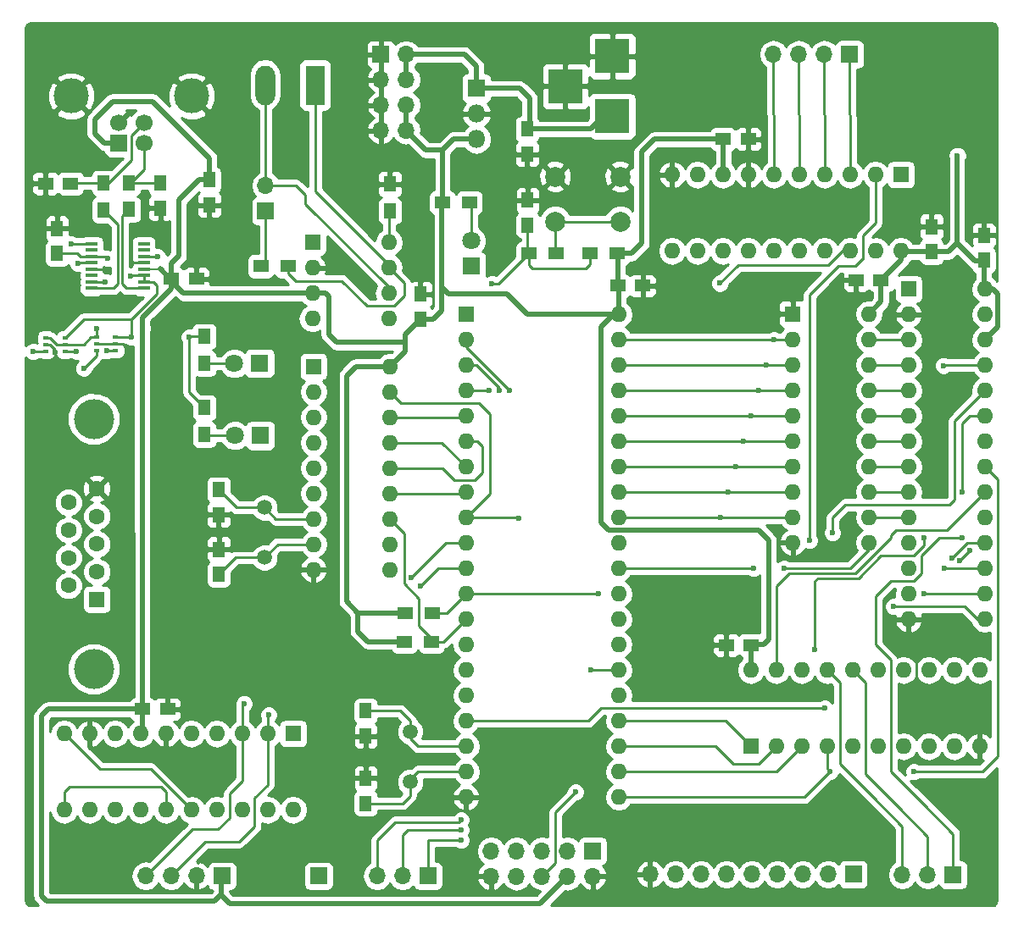
<source format=gbr>
G04 #@! TF.FileFunction,Copper,L1,Top,Signal*
%FSLAX46Y46*%
G04 Gerber Fmt 4.6, Leading zero omitted, Abs format (unit mm)*
G04 Created by KiCad (PCBNEW 4.0.7) date 11/18/19 12:54:55*
%MOMM*%
%LPD*%
G01*
G04 APERTURE LIST*
%ADD10C,0.100000*%
%ADD11R,1.800000X1.800000*%
%ADD12C,1.800000*%
%ADD13C,1.500000*%
%ADD14R,1.250000X1.500000*%
%ADD15R,1.500000X1.250000*%
%ADD16R,1.700000X1.700000*%
%ADD17O,1.700000X1.700000*%
%ADD18R,1.600000X1.600000*%
%ADD19C,1.600000*%
%ADD20C,4.000000*%
%ADD21R,1.980000X3.960000*%
%ADD22O,1.980000X3.960000*%
%ADD23R,1.500000X1.300000*%
%ADD24R,1.300000X1.500000*%
%ADD25C,2.000000*%
%ADD26O,1.600000X1.600000*%
%ADD27O,1.800000X1.800000*%
%ADD28R,1.200000X0.400000*%
%ADD29R,3.500000X3.500000*%
%ADD30R,0.600000X0.420000*%
%ADD31C,1.700000*%
%ADD32C,3.500000*%
%ADD33C,0.600000*%
%ADD34C,0.500000*%
%ADD35C,0.250000*%
%ADD36C,0.200000*%
%ADD37C,0.254000*%
G04 APERTURE END LIST*
D10*
D11*
X118135400Y-85775800D03*
D12*
X115595400Y-85775800D03*
D13*
X118541800Y-97980500D03*
X118541800Y-92980500D03*
D14*
X144780000Y-55138000D03*
X144780000Y-57638000D03*
X128651000Y-113304000D03*
X128651000Y-115804000D03*
X128651000Y-122535000D03*
X128651000Y-120035000D03*
X144830800Y-64750000D03*
X144830800Y-62250000D03*
D15*
X156317000Y-70802500D03*
X153817000Y-70802500D03*
X106349480Y-113131600D03*
X108849480Y-113131600D03*
D14*
X185166000Y-67391600D03*
X185166000Y-64891600D03*
D15*
X180129500Y-70231000D03*
X177629500Y-70231000D03*
D14*
X190398400Y-68255200D03*
X190398400Y-65755200D03*
D15*
X164358000Y-56134000D03*
X166858000Y-56134000D03*
D14*
X113969800Y-91180600D03*
X113969800Y-93680600D03*
X113995200Y-99636900D03*
X113995200Y-97136900D03*
D15*
X167162800Y-106718100D03*
X164662800Y-106718100D03*
D14*
X134112000Y-74148000D03*
X134112000Y-71648000D03*
X113030000Y-60218000D03*
X113030000Y-62718000D03*
D15*
X99167000Y-60579000D03*
X96667000Y-60579000D03*
X109240000Y-70104000D03*
X111740000Y-70104000D03*
D14*
X108140500Y-60535500D03*
X108140500Y-63035500D03*
X97840800Y-67569400D03*
X97840800Y-65069400D03*
D11*
X139192000Y-68834000D03*
D12*
X139192000Y-66294000D03*
D11*
X118071900Y-78562200D03*
D12*
X115531900Y-78562200D03*
D16*
X151333200Y-127304800D03*
D17*
X151333200Y-129844800D03*
X148793200Y-127304800D03*
X148793200Y-129844800D03*
X146253200Y-127304800D03*
X146253200Y-129844800D03*
X143713200Y-127304800D03*
X143713200Y-129844800D03*
X141173200Y-127304800D03*
X141173200Y-129844800D03*
D18*
X101790500Y-102146100D03*
D19*
X101790500Y-99376100D03*
X101790500Y-96606100D03*
X101790500Y-93836100D03*
X101790500Y-91066100D03*
X98950500Y-100761100D03*
X98950500Y-97991100D03*
X98950500Y-95221100D03*
X98950500Y-92451100D03*
D20*
X101490500Y-84106100D03*
X101490500Y-109106100D03*
D21*
X123606560Y-50739040D03*
D22*
X118606560Y-50739040D03*
D16*
X118668800Y-63322200D03*
D17*
X118668800Y-60782200D03*
D16*
X114300000Y-129794000D03*
D17*
X111760000Y-129794000D03*
X109220000Y-129794000D03*
X106680000Y-129794000D03*
D23*
X144954000Y-67564000D03*
X147654000Y-67564000D03*
X153750000Y-67564000D03*
X151050000Y-67564000D03*
X136318000Y-62484000D03*
X139018000Y-62484000D03*
D24*
X131064000Y-63326000D03*
X131064000Y-60626000D03*
D23*
X120882400Y-68834000D03*
X118182400Y-68834000D03*
D25*
X147574000Y-64393200D03*
X147574000Y-59893200D03*
X154074000Y-64393200D03*
X154074000Y-59893200D03*
D18*
X171297600Y-73609200D03*
D26*
X178917600Y-96469200D03*
X171297600Y-76149200D03*
X178917600Y-93929200D03*
X171297600Y-78689200D03*
X178917600Y-91389200D03*
X171297600Y-81229200D03*
X178917600Y-88849200D03*
X171297600Y-83769200D03*
X178917600Y-86309200D03*
X171297600Y-86309200D03*
X178917600Y-83769200D03*
X171297600Y-88849200D03*
X178917600Y-81229200D03*
X171297600Y-91389200D03*
X178917600Y-78689200D03*
X171297600Y-93929200D03*
X178917600Y-76149200D03*
X171297600Y-96469200D03*
X178917600Y-73609200D03*
D18*
X121412000Y-115570000D03*
D26*
X98552000Y-123190000D03*
X118872000Y-115570000D03*
X101092000Y-123190000D03*
X116332000Y-115570000D03*
X103632000Y-123190000D03*
X113792000Y-115570000D03*
X106172000Y-123190000D03*
X111252000Y-115570000D03*
X108712000Y-123190000D03*
X108712000Y-115570000D03*
X111252000Y-123190000D03*
X106172000Y-115570000D03*
X113792000Y-123190000D03*
X103632000Y-115570000D03*
X116332000Y-123190000D03*
X101092000Y-115570000D03*
X118872000Y-123190000D03*
X98552000Y-115570000D03*
X121412000Y-123190000D03*
D11*
X139700000Y-51054000D03*
D27*
X139700000Y-53594000D03*
X139700000Y-56134000D03*
D18*
X138684000Y-73660000D03*
D26*
X153924000Y-121920000D03*
X138684000Y-76200000D03*
X153924000Y-119380000D03*
X138684000Y-78740000D03*
X153924000Y-116840000D03*
X138684000Y-81280000D03*
X153924000Y-114300000D03*
X138684000Y-83820000D03*
X153924000Y-111760000D03*
X138684000Y-86360000D03*
X153924000Y-109220000D03*
X138684000Y-88900000D03*
X153924000Y-106680000D03*
X138684000Y-91440000D03*
X153924000Y-104140000D03*
X138684000Y-93980000D03*
X153924000Y-101600000D03*
X138684000Y-96520000D03*
X153924000Y-99060000D03*
X138684000Y-99060000D03*
X153924000Y-96520000D03*
X138684000Y-101600000D03*
X153924000Y-93980000D03*
X138684000Y-104140000D03*
X153924000Y-91440000D03*
X138684000Y-106680000D03*
X153924000Y-88900000D03*
X138684000Y-109220000D03*
X153924000Y-86360000D03*
X138684000Y-111760000D03*
X153924000Y-83820000D03*
X138684000Y-114300000D03*
X153924000Y-81280000D03*
X138684000Y-116840000D03*
X153924000Y-78740000D03*
X138684000Y-119380000D03*
X153924000Y-76200000D03*
X138684000Y-121920000D03*
X153924000Y-73660000D03*
D18*
X182118000Y-59690000D03*
D26*
X159258000Y-67310000D03*
X179578000Y-59690000D03*
X161798000Y-67310000D03*
X177038000Y-59690000D03*
X164338000Y-67310000D03*
X174498000Y-59690000D03*
X166878000Y-67310000D03*
X171958000Y-59690000D03*
X169418000Y-67310000D03*
X169418000Y-59690000D03*
X171958000Y-67310000D03*
X166878000Y-59690000D03*
X174498000Y-67310000D03*
X164338000Y-59690000D03*
X177038000Y-67310000D03*
X161798000Y-59690000D03*
X179578000Y-67310000D03*
X159258000Y-59690000D03*
X182118000Y-67310000D03*
D18*
X182880000Y-71120000D03*
D26*
X190500000Y-104140000D03*
X182880000Y-73660000D03*
X190500000Y-101600000D03*
X182880000Y-76200000D03*
X190500000Y-99060000D03*
X182880000Y-78740000D03*
X190500000Y-96520000D03*
X182880000Y-81280000D03*
X190500000Y-93980000D03*
X182880000Y-83820000D03*
X190500000Y-91440000D03*
X182880000Y-86360000D03*
X190500000Y-88900000D03*
X182880000Y-88900000D03*
X190500000Y-86360000D03*
X182880000Y-91440000D03*
X190500000Y-83820000D03*
X182880000Y-93980000D03*
X190500000Y-81280000D03*
X182880000Y-96520000D03*
X190500000Y-78740000D03*
X182880000Y-99060000D03*
X190500000Y-76200000D03*
X182880000Y-101600000D03*
X190500000Y-73660000D03*
X182880000Y-104140000D03*
X190500000Y-71120000D03*
D18*
X167132000Y-116840000D03*
D26*
X189992000Y-109220000D03*
X169672000Y-116840000D03*
X187452000Y-109220000D03*
X172212000Y-116840000D03*
X184912000Y-109220000D03*
X174752000Y-116840000D03*
X182372000Y-109220000D03*
X177292000Y-116840000D03*
X179832000Y-109220000D03*
X179832000Y-116840000D03*
X177292000Y-109220000D03*
X182372000Y-116840000D03*
X174752000Y-109220000D03*
X184912000Y-116840000D03*
X172212000Y-109220000D03*
X187452000Y-116840000D03*
X169672000Y-109220000D03*
X189992000Y-116840000D03*
X167132000Y-109220000D03*
D18*
X123342400Y-66446400D03*
D26*
X130962400Y-74066400D03*
X123342400Y-68986400D03*
X130962400Y-71526400D03*
X123342400Y-71526400D03*
X130962400Y-68986400D03*
X123342400Y-74066400D03*
X130962400Y-66446400D03*
D28*
X101286000Y-66611500D03*
X101286000Y-67246500D03*
X101286000Y-67881500D03*
X101286000Y-68516500D03*
X101286000Y-69151500D03*
X101286000Y-69786500D03*
X101286000Y-70421500D03*
X101286000Y-71056500D03*
X106486000Y-71056500D03*
X106486000Y-70421500D03*
X106486000Y-69786500D03*
X106486000Y-69151500D03*
X106486000Y-68516500D03*
X106486000Y-67881500D03*
X106486000Y-67246500D03*
X106486000Y-66611500D03*
D13*
X133096000Y-120396000D03*
X133096000Y-115396000D03*
D16*
X123952000Y-129794000D03*
X187325000Y-129692400D03*
D17*
X184785000Y-129692400D03*
X182245000Y-129692400D03*
D16*
X134874000Y-129794000D03*
D17*
X132334000Y-129794000D03*
X129794000Y-129794000D03*
D16*
X176997360Y-47655480D03*
D17*
X174457360Y-47655480D03*
X171917360Y-47655480D03*
X169377360Y-47655480D03*
D24*
X102489000Y-63229480D03*
X102489000Y-60529480D03*
X104978200Y-63178680D03*
X104978200Y-60478680D03*
X112522000Y-78566000D03*
X112522000Y-75866000D03*
X112522000Y-85678000D03*
X112522000Y-82978000D03*
D29*
X153289000Y-53848000D03*
X153289000Y-47848000D03*
X148589000Y-50848000D03*
D30*
X103667600Y-75956400D03*
X103667600Y-76606400D03*
X103667600Y-77256400D03*
X101767600Y-75956400D03*
X101767600Y-76606400D03*
X101767600Y-77256400D03*
X98613000Y-76045300D03*
X98613000Y-76695300D03*
X98613000Y-77345300D03*
X96713000Y-76045300D03*
X96713000Y-76695300D03*
X96713000Y-77345300D03*
D16*
X130149600Y-47650400D03*
D17*
X132689600Y-47650400D03*
X130149600Y-50190400D03*
X132689600Y-50190400D03*
X130149600Y-52730400D03*
X132689600Y-52730400D03*
X130149600Y-55270400D03*
X132689600Y-55270400D03*
D23*
X135335000Y-103505000D03*
X132635000Y-103505000D03*
X132533400Y-106375200D03*
X135233400Y-106375200D03*
D18*
X123444000Y-78867000D03*
D26*
X131064000Y-99187000D03*
X123444000Y-81407000D03*
X131064000Y-96647000D03*
X123444000Y-83947000D03*
X131064000Y-94107000D03*
X123444000Y-86487000D03*
X131064000Y-91567000D03*
X123444000Y-89027000D03*
X131064000Y-89027000D03*
X123444000Y-91567000D03*
X131064000Y-86487000D03*
X123444000Y-94107000D03*
X131064000Y-83947000D03*
X123444000Y-96647000D03*
X131064000Y-81407000D03*
X123444000Y-99187000D03*
X131064000Y-78867000D03*
D16*
X177368200Y-129641600D03*
D17*
X174828200Y-129641600D03*
X172288200Y-129641600D03*
X169748200Y-129641600D03*
X167208200Y-129641600D03*
X164668200Y-129641600D03*
X162128200Y-129641600D03*
X159588200Y-129641600D03*
X157048200Y-129641600D03*
D16*
X103987600Y-56540400D03*
D31*
X106487600Y-56540400D03*
X106487600Y-54540400D03*
X103987600Y-54540400D03*
D32*
X99217600Y-51830400D03*
X111257600Y-51830400D03*
D33*
X102717600Y-69164200D03*
X164668200Y-105079800D03*
X104927400Y-77101700D03*
X97637600Y-77444600D03*
X105283000Y-68453000D03*
X175133000Y-73596500D03*
X149606000Y-121412000D03*
X143903700Y-94056200D03*
X141224000Y-70612000D03*
X101777800Y-75069700D03*
X106346585Y-75044278D03*
X187756800Y-57785000D03*
X107873800Y-67906900D03*
X102654100Y-70408800D03*
X138176000Y-124206000D03*
X140970000Y-81280000D03*
X138176000Y-126238000D03*
X143002000Y-81280000D03*
X138176000Y-125222000D03*
X141986000Y-81280000D03*
X187960000Y-98298000D03*
X188976000Y-97282000D03*
X164084000Y-93980000D03*
X187198000Y-98044000D03*
X164846000Y-91440000D03*
X186436000Y-99060000D03*
X165608000Y-88900000D03*
X184404000Y-101600000D03*
X166370000Y-86360000D03*
X181356000Y-102870000D03*
X167132000Y-83820000D03*
X167894000Y-81280000D03*
X168656000Y-78740000D03*
X174498000Y-67310000D03*
X169418000Y-76200000D03*
X151130000Y-109220000D03*
X105255300Y-75956400D03*
X110998000Y-75946000D03*
X102870000Y-68072000D03*
X105156000Y-69850000D03*
X95415100Y-77381100D03*
X118973600Y-113690400D03*
X134162800Y-100838000D03*
X100495100Y-79057500D03*
X116509800Y-112572800D03*
X133184900Y-99974400D03*
X99225100Y-66611500D03*
X99733100Y-77355700D03*
X99885500Y-68529200D03*
X102755700Y-77317600D03*
X188214000Y-96012000D03*
X164020500Y-70548500D03*
X151892000Y-101600000D03*
X170434000Y-99060000D03*
X167386000Y-99060000D03*
X175006000Y-119380000D03*
X183388000Y-119380000D03*
X188214000Y-91440000D03*
X175260000Y-95504000D03*
X186359800Y-78778100D03*
X173482000Y-107188000D03*
X184404000Y-96012000D03*
X174498000Y-113030000D03*
X172974000Y-96266000D03*
D34*
X132689600Y-47650400D02*
X132689600Y-50190400D01*
X139700000Y-51054000D02*
X139700000Y-48856900D01*
X138493500Y-47650400D02*
X132689600Y-47650400D01*
X139700000Y-48856900D02*
X138493500Y-47650400D01*
X153289000Y-53848000D02*
X152400000Y-53848000D01*
X152400000Y-53848000D02*
X151110000Y-55138000D01*
X151110000Y-55138000D02*
X144780000Y-55138000D01*
X144780000Y-55138000D02*
X145034000Y-54884000D01*
X145034000Y-54884000D02*
X145034000Y-52070000D01*
X145034000Y-52070000D02*
X144018000Y-51054000D01*
X144018000Y-51054000D02*
X139700000Y-51054000D01*
X153289000Y-53848000D02*
X153289000Y-54737000D01*
D35*
X101286000Y-69151500D02*
X102704900Y-69151500D01*
X102704900Y-69151500D02*
X102717600Y-69164200D01*
X164662800Y-106718100D02*
X164662800Y-105085200D01*
X164662800Y-105085200D02*
X164668200Y-105079800D01*
X103667600Y-76606400D02*
X104432100Y-76606400D01*
X104432100Y-76606400D02*
X104927400Y-77101700D01*
X96713000Y-76695300D02*
X97142300Y-76695300D01*
X97637600Y-77190600D02*
X97637600Y-77444600D01*
X97142300Y-76695300D02*
X97637600Y-77190600D01*
X103667600Y-76606400D02*
X101767600Y-76606400D01*
X105283000Y-68453000D02*
X105283000Y-68516500D01*
X106486000Y-68516500D02*
X105283000Y-68516500D01*
X182880000Y-104140000D02*
X182880000Y-107442000D01*
X182880000Y-107442000D02*
X183642000Y-108204000D01*
X183642000Y-108204000D02*
X183642000Y-113538000D01*
X183642000Y-113538000D02*
X184658000Y-114554000D01*
X184658000Y-114554000D02*
X188976000Y-114554000D01*
X188976000Y-114554000D02*
X189992000Y-115570000D01*
X189992000Y-115570000D02*
X189992000Y-116840000D01*
X133096000Y-115396000D02*
X133096000Y-114300000D01*
X132100000Y-113304000D02*
X128651000Y-113304000D01*
X133096000Y-114300000D02*
X132100000Y-113304000D01*
X133096000Y-115396000D02*
X133096000Y-116078000D01*
X133096000Y-116078000D02*
X133858000Y-116840000D01*
X133858000Y-116840000D02*
X138684000Y-116840000D01*
X133096000Y-120396000D02*
X133096000Y-121793000D01*
X132354000Y-122535000D02*
X128651000Y-122535000D01*
X133096000Y-121793000D02*
X132354000Y-122535000D01*
X133096000Y-120396000D02*
X133096000Y-120142000D01*
X133096000Y-120142000D02*
X133858000Y-119380000D01*
X133858000Y-119380000D02*
X138684000Y-119380000D01*
X138684000Y-93980000D02*
X138709400Y-93980000D01*
X138709400Y-93980000D02*
X141097000Y-91592400D01*
X132194300Y-82537300D02*
X131064000Y-81407000D01*
X139966700Y-82537300D02*
X132194300Y-82537300D01*
X141097000Y-83667600D02*
X139966700Y-82537300D01*
X141097000Y-91592400D02*
X141097000Y-83667600D01*
X147574000Y-123444000D02*
X149606000Y-121412000D01*
X147574000Y-128524000D02*
X147574000Y-123444000D01*
X146253200Y-129844800D02*
X147574000Y-128524000D01*
X143827500Y-93980000D02*
X138684000Y-93980000D01*
X143903700Y-94056200D02*
X143827500Y-93980000D01*
X150368000Y-69088000D02*
X150622000Y-69088000D01*
X150622000Y-69088000D02*
X151050000Y-68660000D01*
X151050000Y-68660000D02*
X151050000Y-67564000D01*
X149526000Y-69088000D02*
X150368000Y-69088000D01*
X144954000Y-67564000D02*
X144954000Y-68754000D01*
X144954000Y-68754000D02*
X145288000Y-69088000D01*
X145288000Y-69088000D02*
X149526000Y-69088000D01*
X141224000Y-70612000D02*
X141906000Y-70612000D01*
X141906000Y-70612000D02*
X144954000Y-67564000D01*
X144830800Y-64750000D02*
X144830800Y-67440800D01*
X144830800Y-67440800D02*
X144954000Y-67564000D01*
D34*
X113030000Y-60218000D02*
X113030000Y-58039000D01*
X102565200Y-56540400D02*
X103987600Y-56540400D01*
X101600000Y-55575200D02*
X102565200Y-56540400D01*
X101600000Y-54127400D02*
X101600000Y-55575200D01*
X103352600Y-52374800D02*
X101600000Y-54127400D01*
X107365800Y-52374800D02*
X103352600Y-52374800D01*
X113030000Y-58039000D02*
X107365800Y-52374800D01*
D35*
X98613000Y-76695300D02*
X97808002Y-76695300D01*
X97808002Y-76695300D02*
X97158002Y-76045300D01*
X97158002Y-76045300D02*
X96713000Y-76045300D01*
X101767600Y-75956400D02*
X101217600Y-75956400D01*
X101217600Y-75956400D02*
X100478700Y-76695300D01*
X100478700Y-76695300D02*
X99163000Y-76695300D01*
X99163000Y-76695300D02*
X98613000Y-76695300D01*
X101777800Y-75069700D02*
X101777800Y-75946200D01*
X101777800Y-75946200D02*
X101767600Y-75956400D01*
D34*
X127889000Y-103505000D02*
X127889000Y-105397300D01*
X128866900Y-106375200D02*
X132533400Y-106375200D01*
X127889000Y-105397300D02*
X128866900Y-106375200D01*
X131064000Y-78867000D02*
X127673100Y-78867000D01*
X127889000Y-103505000D02*
X132635000Y-103505000D01*
X126758700Y-102374700D02*
X127889000Y-103505000D01*
X126758700Y-79781400D02*
X126758700Y-102374700D01*
X127673100Y-78867000D02*
X126758700Y-79781400D01*
X132588000Y-76454000D02*
X132588000Y-77343000D01*
X132588000Y-77343000D02*
X131064000Y-78867000D01*
X132689600Y-55270400D02*
X132689600Y-52730400D01*
X136318000Y-57230000D02*
X134649200Y-57230000D01*
X134649200Y-57230000D02*
X132689600Y-55270400D01*
X139700000Y-56134000D02*
X137414000Y-56134000D01*
X136318000Y-57230000D02*
X136318000Y-62484000D01*
X137414000Y-56134000D02*
X136318000Y-57230000D01*
X187712350Y-57829450D02*
X187712350Y-66554350D01*
X187756800Y-57785000D02*
X187712350Y-57829450D01*
X106343689Y-76098400D02*
X106336780Y-78613000D01*
X106349480Y-73990520D02*
X106346585Y-75044278D01*
X106346585Y-75044278D02*
X106343689Y-76098400D01*
D36*
X106343689Y-76098400D02*
X106295189Y-76049900D01*
D34*
X106336780Y-78613000D02*
X106349480Y-113131600D01*
X113030000Y-60218000D02*
X111994000Y-60218000D01*
X111994000Y-60218000D02*
X109982000Y-62230000D01*
X109982000Y-62230000D02*
X109982000Y-67818000D01*
X109982000Y-67818000D02*
X109240000Y-68560000D01*
X109240000Y-68560000D02*
X109240000Y-70104000D01*
X153817000Y-70802500D02*
X153817000Y-67631000D01*
X153817000Y-67631000D02*
X153750000Y-67564000D01*
X153924000Y-73660000D02*
X153924000Y-70909500D01*
X153924000Y-70909500D02*
X153817000Y-70802500D01*
X180129500Y-70231000D02*
X180129500Y-72397300D01*
X180129500Y-72397300D02*
X178917600Y-73609200D01*
X182118000Y-67310000D02*
X182118000Y-68242500D01*
X182118000Y-68242500D02*
X180129500Y-70231000D01*
X106349480Y-113131600D02*
X106349480Y-115392520D01*
X106349480Y-115392520D02*
X106172000Y-115570000D01*
X135382000Y-74148000D02*
X135402000Y-74148000D01*
X135402000Y-74148000D02*
X136267200Y-73282800D01*
X136267200Y-73282800D02*
X136267200Y-70996800D01*
X136267200Y-62433200D02*
X136267200Y-70996800D01*
X134112000Y-74148000D02*
X135382000Y-74148000D01*
X135382000Y-74148000D02*
X135402000Y-74148000D01*
X134112000Y-74148000D02*
X134386000Y-74148000D01*
X132588000Y-75672000D02*
X134112000Y-74148000D01*
X153954800Y-73629200D02*
X153924000Y-73660000D01*
X153750000Y-70712000D02*
X153954800Y-70916800D01*
X156210000Y-66040000D02*
X156210000Y-66548000D01*
X156210000Y-66548000D02*
X155194000Y-67564000D01*
X155194000Y-67564000D02*
X153750000Y-67564000D01*
X153924000Y-73660000D02*
X153416000Y-73660000D01*
X153416000Y-73660000D02*
X152146000Y-74930000D01*
X168422000Y-106660000D02*
X167132000Y-106660000D01*
X168910000Y-106172000D02*
X168422000Y-106660000D01*
X168910000Y-96266000D02*
X168910000Y-106172000D01*
X167894000Y-95250000D02*
X168910000Y-96266000D01*
X152908000Y-95250000D02*
X167894000Y-95250000D01*
X152146000Y-94488000D02*
X152908000Y-95250000D01*
X152146000Y-74930000D02*
X152146000Y-94488000D01*
X114223800Y-131572000D02*
X114223800Y-131749800D01*
X146050000Y-132588000D02*
X148793200Y-129844800D01*
X115062000Y-132588000D02*
X146050000Y-132588000D01*
X114223800Y-131749800D02*
X115062000Y-132588000D01*
X106349480Y-113131600D02*
X96926400Y-113131600D01*
X114223800Y-131648200D02*
X114223800Y-131572000D01*
X114223800Y-131572000D02*
X114223800Y-130190240D01*
X113538000Y-132334000D02*
X114223800Y-131648200D01*
X96774000Y-132334000D02*
X113538000Y-132334000D01*
X96266000Y-131826000D02*
X96774000Y-132334000D01*
X96266000Y-113792000D02*
X96266000Y-131826000D01*
X96926400Y-113131600D02*
X96266000Y-113792000D01*
D36*
X108095000Y-69088000D02*
X108056900Y-69126100D01*
X108056900Y-69126100D02*
X106511400Y-69126100D01*
D34*
X109220000Y-70213000D02*
X108095000Y-69088000D01*
X109220000Y-70338000D02*
X109220000Y-70213000D01*
X106288840Y-113192240D02*
X106349480Y-113131600D01*
X109220000Y-70338000D02*
X109220000Y-71120000D01*
X109220000Y-71120000D02*
X106349480Y-73990520D01*
X123342400Y-71526400D02*
X110408400Y-71526400D01*
X110408400Y-71526400D02*
X109220000Y-70338000D01*
X124612400Y-71526400D02*
X123342400Y-71526400D01*
X124968000Y-71882000D02*
X124612400Y-71526400D01*
X124968000Y-75692000D02*
X124968000Y-71882000D01*
X125730000Y-76454000D02*
X124968000Y-75692000D01*
X167132000Y-106660000D02*
X167132000Y-109220000D01*
X190500000Y-71120000D02*
X191262000Y-71120000D01*
X191262000Y-71120000D02*
X191770000Y-71628000D01*
X191770000Y-74930000D02*
X190500000Y-76200000D01*
X191770000Y-71628000D02*
X191770000Y-74930000D01*
X182118000Y-67310000D02*
X182118000Y-67442400D01*
X185166000Y-67391600D02*
X182199600Y-67391600D01*
X182199600Y-67391600D02*
X182118000Y-67310000D01*
X190398400Y-68255200D02*
X190398400Y-71018400D01*
X190398400Y-71018400D02*
X190500000Y-71120000D01*
X187706000Y-66548000D02*
X187712350Y-66554350D01*
X187706000Y-66548000D02*
X186862400Y-67391600D01*
X186862400Y-67391600D02*
X185166000Y-67391600D01*
X187712350Y-66554350D02*
X189484000Y-68326000D01*
X189484000Y-68326000D02*
X190327600Y-68326000D01*
X190327600Y-68326000D02*
X190398400Y-68255200D01*
X157480000Y-56134000D02*
X164358000Y-56134000D01*
X156210000Y-57404000D02*
X157480000Y-56134000D01*
X156210000Y-66040000D02*
X156210000Y-57404000D01*
X164358000Y-56134000D02*
X164358000Y-59670000D01*
X164358000Y-59670000D02*
X164338000Y-59690000D01*
X144780000Y-73660000D02*
X153924000Y-73660000D01*
X142748000Y-71628000D02*
X144780000Y-73660000D01*
X136898400Y-71628000D02*
X136906000Y-71628000D01*
X136906000Y-71628000D02*
X142748000Y-71628000D01*
X136267200Y-70996800D02*
X136398000Y-71127600D01*
X136398000Y-71127600D02*
X136898400Y-71628000D01*
X153924000Y-73660000D02*
X153954800Y-73629200D01*
X153954800Y-67718000D02*
X153902400Y-67665600D01*
X132588000Y-76454000D02*
X132588000Y-75672000D01*
X132588000Y-76454000D02*
X125730000Y-76454000D01*
D35*
X118541800Y-92980500D02*
X115769700Y-92980500D01*
X115769700Y-92980500D02*
X113969800Y-91180600D01*
X123444000Y-94107000D02*
X119668300Y-94107000D01*
X119668300Y-94107000D02*
X118541800Y-92980500D01*
X118541800Y-97980500D02*
X115651600Y-97980500D01*
X115651600Y-97980500D02*
X113995200Y-99636900D01*
X123444000Y-96647000D02*
X119875300Y-96647000D01*
X119875300Y-96647000D02*
X118541800Y-97980500D01*
X102489000Y-60529480D02*
X102944920Y-60529480D01*
X102944920Y-60529480D02*
X105283000Y-58191400D01*
X105283000Y-55745000D02*
X106487600Y-54540400D01*
X105283000Y-58191400D02*
X105283000Y-55745000D01*
X99060000Y-60548200D02*
X102470280Y-60548200D01*
X102470280Y-60548200D02*
X102489000Y-60529480D01*
X102439800Y-60578680D02*
X102489000Y-60529480D01*
X104978200Y-60478680D02*
X105180120Y-60478680D01*
X105180120Y-60478680D02*
X106487600Y-59171200D01*
X106487600Y-59171200D02*
X106487600Y-56540400D01*
X108140500Y-60535500D02*
X105035020Y-60535500D01*
X105035020Y-60535500D02*
X104978200Y-60478680D01*
X105078200Y-60578680D02*
X104978200Y-60478680D01*
X139192000Y-66294000D02*
X139192000Y-62658000D01*
X139192000Y-62658000D02*
X139018000Y-62484000D01*
X107848400Y-67881500D02*
X106486000Y-67881500D01*
X107873800Y-67906900D02*
X107848400Y-67881500D01*
X115531900Y-78562200D02*
X112525800Y-78562200D01*
X112525800Y-78562200D02*
X112522000Y-78566000D01*
X112602000Y-78486000D02*
X112522000Y-78566000D01*
X102654100Y-70408800D02*
X102641400Y-70421500D01*
X102641400Y-70421500D02*
X101286000Y-70421500D01*
X115595400Y-85775800D02*
X112619800Y-85775800D01*
X112619800Y-85775800D02*
X112522000Y-85678000D01*
X112602000Y-85598000D02*
X112522000Y-85678000D01*
X176997360Y-47655480D02*
X177038000Y-59690000D01*
X177088800Y-59639200D02*
X177038000Y-59690000D01*
X174457360Y-47655480D02*
X174498000Y-59690000D01*
X174548800Y-59639200D02*
X174498000Y-59690000D01*
X138176000Y-124206000D02*
X137922000Y-124460000D01*
X137922000Y-124460000D02*
X131572000Y-124460000D01*
X131572000Y-124460000D02*
X129794000Y-126238000D01*
X129794000Y-126238000D02*
X129794000Y-129794000D01*
X138684000Y-81280000D02*
X140970000Y-81280000D01*
X171917360Y-47655480D02*
X171958000Y-59690000D01*
X172008800Y-59639200D02*
X171958000Y-59690000D01*
X169377360Y-47655480D02*
X169418000Y-59690000D01*
X169468800Y-59639200D02*
X169418000Y-59690000D01*
X138176000Y-126238000D02*
X134874000Y-126238000D01*
X134874000Y-126238000D02*
X134874000Y-129794000D01*
X138684000Y-76200000D02*
X138684000Y-76962000D01*
X138684000Y-76962000D02*
X143002000Y-81280000D01*
X138176000Y-125222000D02*
X132842000Y-125222000D01*
X132842000Y-125222000D02*
X132334000Y-125730000D01*
X132334000Y-125730000D02*
X132334000Y-129794000D01*
X138684000Y-78740000D02*
X139700000Y-78740000D01*
X139700000Y-78740000D02*
X141986000Y-81026000D01*
X141986000Y-81026000D02*
X141986000Y-81280000D01*
X187960000Y-98298000D02*
X188976000Y-97282000D01*
X153924000Y-93980000D02*
X164084000Y-93980000D01*
X164084000Y-93980000D02*
X171246800Y-93980000D01*
X171246800Y-93980000D02*
X171297600Y-93929200D01*
X187198000Y-98044000D02*
X188722000Y-96520000D01*
X188722000Y-96520000D02*
X190500000Y-96520000D01*
X153924000Y-91440000D02*
X164846000Y-91440000D01*
X164846000Y-91440000D02*
X171246800Y-91440000D01*
X171246800Y-91440000D02*
X171297600Y-91389200D01*
X186436000Y-99060000D02*
X190500000Y-99060000D01*
X153924000Y-88900000D02*
X165608000Y-88900000D01*
X165608000Y-88900000D02*
X171246800Y-88900000D01*
X171246800Y-88900000D02*
X171297600Y-88849200D01*
X184404000Y-101600000D02*
X190500000Y-101600000D01*
X153924000Y-86360000D02*
X166370000Y-86360000D01*
X166370000Y-86360000D02*
X171246800Y-86360000D01*
X171246800Y-86360000D02*
X171297600Y-86309200D01*
X188468000Y-102870000D02*
X189738000Y-104140000D01*
X181356000Y-102870000D02*
X188468000Y-102870000D01*
X189738000Y-104140000D02*
X190500000Y-104140000D01*
X153924000Y-83820000D02*
X167132000Y-83820000D01*
X167132000Y-83820000D02*
X171246800Y-83820000D01*
X171246800Y-83820000D02*
X171297600Y-83769200D01*
X153924000Y-81280000D02*
X167894000Y-81280000D01*
X167894000Y-81280000D02*
X171246800Y-81280000D01*
X171246800Y-81280000D02*
X171297600Y-81229200D01*
X153924000Y-78740000D02*
X168656000Y-78740000D01*
X168656000Y-78740000D02*
X171246800Y-78740000D01*
X171246800Y-78740000D02*
X171297600Y-78689200D01*
X153924000Y-76200000D02*
X169418000Y-76200000D01*
X169418000Y-76200000D02*
X171246800Y-76200000D01*
X171246800Y-76200000D02*
X171297600Y-76149200D01*
X184785000Y-129692400D02*
X184785000Y-125857000D01*
X181864000Y-122936000D02*
X178562000Y-119634000D01*
X178562000Y-119634000D02*
X178562000Y-110490000D01*
X178562000Y-110490000D02*
X177292000Y-109220000D01*
X184785000Y-125857000D02*
X181864000Y-122936000D01*
X182245000Y-129692400D02*
X182245000Y-124841000D01*
X179324000Y-121920000D02*
X176022000Y-118618000D01*
X176022000Y-118618000D02*
X176022000Y-110490000D01*
X176022000Y-110490000D02*
X174752000Y-109220000D01*
X182245000Y-124841000D02*
X179324000Y-121920000D01*
X151130000Y-109220000D02*
X153924000Y-109220000D01*
X125933200Y-70307200D02*
X126250700Y-70307200D01*
X132524500Y-71818500D02*
X132524500Y-70548500D01*
X130962400Y-68986400D02*
X132524500Y-70548500D01*
X120882400Y-69549000D02*
X120882400Y-68834000D01*
X120882400Y-69549000D02*
X121640600Y-70307200D01*
X121640600Y-70307200D02*
X125933200Y-70307200D01*
X131508500Y-72834500D02*
X132524500Y-71818500D01*
X128778000Y-72834500D02*
X131508500Y-72834500D01*
X126250700Y-70307200D02*
X128778000Y-72834500D01*
X130962400Y-68986400D02*
X130962400Y-68732400D01*
X130962400Y-68732400D02*
X130048000Y-67818000D01*
X130048000Y-67818000D02*
X123606560Y-61376560D01*
X123606560Y-61376560D02*
X123606560Y-50739040D01*
X130962400Y-71526400D02*
X130962400Y-70954900D01*
X130962400Y-70954900D02*
X122618500Y-62611000D01*
X121678700Y-60782200D02*
X118668800Y-60782200D01*
X122618500Y-61722000D02*
X121678700Y-60782200D01*
X122618500Y-62611000D02*
X122618500Y-61722000D01*
X118668800Y-60782200D02*
X118668800Y-50801280D01*
X118668800Y-50801280D02*
X118606560Y-50739040D01*
X118668800Y-63322200D02*
X118668800Y-68347600D01*
X118668800Y-68347600D02*
X118182400Y-68834000D01*
X147574000Y-64393200D02*
X154074000Y-64393200D01*
X147574000Y-64393200D02*
X147574000Y-67484000D01*
X147574000Y-67484000D02*
X147654000Y-67564000D01*
X130962400Y-66446400D02*
X130962400Y-63427600D01*
X130962400Y-63427600D02*
X131064000Y-63326000D01*
X130962400Y-63122800D02*
X131042400Y-63042800D01*
X103886000Y-64626480D02*
X102489000Y-63229480D01*
X101286000Y-71056500D02*
X103441500Y-71056500D01*
X103441500Y-71056500D02*
X103886000Y-70612000D01*
X103886000Y-70612000D02*
X103886000Y-64626480D01*
X104336002Y-70612000D02*
X104336002Y-63820878D01*
X104336002Y-63820878D02*
X104978200Y-63178680D01*
X106486000Y-71056500D02*
X104780502Y-71056500D01*
X104780502Y-71056500D02*
X104336002Y-70612000D01*
X178917600Y-93929200D02*
X182829200Y-93929200D01*
X182829200Y-93929200D02*
X182880000Y-93980000D01*
X178917600Y-91389200D02*
X182829200Y-91389200D01*
X182829200Y-91389200D02*
X182880000Y-91440000D01*
X178917600Y-88849200D02*
X182829200Y-88849200D01*
X182829200Y-88849200D02*
X182880000Y-88900000D01*
X178917600Y-86309200D02*
X182829200Y-86309200D01*
X182829200Y-86309200D02*
X182880000Y-86360000D01*
X178917600Y-83769200D02*
X182829200Y-83769200D01*
X182829200Y-83769200D02*
X182880000Y-83820000D01*
X178917600Y-81229200D02*
X182829200Y-81229200D01*
X182829200Y-81229200D02*
X182880000Y-81280000D01*
X178917600Y-78689200D02*
X182829200Y-78689200D01*
X182829200Y-78689200D02*
X182880000Y-78740000D01*
X178917600Y-76149200D02*
X182829200Y-76149200D01*
X182829200Y-76149200D02*
X182880000Y-76200000D01*
X108712000Y-123190000D02*
X108712000Y-121412000D01*
X108712000Y-121412000D02*
X108204000Y-120904000D01*
X108204000Y-120904000D02*
X99060000Y-120904000D01*
X99060000Y-120904000D02*
X98552000Y-121412000D01*
X98552000Y-121412000D02*
X98552000Y-123190000D01*
X111252000Y-123190000D02*
X109982000Y-121920000D01*
X109982000Y-121920000D02*
X107188000Y-119126000D01*
X107188000Y-119126000D02*
X102108000Y-119126000D01*
X102108000Y-119126000D02*
X98552000Y-115570000D01*
X105257600Y-74180700D02*
X100477600Y-74180700D01*
X100477600Y-74180700D02*
X98613000Y-76045300D01*
X110998000Y-75946000D02*
X110998000Y-81454000D01*
X110998000Y-81454000D02*
X112522000Y-82978000D01*
X112522000Y-75866000D02*
X111078000Y-75866000D01*
X110998000Y-75946000D02*
X111078000Y-75866000D01*
X106486000Y-70421500D02*
X107416600Y-70421500D01*
X105255300Y-75956400D02*
X103667600Y-75956400D01*
X105257600Y-75958700D02*
X105255300Y-75956400D01*
X105257600Y-74180700D02*
X105257600Y-75958700D01*
X107797600Y-71640700D02*
X105257600Y-74180700D01*
X107797600Y-70802500D02*
X107797600Y-71640700D01*
X107416600Y-70421500D02*
X107797600Y-70802500D01*
X98831400Y-67558600D02*
X97815400Y-67558600D01*
X99816600Y-67558600D02*
X100139500Y-67881500D01*
X98831400Y-67558600D02*
X99816600Y-67558600D01*
X97815400Y-67558600D02*
X97790000Y-67584000D01*
X106486000Y-69786500D02*
X106486000Y-70421500D01*
X101286000Y-67881500D02*
X102679500Y-67881500D01*
X102679500Y-67881500D02*
X102870000Y-68072000D01*
X105156000Y-69850000D02*
X105219500Y-69786500D01*
X105219500Y-69786500D02*
X105851000Y-69786500D01*
X105851000Y-69786500D02*
X106486000Y-69786500D01*
X100139500Y-67881500D02*
X101286000Y-67881500D01*
X95450900Y-77345300D02*
X96713000Y-77345300D01*
X95415100Y-77381100D02*
X95450900Y-77345300D01*
X138684000Y-99060000D02*
X135940800Y-99060000D01*
X118872000Y-113792000D02*
X118872000Y-115570000D01*
X118973600Y-113690400D02*
X118872000Y-113792000D01*
X135940800Y-99060000D02*
X134162800Y-100838000D01*
X118872000Y-115570000D02*
X118872000Y-120675400D01*
X112649000Y-126365000D02*
X109220000Y-129794000D01*
X116014500Y-126365000D02*
X112649000Y-126365000D01*
X117551200Y-124828300D02*
X116014500Y-126365000D01*
X117551200Y-121996200D02*
X117551200Y-124828300D01*
X118872000Y-120675400D02*
X117551200Y-121996200D01*
X101767600Y-77785000D02*
X101767600Y-77256400D01*
X100495100Y-79057500D02*
X101767600Y-77785000D01*
X138684000Y-96520000D02*
X136639300Y-96520000D01*
X116332000Y-112750600D02*
X116332000Y-115570000D01*
X116509800Y-112572800D02*
X116332000Y-112750600D01*
X136639300Y-96520000D02*
X133184900Y-99974400D01*
X116332000Y-115570000D02*
X116332000Y-120294400D01*
X111340900Y-125133100D02*
X106680000Y-129794000D01*
X113919000Y-125133100D02*
X111340900Y-125133100D01*
X115074700Y-123977400D02*
X113919000Y-125133100D01*
X115074700Y-121551700D02*
X115074700Y-123977400D01*
X116332000Y-120294400D02*
X115074700Y-121551700D01*
X116332000Y-115570000D02*
X116840000Y-115570000D01*
X98613000Y-77345300D02*
X99722700Y-77345300D01*
X99225100Y-66611500D02*
X101286000Y-66611500D01*
X99722700Y-77345300D02*
X99733100Y-77355700D01*
X103667600Y-77256400D02*
X102816900Y-77256400D01*
X99898200Y-68516500D02*
X101286000Y-68516500D01*
X99885500Y-68529200D02*
X99898200Y-68516500D01*
X102816900Y-77256400D02*
X102755700Y-77317600D01*
X187325000Y-129692400D02*
X187325000Y-125603000D01*
X185928000Y-96012000D02*
X188214000Y-96012000D01*
X184150000Y-97790000D02*
X185928000Y-96012000D01*
X184150000Y-99568000D02*
X184150000Y-97790000D01*
X183388000Y-100330000D02*
X184150000Y-99568000D01*
X184404000Y-122682000D02*
X181102000Y-119380000D01*
X181102000Y-119380000D02*
X181102000Y-108204000D01*
X181102000Y-108204000D02*
X179578000Y-106680000D01*
X179578000Y-106680000D02*
X179578000Y-101854000D01*
X179578000Y-101854000D02*
X181102000Y-100330000D01*
X181102000Y-100330000D02*
X183388000Y-100330000D01*
X187325000Y-125603000D02*
X184404000Y-122682000D01*
X135335000Y-103505000D02*
X136779000Y-103505000D01*
X136779000Y-103505000D02*
X138684000Y-101600000D01*
X164020500Y-70548500D02*
X165862000Y-68707000D01*
X165862000Y-68707000D02*
X174879000Y-68707000D01*
X174879000Y-68707000D02*
X176276000Y-67310000D01*
X176276000Y-67310000D02*
X177038000Y-67310000D01*
X151892000Y-101600000D02*
X138684000Y-101600000D01*
X135233400Y-106375200D02*
X135233400Y-106099600D01*
X135233400Y-106099600D02*
X133972300Y-104838500D01*
X132486400Y-95529400D02*
X131064000Y-94107000D01*
X132486400Y-100584000D02*
X132486400Y-95529400D01*
X133972300Y-102069900D02*
X132486400Y-100584000D01*
X133972300Y-104838500D02*
X133972300Y-102069900D01*
X135233400Y-106375200D02*
X135233400Y-106315500D01*
X135233400Y-106375200D02*
X136448800Y-106375200D01*
X136448800Y-106375200D02*
X138684000Y-104140000D01*
X153924000Y-99060000D02*
X167386000Y-99060000D01*
X177038000Y-99060000D02*
X178917600Y-97180400D01*
X170434000Y-99060000D02*
X177038000Y-99060000D01*
X178917600Y-97180400D02*
X178917600Y-96469200D01*
X174752000Y-119126000D02*
X175006000Y-119380000D01*
X174752000Y-116840000D02*
X174752000Y-119126000D01*
X153924000Y-121920000D02*
X172466000Y-121920000D01*
X183388000Y-119380000D02*
X190246000Y-119380000D01*
X190246000Y-119380000D02*
X191770000Y-117856000D01*
X191770000Y-117856000D02*
X191770000Y-90170000D01*
X191770000Y-90170000D02*
X190500000Y-88900000D01*
X172466000Y-121920000D02*
X175006000Y-119380000D01*
X153924000Y-121920000D02*
X153924000Y-121412000D01*
X188976000Y-83820000D02*
X190500000Y-83820000D01*
X188214000Y-84582000D02*
X188976000Y-83820000D01*
X188214000Y-91440000D02*
X188214000Y-84582000D01*
X153924000Y-119380000D02*
X169672000Y-119380000D01*
X169672000Y-119380000D02*
X172212000Y-116840000D01*
X172212000Y-116840000D02*
X172212000Y-117348000D01*
X186944000Y-92710000D02*
X187452000Y-92202000D01*
X187452000Y-91236800D02*
X187452000Y-92202000D01*
X175260000Y-93980000D02*
X176530000Y-92710000D01*
X176530000Y-92710000D02*
X186944000Y-92710000D01*
X175260000Y-95504000D02*
X175260000Y-93980000D01*
X187452000Y-91236800D02*
X187452000Y-84328000D01*
X187452000Y-84328000D02*
X190500000Y-81280000D01*
X153924000Y-116840000D02*
X163588700Y-116840000D01*
X167932100Y-118579900D02*
X169672000Y-116840000D01*
X165328600Y-118579900D02*
X167932100Y-118579900D01*
X163588700Y-116840000D02*
X165328600Y-118579900D01*
X187452000Y-91236800D02*
X187452000Y-91186000D01*
X186397900Y-78740000D02*
X190500000Y-78740000D01*
X186359800Y-78778100D02*
X186397900Y-78740000D01*
X173793998Y-100018002D02*
X173482000Y-100330000D01*
X173482000Y-100330000D02*
X173482000Y-107188000D01*
X177857998Y-100018002D02*
X173793998Y-100018002D01*
X184404000Y-96774000D02*
X184404000Y-96012000D01*
X183388000Y-97790000D02*
X184404000Y-96774000D01*
X181356000Y-97790000D02*
X183388000Y-97790000D01*
X181356000Y-97790000D02*
X180086000Y-97790000D01*
X180086000Y-97790000D02*
X177857998Y-100018002D01*
X153924000Y-114300000D02*
X164592000Y-114300000D01*
X164592000Y-114300000D02*
X167132000Y-116840000D01*
X131064000Y-83947000D02*
X138557000Y-83947000D01*
X138557000Y-83947000D02*
X138684000Y-83820000D01*
X131064000Y-89027000D02*
X136296400Y-89027000D01*
X139801600Y-86360000D02*
X138684000Y-86360000D01*
X140309600Y-86868000D02*
X139801600Y-86360000D01*
X140309600Y-89471500D02*
X140309600Y-86868000D01*
X139560300Y-90220800D02*
X140309600Y-89471500D01*
X137490200Y-90220800D02*
X139560300Y-90220800D01*
X136296400Y-89027000D02*
X137490200Y-90220800D01*
X131064000Y-86487000D02*
X136271000Y-86487000D01*
X136271000Y-86487000D02*
X138684000Y-88900000D01*
X131064000Y-91567000D02*
X138557000Y-91567000D01*
X138557000Y-91567000D02*
X138684000Y-91440000D01*
X138684000Y-114300000D02*
X150876000Y-114300000D01*
X152146000Y-113030000D02*
X174498000Y-113030000D01*
X150876000Y-114300000D02*
X152146000Y-113030000D01*
X178308000Y-68135500D02*
X178244500Y-68135500D01*
X178244500Y-68135500D02*
X177546000Y-68834000D01*
X177546000Y-68834000D02*
X175831500Y-68834000D01*
X175831500Y-68834000D02*
X172974000Y-71691500D01*
X172974000Y-71691500D02*
X172974000Y-96266000D01*
X179578000Y-59690000D02*
X179578000Y-64516000D01*
X179578000Y-64516000D02*
X178308000Y-65786000D01*
X178308000Y-65786000D02*
X178308000Y-68135500D01*
X181102000Y-95758000D02*
X181102000Y-96012000D01*
X181102000Y-96012000D02*
X177546000Y-99568000D01*
X177546000Y-99568000D02*
X170942000Y-99568000D01*
X170942000Y-99568000D02*
X169672000Y-100838000D01*
X169672000Y-100838000D02*
X169672000Y-101092000D01*
X169672000Y-101092000D02*
X169672000Y-109220000D01*
X181102000Y-95758000D02*
X181610000Y-95250000D01*
X181610000Y-95250000D02*
X186690000Y-95250000D01*
X190500000Y-91440000D02*
X186690000Y-95250000D01*
D37*
G36*
X109782608Y-72152187D02*
X109782610Y-72152190D01*
X110069725Y-72344033D01*
X110408400Y-72411400D01*
X122212927Y-72411400D01*
X122299589Y-72541098D01*
X122681675Y-72796400D01*
X122299589Y-73051702D01*
X121988520Y-73517249D01*
X121879287Y-74066400D01*
X121988520Y-74615551D01*
X122299589Y-75081098D01*
X122765136Y-75392167D01*
X123314287Y-75501400D01*
X123370513Y-75501400D01*
X123919664Y-75392167D01*
X124083000Y-75283029D01*
X124083000Y-75691995D01*
X124082999Y-75692000D01*
X124135593Y-75956400D01*
X124150367Y-76030675D01*
X124296607Y-76249540D01*
X124342210Y-76317790D01*
X125104208Y-77079787D01*
X125104210Y-77079790D01*
X125391325Y-77271633D01*
X125447516Y-77282810D01*
X125730000Y-77339001D01*
X125730005Y-77339000D01*
X131340421Y-77339000D01*
X131221653Y-77457767D01*
X131092113Y-77432000D01*
X131035887Y-77432000D01*
X130486736Y-77541233D01*
X130021189Y-77852302D01*
X129934527Y-77982000D01*
X127673105Y-77982000D01*
X127673100Y-77981999D01*
X127390616Y-78038190D01*
X127334425Y-78049367D01*
X127047310Y-78241210D01*
X127047308Y-78241213D01*
X126132910Y-79155610D01*
X125941067Y-79442725D01*
X125941067Y-79442726D01*
X125873699Y-79781400D01*
X125873700Y-79781405D01*
X125873700Y-102374695D01*
X125873699Y-102374700D01*
X125905618Y-102535162D01*
X125941067Y-102713375D01*
X126082982Y-102925767D01*
X126132910Y-103000490D01*
X127004000Y-103871579D01*
X127004000Y-105397295D01*
X127003999Y-105397300D01*
X127047343Y-105615200D01*
X127071367Y-105735975D01*
X127152756Y-105857783D01*
X127263210Y-106023090D01*
X128241108Y-107000987D01*
X128241110Y-107000990D01*
X128528225Y-107192833D01*
X128866900Y-107260200D01*
X131180178Y-107260200D01*
X131180238Y-107260517D01*
X131319310Y-107476641D01*
X131531510Y-107621631D01*
X131783400Y-107672640D01*
X133283400Y-107672640D01*
X133518717Y-107628362D01*
X133734841Y-107489290D01*
X133879831Y-107277090D01*
X133882481Y-107264003D01*
X134019310Y-107476641D01*
X134231510Y-107621631D01*
X134483400Y-107672640D01*
X135983400Y-107672640D01*
X136218717Y-107628362D01*
X136434841Y-107489290D01*
X136579831Y-107277090D01*
X136615270Y-107102087D01*
X136739639Y-107077348D01*
X136986201Y-106912601D01*
X137221405Y-106677397D01*
X137220887Y-106680000D01*
X137330120Y-107229151D01*
X137641189Y-107694698D01*
X138023275Y-107950000D01*
X137641189Y-108205302D01*
X137330120Y-108670849D01*
X137220887Y-109220000D01*
X137330120Y-109769151D01*
X137641189Y-110234698D01*
X138023275Y-110490000D01*
X137641189Y-110745302D01*
X137330120Y-111210849D01*
X137220887Y-111760000D01*
X137330120Y-112309151D01*
X137641189Y-112774698D01*
X138023275Y-113030000D01*
X137641189Y-113285302D01*
X137330120Y-113750849D01*
X137220887Y-114300000D01*
X137330120Y-114849151D01*
X137641189Y-115314698D01*
X138023275Y-115570000D01*
X137641189Y-115825302D01*
X137471005Y-116080000D01*
X134311634Y-116080000D01*
X134480759Y-115672702D01*
X134481240Y-115121715D01*
X134270831Y-114612485D01*
X133881564Y-114222539D01*
X133836903Y-114203994D01*
X133798148Y-114009161D01*
X133633401Y-113762599D01*
X132637401Y-112766599D01*
X132390839Y-112601852D01*
X132100000Y-112544000D01*
X129921558Y-112544000D01*
X129879162Y-112318683D01*
X129740090Y-112102559D01*
X129527890Y-111957569D01*
X129276000Y-111906560D01*
X128026000Y-111906560D01*
X127790683Y-111950838D01*
X127574559Y-112089910D01*
X127429569Y-112302110D01*
X127378560Y-112554000D01*
X127378560Y-114054000D01*
X127422838Y-114289317D01*
X127561910Y-114505441D01*
X127630006Y-114551969D01*
X127487673Y-114694302D01*
X127391000Y-114927691D01*
X127391000Y-115518250D01*
X127549750Y-115677000D01*
X128524000Y-115677000D01*
X128524000Y-115657000D01*
X128778000Y-115657000D01*
X128778000Y-115677000D01*
X129752250Y-115677000D01*
X129911000Y-115518250D01*
X129911000Y-114927691D01*
X129814327Y-114694302D01*
X129673090Y-114553064D01*
X129727441Y-114518090D01*
X129872431Y-114305890D01*
X129921415Y-114064000D01*
X131785198Y-114064000D01*
X132127265Y-114406067D01*
X131922539Y-114610436D01*
X131711241Y-115119298D01*
X131710760Y-115670285D01*
X131921169Y-116179515D01*
X132310436Y-116569461D01*
X132656256Y-116713058D01*
X133320599Y-117377401D01*
X133567161Y-117542148D01*
X133858000Y-117600000D01*
X137471005Y-117600000D01*
X137641189Y-117854698D01*
X138023275Y-118110000D01*
X137641189Y-118365302D01*
X137471005Y-118620000D01*
X133858000Y-118620000D01*
X133567161Y-118677852D01*
X133320599Y-118842599D01*
X133152150Y-119011048D01*
X132821715Y-119010760D01*
X132312485Y-119221169D01*
X131922539Y-119610436D01*
X131711241Y-120119298D01*
X131710760Y-120670285D01*
X131921169Y-121179515D01*
X132277615Y-121536583D01*
X132039198Y-121775000D01*
X129921558Y-121775000D01*
X129879162Y-121549683D01*
X129740090Y-121333559D01*
X129671994Y-121287031D01*
X129814327Y-121144698D01*
X129911000Y-120911309D01*
X129911000Y-120320750D01*
X129752250Y-120162000D01*
X128778000Y-120162000D01*
X128778000Y-120182000D01*
X128524000Y-120182000D01*
X128524000Y-120162000D01*
X127549750Y-120162000D01*
X127391000Y-120320750D01*
X127391000Y-120911309D01*
X127487673Y-121144698D01*
X127628910Y-121285936D01*
X127574559Y-121320910D01*
X127429569Y-121533110D01*
X127378560Y-121785000D01*
X127378560Y-123285000D01*
X127422838Y-123520317D01*
X127561910Y-123736441D01*
X127774110Y-123881431D01*
X128026000Y-123932440D01*
X129276000Y-123932440D01*
X129511317Y-123888162D01*
X129727441Y-123749090D01*
X129872431Y-123536890D01*
X129921415Y-123295000D01*
X132354000Y-123295000D01*
X132644839Y-123237148D01*
X132891401Y-123072401D01*
X133633401Y-122330401D01*
X133798148Y-122083840D01*
X133815302Y-121997599D01*
X133856000Y-121793000D01*
X133856000Y-121580547D01*
X133879515Y-121570831D01*
X134269461Y-121181564D01*
X134480759Y-120672702D01*
X134481224Y-120140000D01*
X137471005Y-120140000D01*
X137641189Y-120394698D01*
X138045703Y-120664986D01*
X137828866Y-120767611D01*
X137452959Y-121182577D01*
X137292096Y-121570961D01*
X137414085Y-121793000D01*
X138557000Y-121793000D01*
X138557000Y-121773000D01*
X138811000Y-121773000D01*
X138811000Y-121793000D01*
X139953915Y-121793000D01*
X140075904Y-121570961D01*
X139915041Y-121182577D01*
X139539134Y-120767611D01*
X139322297Y-120664986D01*
X139726811Y-120394698D01*
X140037880Y-119929151D01*
X140147113Y-119380000D01*
X140037880Y-118830849D01*
X139726811Y-118365302D01*
X139344725Y-118110000D01*
X139726811Y-117854698D01*
X140037880Y-117389151D01*
X140147113Y-116840000D01*
X140037880Y-116290849D01*
X139726811Y-115825302D01*
X139344725Y-115570000D01*
X139726811Y-115314698D01*
X139896995Y-115060000D01*
X150876000Y-115060000D01*
X151166839Y-115002148D01*
X151413401Y-114837401D01*
X152460802Y-113790000D01*
X152562332Y-113790000D01*
X152460887Y-114300000D01*
X152570120Y-114849151D01*
X152881189Y-115314698D01*
X153263275Y-115570000D01*
X152881189Y-115825302D01*
X152570120Y-116290849D01*
X152460887Y-116840000D01*
X152570120Y-117389151D01*
X152881189Y-117854698D01*
X153263275Y-118110000D01*
X152881189Y-118365302D01*
X152570120Y-118830849D01*
X152460887Y-119380000D01*
X152570120Y-119929151D01*
X152881189Y-120394698D01*
X153263275Y-120650000D01*
X152881189Y-120905302D01*
X152570120Y-121370849D01*
X152460887Y-121920000D01*
X152570120Y-122469151D01*
X152881189Y-122934698D01*
X153346736Y-123245767D01*
X153895887Y-123355000D01*
X153952113Y-123355000D01*
X154501264Y-123245767D01*
X154966811Y-122934698D01*
X155136995Y-122680000D01*
X172466000Y-122680000D01*
X172756839Y-122622148D01*
X173003401Y-122457401D01*
X175145680Y-120315122D01*
X175191167Y-120315162D01*
X175534943Y-120173117D01*
X175798192Y-119910327D01*
X175927681Y-119598483D01*
X181485000Y-125155802D01*
X181485000Y-128419446D01*
X181194946Y-128613253D01*
X180873039Y-129095022D01*
X180760000Y-129663307D01*
X180760000Y-129721493D01*
X180873039Y-130289778D01*
X181194946Y-130771547D01*
X181676715Y-131093454D01*
X182245000Y-131206493D01*
X182813285Y-131093454D01*
X183295054Y-130771547D01*
X183515000Y-130442374D01*
X183734946Y-130771547D01*
X184216715Y-131093454D01*
X184785000Y-131206493D01*
X185353285Y-131093454D01*
X185835054Y-130771547D01*
X185862850Y-130729948D01*
X185871838Y-130777717D01*
X186010910Y-130993841D01*
X186223110Y-131138831D01*
X186475000Y-131189840D01*
X188175000Y-131189840D01*
X188410317Y-131145562D01*
X188626441Y-131006490D01*
X188771431Y-130794290D01*
X188822440Y-130542400D01*
X188822440Y-128842400D01*
X188778162Y-128607083D01*
X188639090Y-128390959D01*
X188426890Y-128245969D01*
X188175000Y-128194960D01*
X188085000Y-128194960D01*
X188085000Y-125603000D01*
X188027148Y-125312161D01*
X187862401Y-125065599D01*
X183048043Y-120251241D01*
X183201201Y-120314838D01*
X183573167Y-120315162D01*
X183916943Y-120173117D01*
X183950118Y-120140000D01*
X190246000Y-120140000D01*
X190536839Y-120082148D01*
X190783401Y-119917401D01*
X191695000Y-119005802D01*
X191695000Y-132264069D01*
X191649189Y-132494378D01*
X191558341Y-132630342D01*
X191422377Y-132721189D01*
X191192073Y-132767000D01*
X147122580Y-132767000D01*
X148574240Y-131315339D01*
X148793200Y-131358893D01*
X149361485Y-131245854D01*
X149843254Y-130923947D01*
X150070902Y-130583247D01*
X150138017Y-130726158D01*
X150566276Y-131116445D01*
X150976310Y-131286276D01*
X151206200Y-131164955D01*
X151206200Y-129971800D01*
X151460200Y-129971800D01*
X151460200Y-131164955D01*
X151690090Y-131286276D01*
X152100124Y-131116445D01*
X152528383Y-130726158D01*
X152774686Y-130201692D01*
X152668030Y-129998492D01*
X155606714Y-129998492D01*
X155853017Y-130522958D01*
X156281276Y-130913245D01*
X156691310Y-131083076D01*
X156921200Y-130961755D01*
X156921200Y-129768600D01*
X155727381Y-129768600D01*
X155606714Y-129998492D01*
X152668030Y-129998492D01*
X152654019Y-129971800D01*
X151460200Y-129971800D01*
X151206200Y-129971800D01*
X151186200Y-129971800D01*
X151186200Y-129717800D01*
X151206200Y-129717800D01*
X151206200Y-129697800D01*
X151460200Y-129697800D01*
X151460200Y-129717800D01*
X152654019Y-129717800D01*
X152774686Y-129487908D01*
X152679258Y-129284708D01*
X155606714Y-129284708D01*
X155727381Y-129514600D01*
X156921200Y-129514600D01*
X156921200Y-128321445D01*
X157175200Y-128321445D01*
X157175200Y-129514600D01*
X157195200Y-129514600D01*
X157195200Y-129768600D01*
X157175200Y-129768600D01*
X157175200Y-130961755D01*
X157405090Y-131083076D01*
X157815124Y-130913245D01*
X158243383Y-130522958D01*
X158310498Y-130380047D01*
X158538146Y-130720747D01*
X159019915Y-131042654D01*
X159588200Y-131155693D01*
X160156485Y-131042654D01*
X160638254Y-130720747D01*
X160858200Y-130391574D01*
X161078146Y-130720747D01*
X161559915Y-131042654D01*
X162128200Y-131155693D01*
X162696485Y-131042654D01*
X163178254Y-130720747D01*
X163398200Y-130391574D01*
X163618146Y-130720747D01*
X164099915Y-131042654D01*
X164668200Y-131155693D01*
X165236485Y-131042654D01*
X165718254Y-130720747D01*
X165938200Y-130391574D01*
X166158146Y-130720747D01*
X166639915Y-131042654D01*
X167208200Y-131155693D01*
X167776485Y-131042654D01*
X168258254Y-130720747D01*
X168478200Y-130391574D01*
X168698146Y-130720747D01*
X169179915Y-131042654D01*
X169748200Y-131155693D01*
X170316485Y-131042654D01*
X170798254Y-130720747D01*
X171018200Y-130391574D01*
X171238146Y-130720747D01*
X171719915Y-131042654D01*
X172288200Y-131155693D01*
X172856485Y-131042654D01*
X173338254Y-130720747D01*
X173558200Y-130391574D01*
X173778146Y-130720747D01*
X174259915Y-131042654D01*
X174828200Y-131155693D01*
X175396485Y-131042654D01*
X175878254Y-130720747D01*
X175906050Y-130679148D01*
X175915038Y-130726917D01*
X176054110Y-130943041D01*
X176266310Y-131088031D01*
X176518200Y-131139040D01*
X178218200Y-131139040D01*
X178453517Y-131094762D01*
X178669641Y-130955690D01*
X178814631Y-130743490D01*
X178865640Y-130491600D01*
X178865640Y-128791600D01*
X178821362Y-128556283D01*
X178682290Y-128340159D01*
X178470090Y-128195169D01*
X178218200Y-128144160D01*
X176518200Y-128144160D01*
X176282883Y-128188438D01*
X176066759Y-128327510D01*
X175921769Y-128539710D01*
X175908114Y-128607141D01*
X175878254Y-128562453D01*
X175396485Y-128240546D01*
X174828200Y-128127507D01*
X174259915Y-128240546D01*
X173778146Y-128562453D01*
X173558200Y-128891626D01*
X173338254Y-128562453D01*
X172856485Y-128240546D01*
X172288200Y-128127507D01*
X171719915Y-128240546D01*
X171238146Y-128562453D01*
X171018200Y-128891626D01*
X170798254Y-128562453D01*
X170316485Y-128240546D01*
X169748200Y-128127507D01*
X169179915Y-128240546D01*
X168698146Y-128562453D01*
X168478200Y-128891626D01*
X168258254Y-128562453D01*
X167776485Y-128240546D01*
X167208200Y-128127507D01*
X166639915Y-128240546D01*
X166158146Y-128562453D01*
X165938200Y-128891626D01*
X165718254Y-128562453D01*
X165236485Y-128240546D01*
X164668200Y-128127507D01*
X164099915Y-128240546D01*
X163618146Y-128562453D01*
X163398200Y-128891626D01*
X163178254Y-128562453D01*
X162696485Y-128240546D01*
X162128200Y-128127507D01*
X161559915Y-128240546D01*
X161078146Y-128562453D01*
X160858200Y-128891626D01*
X160638254Y-128562453D01*
X160156485Y-128240546D01*
X159588200Y-128127507D01*
X159019915Y-128240546D01*
X158538146Y-128562453D01*
X158310498Y-128903153D01*
X158243383Y-128760242D01*
X157815124Y-128369955D01*
X157405090Y-128200124D01*
X157175200Y-128321445D01*
X156921200Y-128321445D01*
X156691310Y-128200124D01*
X156281276Y-128369955D01*
X155853017Y-128760242D01*
X155606714Y-129284708D01*
X152679258Y-129284708D01*
X152528383Y-128963442D01*
X152322696Y-128775992D01*
X152418517Y-128757962D01*
X152634641Y-128618890D01*
X152779631Y-128406690D01*
X152830640Y-128154800D01*
X152830640Y-126454800D01*
X152786362Y-126219483D01*
X152647290Y-126003359D01*
X152435090Y-125858369D01*
X152183200Y-125807360D01*
X150483200Y-125807360D01*
X150247883Y-125851638D01*
X150031759Y-125990710D01*
X149886769Y-126202910D01*
X149873114Y-126270341D01*
X149843254Y-126225653D01*
X149361485Y-125903746D01*
X148793200Y-125790707D01*
X148334000Y-125882048D01*
X148334000Y-123758802D01*
X149745680Y-122347122D01*
X149791167Y-122347162D01*
X150134943Y-122205117D01*
X150398192Y-121942327D01*
X150540838Y-121598799D01*
X150541162Y-121226833D01*
X150399117Y-120883057D01*
X150136327Y-120619808D01*
X149792799Y-120477162D01*
X149420833Y-120476838D01*
X149077057Y-120618883D01*
X148813808Y-120881673D01*
X148671162Y-121225201D01*
X148671121Y-121272077D01*
X147036599Y-122906599D01*
X146871852Y-123153161D01*
X146814000Y-123444000D01*
X146814000Y-125902257D01*
X146253200Y-125790707D01*
X145684915Y-125903746D01*
X145203146Y-126225653D01*
X144983200Y-126554826D01*
X144763254Y-126225653D01*
X144281485Y-125903746D01*
X143713200Y-125790707D01*
X143144915Y-125903746D01*
X142663146Y-126225653D01*
X142443200Y-126554826D01*
X142223254Y-126225653D01*
X141741485Y-125903746D01*
X141173200Y-125790707D01*
X140604915Y-125903746D01*
X140123146Y-126225653D01*
X139801239Y-126707422D01*
X139688200Y-127275707D01*
X139688200Y-127333893D01*
X139801239Y-127902178D01*
X140123146Y-128383947D01*
X140406301Y-128573145D01*
X140406276Y-128573155D01*
X139978017Y-128963442D01*
X139731714Y-129487908D01*
X139852381Y-129717800D01*
X141046200Y-129717800D01*
X141046200Y-129697800D01*
X141300200Y-129697800D01*
X141300200Y-129717800D01*
X141320200Y-129717800D01*
X141320200Y-129971800D01*
X141300200Y-129971800D01*
X141300200Y-131164955D01*
X141530090Y-131286276D01*
X141940124Y-131116445D01*
X142368383Y-130726158D01*
X142435498Y-130583247D01*
X142663146Y-130923947D01*
X143144915Y-131245854D01*
X143713200Y-131358893D01*
X144281485Y-131245854D01*
X144763254Y-130923947D01*
X144983200Y-130594774D01*
X145203146Y-130923947D01*
X145684915Y-131245854D01*
X146064969Y-131321451D01*
X145683420Y-131703000D01*
X115428579Y-131703000D01*
X115108800Y-131383220D01*
X115108800Y-131291440D01*
X115150000Y-131291440D01*
X115385317Y-131247162D01*
X115601441Y-131108090D01*
X115746431Y-130895890D01*
X115797440Y-130644000D01*
X115797440Y-128944000D01*
X122454560Y-128944000D01*
X122454560Y-130644000D01*
X122498838Y-130879317D01*
X122637910Y-131095441D01*
X122850110Y-131240431D01*
X123102000Y-131291440D01*
X124802000Y-131291440D01*
X125037317Y-131247162D01*
X125253441Y-131108090D01*
X125398431Y-130895890D01*
X125449440Y-130644000D01*
X125449440Y-129764907D01*
X128309000Y-129764907D01*
X128309000Y-129823093D01*
X128422039Y-130391378D01*
X128743946Y-130873147D01*
X129225715Y-131195054D01*
X129794000Y-131308093D01*
X130362285Y-131195054D01*
X130844054Y-130873147D01*
X131064000Y-130543974D01*
X131283946Y-130873147D01*
X131765715Y-131195054D01*
X132334000Y-131308093D01*
X132902285Y-131195054D01*
X133384054Y-130873147D01*
X133411850Y-130831548D01*
X133420838Y-130879317D01*
X133559910Y-131095441D01*
X133772110Y-131240431D01*
X134024000Y-131291440D01*
X135724000Y-131291440D01*
X135959317Y-131247162D01*
X136175441Y-131108090D01*
X136320431Y-130895890D01*
X136371440Y-130644000D01*
X136371440Y-130201692D01*
X139731714Y-130201692D01*
X139978017Y-130726158D01*
X140406276Y-131116445D01*
X140816310Y-131286276D01*
X141046200Y-131164955D01*
X141046200Y-129971800D01*
X139852381Y-129971800D01*
X139731714Y-130201692D01*
X136371440Y-130201692D01*
X136371440Y-128944000D01*
X136327162Y-128708683D01*
X136188090Y-128492559D01*
X135975890Y-128347569D01*
X135724000Y-128296560D01*
X135634000Y-128296560D01*
X135634000Y-126998000D01*
X137613537Y-126998000D01*
X137645673Y-127030192D01*
X137989201Y-127172838D01*
X138361167Y-127173162D01*
X138704943Y-127031117D01*
X138968192Y-126768327D01*
X139110838Y-126424799D01*
X139111162Y-126052833D01*
X138977617Y-125729629D01*
X139110838Y-125408799D01*
X139111162Y-125036833D01*
X138977617Y-124713629D01*
X139110838Y-124392799D01*
X139111162Y-124020833D01*
X138969117Y-123677057D01*
X138706327Y-123413808D01*
X138389368Y-123282194D01*
X138557000Y-123190629D01*
X138557000Y-122047000D01*
X138811000Y-122047000D01*
X138811000Y-123190629D01*
X139033041Y-123311914D01*
X139539134Y-123072389D01*
X139915041Y-122657423D01*
X140075904Y-122269039D01*
X139953915Y-122047000D01*
X138811000Y-122047000D01*
X138557000Y-122047000D01*
X137414085Y-122047000D01*
X137292096Y-122269039D01*
X137452959Y-122657423D01*
X137828866Y-123072389D01*
X138248644Y-123271063D01*
X137990833Y-123270838D01*
X137647057Y-123412883D01*
X137383808Y-123675673D01*
X137373706Y-123700000D01*
X131572000Y-123700000D01*
X131281161Y-123757852D01*
X131034599Y-123922599D01*
X129256599Y-125700599D01*
X129091852Y-125947161D01*
X129034000Y-126238000D01*
X129034000Y-128521046D01*
X128743946Y-128714853D01*
X128422039Y-129196622D01*
X128309000Y-129764907D01*
X125449440Y-129764907D01*
X125449440Y-128944000D01*
X125405162Y-128708683D01*
X125266090Y-128492559D01*
X125053890Y-128347569D01*
X124802000Y-128296560D01*
X123102000Y-128296560D01*
X122866683Y-128340838D01*
X122650559Y-128479910D01*
X122505569Y-128692110D01*
X122454560Y-128944000D01*
X115797440Y-128944000D01*
X115753162Y-128708683D01*
X115614090Y-128492559D01*
X115401890Y-128347569D01*
X115150000Y-128296560D01*
X113450000Y-128296560D01*
X113214683Y-128340838D01*
X112998559Y-128479910D01*
X112853569Y-128692110D01*
X112831699Y-128800107D01*
X112526924Y-128522355D01*
X112116890Y-128352524D01*
X111887002Y-128473844D01*
X111887002Y-128309000D01*
X111779802Y-128309000D01*
X112963802Y-127125000D01*
X116014500Y-127125000D01*
X116305339Y-127067148D01*
X116551901Y-126902401D01*
X118088601Y-125365701D01*
X118253348Y-125119139D01*
X118311200Y-124828300D01*
X118311200Y-124536096D01*
X118322849Y-124543880D01*
X118872000Y-124653113D01*
X119421151Y-124543880D01*
X119886698Y-124232811D01*
X120142000Y-123850725D01*
X120397302Y-124232811D01*
X120862849Y-124543880D01*
X121412000Y-124653113D01*
X121961151Y-124543880D01*
X122426698Y-124232811D01*
X122737767Y-123767264D01*
X122847000Y-123218113D01*
X122847000Y-123161887D01*
X122737767Y-122612736D01*
X122426698Y-122147189D01*
X121961151Y-121836120D01*
X121412000Y-121726887D01*
X120862849Y-121836120D01*
X120397302Y-122147189D01*
X120142000Y-122529275D01*
X119886698Y-122147189D01*
X119421151Y-121836120D01*
X118891447Y-121730755D01*
X119409401Y-121212801D01*
X119574148Y-120966240D01*
X119632000Y-120675400D01*
X119632000Y-119158691D01*
X127391000Y-119158691D01*
X127391000Y-119749250D01*
X127549750Y-119908000D01*
X128524000Y-119908000D01*
X128524000Y-118808750D01*
X128778000Y-118808750D01*
X128778000Y-119908000D01*
X129752250Y-119908000D01*
X129911000Y-119749250D01*
X129911000Y-119158691D01*
X129814327Y-118925302D01*
X129635699Y-118746673D01*
X129402310Y-118650000D01*
X128936750Y-118650000D01*
X128778000Y-118808750D01*
X128524000Y-118808750D01*
X128365250Y-118650000D01*
X127899690Y-118650000D01*
X127666301Y-118746673D01*
X127487673Y-118925302D01*
X127391000Y-119158691D01*
X119632000Y-119158691D01*
X119632000Y-116782995D01*
X119886698Y-116612811D01*
X119983101Y-116468535D01*
X120008838Y-116605317D01*
X120147910Y-116821441D01*
X120360110Y-116966431D01*
X120612000Y-117017440D01*
X122212000Y-117017440D01*
X122447317Y-116973162D01*
X122663441Y-116834090D01*
X122808431Y-116621890D01*
X122859440Y-116370000D01*
X122859440Y-116089750D01*
X127391000Y-116089750D01*
X127391000Y-116680309D01*
X127487673Y-116913698D01*
X127666301Y-117092327D01*
X127899690Y-117189000D01*
X128365250Y-117189000D01*
X128524000Y-117030250D01*
X128524000Y-115931000D01*
X128778000Y-115931000D01*
X128778000Y-117030250D01*
X128936750Y-117189000D01*
X129402310Y-117189000D01*
X129635699Y-117092327D01*
X129814327Y-116913698D01*
X129911000Y-116680309D01*
X129911000Y-116089750D01*
X129752250Y-115931000D01*
X128778000Y-115931000D01*
X128524000Y-115931000D01*
X127549750Y-115931000D01*
X127391000Y-116089750D01*
X122859440Y-116089750D01*
X122859440Y-114770000D01*
X122815162Y-114534683D01*
X122676090Y-114318559D01*
X122463890Y-114173569D01*
X122212000Y-114122560D01*
X120612000Y-114122560D01*
X120376683Y-114166838D01*
X120160559Y-114305910D01*
X120015569Y-114518110D01*
X119984185Y-114673089D01*
X119886698Y-114527189D01*
X119632000Y-114357005D01*
X119632000Y-114354286D01*
X119765792Y-114220727D01*
X119908438Y-113877199D01*
X119908762Y-113505233D01*
X119766717Y-113161457D01*
X119503927Y-112898208D01*
X119160399Y-112755562D01*
X118788433Y-112755238D01*
X118444657Y-112897283D01*
X118181408Y-113160073D01*
X118038762Y-113503601D01*
X118038438Y-113875567D01*
X118112000Y-114053601D01*
X118112000Y-114357005D01*
X117857302Y-114527189D01*
X117602000Y-114909275D01*
X117346698Y-114527189D01*
X117092000Y-114357005D01*
X117092000Y-113312753D01*
X117301992Y-113103127D01*
X117444638Y-112759599D01*
X117444962Y-112387633D01*
X117302917Y-112043857D01*
X117040127Y-111780608D01*
X116696599Y-111637962D01*
X116324633Y-111637638D01*
X115980857Y-111779683D01*
X115717608Y-112042473D01*
X115574962Y-112386001D01*
X115574656Y-112737247D01*
X115572000Y-112750600D01*
X115572000Y-114357005D01*
X115317302Y-114527189D01*
X115062000Y-114909275D01*
X114806698Y-114527189D01*
X114341151Y-114216120D01*
X113792000Y-114106887D01*
X113242849Y-114216120D01*
X112777302Y-114527189D01*
X112522000Y-114909275D01*
X112266698Y-114527189D01*
X111801151Y-114216120D01*
X111252000Y-114106887D01*
X110702849Y-114216120D01*
X110237302Y-114527189D01*
X109967014Y-114931703D01*
X109864389Y-114714866D01*
X109507534Y-114391600D01*
X109725789Y-114391600D01*
X109959178Y-114294927D01*
X110137807Y-114116299D01*
X110234480Y-113882910D01*
X110234480Y-113417350D01*
X110075730Y-113258600D01*
X108976480Y-113258600D01*
X108976480Y-113278600D01*
X108722480Y-113278600D01*
X108722480Y-113258600D01*
X108702480Y-113258600D01*
X108702480Y-113004600D01*
X108722480Y-113004600D01*
X108722480Y-112030350D01*
X108976480Y-112030350D01*
X108976480Y-113004600D01*
X110075730Y-113004600D01*
X110234480Y-112845850D01*
X110234480Y-112380290D01*
X110137807Y-112146901D01*
X109959178Y-111968273D01*
X109725789Y-111871600D01*
X109135230Y-111871600D01*
X108976480Y-112030350D01*
X108722480Y-112030350D01*
X108563730Y-111871600D01*
X107973171Y-111871600D01*
X107739782Y-111968273D01*
X107598544Y-112109510D01*
X107563570Y-112055159D01*
X107351370Y-111910169D01*
X107234022Y-111886405D01*
X107228274Y-96260591D01*
X112735200Y-96260591D01*
X112735200Y-96851150D01*
X112893950Y-97009900D01*
X113868200Y-97009900D01*
X113868200Y-95910650D01*
X114122200Y-95910650D01*
X114122200Y-97009900D01*
X115096450Y-97009900D01*
X115255200Y-96851150D01*
X115255200Y-96260591D01*
X115158527Y-96027202D01*
X114979899Y-95848573D01*
X114746510Y-95751900D01*
X114280950Y-95751900D01*
X114122200Y-95910650D01*
X113868200Y-95910650D01*
X113709450Y-95751900D01*
X113243890Y-95751900D01*
X113010501Y-95848573D01*
X112831873Y-96027202D01*
X112735200Y-96260591D01*
X107228274Y-96260591D01*
X107227430Y-93966350D01*
X112709800Y-93966350D01*
X112709800Y-94556909D01*
X112806473Y-94790298D01*
X112985101Y-94968927D01*
X113218490Y-95065600D01*
X113684050Y-95065600D01*
X113842800Y-94906850D01*
X113842800Y-93807600D01*
X114096800Y-93807600D01*
X114096800Y-94906850D01*
X114255550Y-95065600D01*
X114721110Y-95065600D01*
X114954499Y-94968927D01*
X115133127Y-94790298D01*
X115229800Y-94556909D01*
X115229800Y-93966350D01*
X115071050Y-93807600D01*
X114096800Y-93807600D01*
X113842800Y-93807600D01*
X112868550Y-93807600D01*
X112709800Y-93966350D01*
X107227430Y-93966350D01*
X107226129Y-90430600D01*
X112697360Y-90430600D01*
X112697360Y-91930600D01*
X112741638Y-92165917D01*
X112880710Y-92382041D01*
X112948806Y-92428569D01*
X112806473Y-92570902D01*
X112709800Y-92804291D01*
X112709800Y-93394850D01*
X112868550Y-93553600D01*
X113842800Y-93553600D01*
X113842800Y-93533600D01*
X114096800Y-93533600D01*
X114096800Y-93553600D01*
X115071050Y-93553600D01*
X115169524Y-93455126D01*
X115232299Y-93517901D01*
X115478861Y-93682648D01*
X115769700Y-93740500D01*
X117357253Y-93740500D01*
X117366969Y-93764015D01*
X117756236Y-94153961D01*
X118265098Y-94365259D01*
X118816085Y-94365740D01*
X118841668Y-94355170D01*
X119130899Y-94644401D01*
X119377461Y-94809148D01*
X119668300Y-94867000D01*
X122231005Y-94867000D01*
X122401189Y-95121698D01*
X122783275Y-95377000D01*
X122401189Y-95632302D01*
X122231005Y-95887000D01*
X119875300Y-95887000D01*
X119584461Y-95944852D01*
X119337899Y-96109599D01*
X118842000Y-96605498D01*
X118818502Y-96595741D01*
X118267515Y-96595260D01*
X117758285Y-96805669D01*
X117368339Y-97194936D01*
X117357724Y-97220500D01*
X115651600Y-97220500D01*
X115360760Y-97278352D01*
X115210981Y-97378431D01*
X115096450Y-97263900D01*
X114122200Y-97263900D01*
X114122200Y-97283900D01*
X113868200Y-97283900D01*
X113868200Y-97263900D01*
X112893950Y-97263900D01*
X112735200Y-97422650D01*
X112735200Y-98013209D01*
X112831873Y-98246598D01*
X112973110Y-98387836D01*
X112918759Y-98422810D01*
X112773769Y-98635010D01*
X112722760Y-98886900D01*
X112722760Y-100386900D01*
X112767038Y-100622217D01*
X112906110Y-100838341D01*
X113118310Y-100983331D01*
X113370200Y-101034340D01*
X114620200Y-101034340D01*
X114855517Y-100990062D01*
X115071641Y-100850990D01*
X115216631Y-100638790D01*
X115267640Y-100386900D01*
X115267640Y-99536039D01*
X122052096Y-99536039D01*
X122212959Y-99924423D01*
X122588866Y-100339389D01*
X123094959Y-100578914D01*
X123317000Y-100457629D01*
X123317000Y-99314000D01*
X123571000Y-99314000D01*
X123571000Y-100457629D01*
X123793041Y-100578914D01*
X124299134Y-100339389D01*
X124675041Y-99924423D01*
X124835904Y-99536039D01*
X124713915Y-99314000D01*
X123571000Y-99314000D01*
X123317000Y-99314000D01*
X122174085Y-99314000D01*
X122052096Y-99536039D01*
X115267640Y-99536039D01*
X115267640Y-99439262D01*
X115966402Y-98740500D01*
X117357253Y-98740500D01*
X117366969Y-98764015D01*
X117756236Y-99153961D01*
X118265098Y-99365259D01*
X118816085Y-99365740D01*
X119325315Y-99155331D01*
X119715261Y-98766064D01*
X119926559Y-98257202D01*
X119927040Y-97706215D01*
X119916470Y-97680632D01*
X120190102Y-97407000D01*
X122231005Y-97407000D01*
X122401189Y-97661698D01*
X122805703Y-97931986D01*
X122588866Y-98034611D01*
X122212959Y-98449577D01*
X122052096Y-98837961D01*
X122174085Y-99060000D01*
X123317000Y-99060000D01*
X123317000Y-99040000D01*
X123571000Y-99040000D01*
X123571000Y-99060000D01*
X124713915Y-99060000D01*
X124835904Y-98837961D01*
X124675041Y-98449577D01*
X124299134Y-98034611D01*
X124082297Y-97931986D01*
X124486811Y-97661698D01*
X124797880Y-97196151D01*
X124907113Y-96647000D01*
X124797880Y-96097849D01*
X124486811Y-95632302D01*
X124104725Y-95377000D01*
X124486811Y-95121698D01*
X124797880Y-94656151D01*
X124907113Y-94107000D01*
X124797880Y-93557849D01*
X124486811Y-93092302D01*
X124104725Y-92837000D01*
X124486811Y-92581698D01*
X124797880Y-92116151D01*
X124907113Y-91567000D01*
X124797880Y-91017849D01*
X124486811Y-90552302D01*
X124104725Y-90297000D01*
X124486811Y-90041698D01*
X124797880Y-89576151D01*
X124907113Y-89027000D01*
X124797880Y-88477849D01*
X124486811Y-88012302D01*
X124104725Y-87757000D01*
X124486811Y-87501698D01*
X124797880Y-87036151D01*
X124907113Y-86487000D01*
X124797880Y-85937849D01*
X124486811Y-85472302D01*
X124104725Y-85217000D01*
X124486811Y-84961698D01*
X124797880Y-84496151D01*
X124907113Y-83947000D01*
X124797880Y-83397849D01*
X124486811Y-82932302D01*
X124104725Y-82677000D01*
X124486811Y-82421698D01*
X124797880Y-81956151D01*
X124907113Y-81407000D01*
X124797880Y-80857849D01*
X124486811Y-80392302D01*
X124342535Y-80295899D01*
X124479317Y-80270162D01*
X124695441Y-80131090D01*
X124840431Y-79918890D01*
X124891440Y-79667000D01*
X124891440Y-78067000D01*
X124847162Y-77831683D01*
X124708090Y-77615559D01*
X124495890Y-77470569D01*
X124244000Y-77419560D01*
X122644000Y-77419560D01*
X122408683Y-77463838D01*
X122192559Y-77602910D01*
X122047569Y-77815110D01*
X121996560Y-78067000D01*
X121996560Y-79667000D01*
X122040838Y-79902317D01*
X122179910Y-80118441D01*
X122392110Y-80263431D01*
X122547089Y-80294815D01*
X122401189Y-80392302D01*
X122090120Y-80857849D01*
X121980887Y-81407000D01*
X122090120Y-81956151D01*
X122401189Y-82421698D01*
X122783275Y-82677000D01*
X122401189Y-82932302D01*
X122090120Y-83397849D01*
X121980887Y-83947000D01*
X122090120Y-84496151D01*
X122401189Y-84961698D01*
X122783275Y-85217000D01*
X122401189Y-85472302D01*
X122090120Y-85937849D01*
X121980887Y-86487000D01*
X122090120Y-87036151D01*
X122401189Y-87501698D01*
X122783275Y-87757000D01*
X122401189Y-88012302D01*
X122090120Y-88477849D01*
X121980887Y-89027000D01*
X122090120Y-89576151D01*
X122401189Y-90041698D01*
X122783275Y-90297000D01*
X122401189Y-90552302D01*
X122090120Y-91017849D01*
X121980887Y-91567000D01*
X122090120Y-92116151D01*
X122401189Y-92581698D01*
X122783275Y-92837000D01*
X122401189Y-93092302D01*
X122231005Y-93347000D01*
X119983102Y-93347000D01*
X119916802Y-93280700D01*
X119926559Y-93257202D01*
X119927040Y-92706215D01*
X119716631Y-92196985D01*
X119327364Y-91807039D01*
X118818502Y-91595741D01*
X118267515Y-91595260D01*
X117758285Y-91805669D01*
X117368339Y-92194936D01*
X117357724Y-92220500D01*
X116084502Y-92220500D01*
X115242240Y-91378238D01*
X115242240Y-90430600D01*
X115197962Y-90195283D01*
X115058890Y-89979159D01*
X114846690Y-89834169D01*
X114594800Y-89783160D01*
X113344800Y-89783160D01*
X113109483Y-89827438D01*
X112893359Y-89966510D01*
X112748369Y-90178710D01*
X112697360Y-90430600D01*
X107226129Y-90430600D01*
X107221781Y-78614143D01*
X107228602Y-76131167D01*
X110062838Y-76131167D01*
X110204883Y-76474943D01*
X110238000Y-76508118D01*
X110238000Y-81454000D01*
X110295852Y-81744839D01*
X110460599Y-81991401D01*
X111224560Y-82755362D01*
X111224560Y-83728000D01*
X111268838Y-83963317D01*
X111407910Y-84179441D01*
X111620110Y-84324431D01*
X111633197Y-84327081D01*
X111420559Y-84463910D01*
X111275569Y-84676110D01*
X111224560Y-84928000D01*
X111224560Y-86428000D01*
X111268838Y-86663317D01*
X111407910Y-86879441D01*
X111620110Y-87024431D01*
X111872000Y-87075440D01*
X113172000Y-87075440D01*
X113407317Y-87031162D01*
X113623441Y-86892090D01*
X113768431Y-86679890D01*
X113797610Y-86535800D01*
X114248554Y-86535800D01*
X114293332Y-86644171D01*
X114724757Y-87076351D01*
X115288730Y-87310533D01*
X115899391Y-87311065D01*
X116463771Y-87077868D01*
X116632013Y-86909920D01*
X116632238Y-86911117D01*
X116771310Y-87127241D01*
X116983510Y-87272231D01*
X117235400Y-87323240D01*
X119035400Y-87323240D01*
X119270717Y-87278962D01*
X119486841Y-87139890D01*
X119631831Y-86927690D01*
X119682840Y-86675800D01*
X119682840Y-84875800D01*
X119638562Y-84640483D01*
X119499490Y-84424359D01*
X119287290Y-84279369D01*
X119035400Y-84228360D01*
X117235400Y-84228360D01*
X117000083Y-84272638D01*
X116783959Y-84411710D01*
X116638969Y-84623910D01*
X116634833Y-84644334D01*
X116466043Y-84475249D01*
X115902070Y-84241067D01*
X115291409Y-84240535D01*
X114727029Y-84473732D01*
X114294849Y-84905157D01*
X114248906Y-85015800D01*
X113819440Y-85015800D01*
X113819440Y-84928000D01*
X113775162Y-84692683D01*
X113636090Y-84476559D01*
X113423890Y-84331569D01*
X113410803Y-84328919D01*
X113623441Y-84192090D01*
X113768431Y-83979890D01*
X113819440Y-83728000D01*
X113819440Y-82228000D01*
X113775162Y-81992683D01*
X113636090Y-81776559D01*
X113423890Y-81631569D01*
X113172000Y-81580560D01*
X112199362Y-81580560D01*
X111758000Y-81139198D01*
X111758000Y-79940354D01*
X111872000Y-79963440D01*
X113172000Y-79963440D01*
X113407317Y-79919162D01*
X113623441Y-79780090D01*
X113768431Y-79567890D01*
X113818184Y-79322200D01*
X114185054Y-79322200D01*
X114229832Y-79430571D01*
X114661257Y-79862751D01*
X115225230Y-80096933D01*
X115835891Y-80097465D01*
X116400271Y-79864268D01*
X116568513Y-79696320D01*
X116568738Y-79697517D01*
X116707810Y-79913641D01*
X116920010Y-80058631D01*
X117171900Y-80109640D01*
X118971900Y-80109640D01*
X119207217Y-80065362D01*
X119423341Y-79926290D01*
X119568331Y-79714090D01*
X119619340Y-79462200D01*
X119619340Y-77662200D01*
X119575062Y-77426883D01*
X119435990Y-77210759D01*
X119223790Y-77065769D01*
X118971900Y-77014760D01*
X117171900Y-77014760D01*
X116936583Y-77059038D01*
X116720459Y-77198110D01*
X116575469Y-77410310D01*
X116571333Y-77430734D01*
X116402543Y-77261649D01*
X115838570Y-77027467D01*
X115227909Y-77026935D01*
X114663529Y-77260132D01*
X114231349Y-77691557D01*
X114185406Y-77802200D01*
X113816843Y-77802200D01*
X113775162Y-77580683D01*
X113636090Y-77364559D01*
X113423890Y-77219569D01*
X113410803Y-77216919D01*
X113623441Y-77080090D01*
X113768431Y-76867890D01*
X113819440Y-76616000D01*
X113819440Y-75116000D01*
X113775162Y-74880683D01*
X113636090Y-74664559D01*
X113423890Y-74519569D01*
X113172000Y-74468560D01*
X111872000Y-74468560D01*
X111636683Y-74512838D01*
X111420559Y-74651910D01*
X111275569Y-74864110D01*
X111241059Y-75034523D01*
X111184799Y-75011162D01*
X110812833Y-75010838D01*
X110469057Y-75152883D01*
X110205808Y-75415673D01*
X110063162Y-75759201D01*
X110062838Y-76131167D01*
X107228602Y-76131167D01*
X107228686Y-76100832D01*
X107228686Y-76100831D01*
X107230740Y-75353134D01*
X107281423Y-75231077D01*
X107281747Y-74859111D01*
X107232425Y-74739743D01*
X107233474Y-74358106D01*
X109611000Y-71980579D01*
X109782608Y-72152187D01*
X109782608Y-72152187D01*
G37*
X109782608Y-72152187D02*
X109782610Y-72152190D01*
X110069725Y-72344033D01*
X110408400Y-72411400D01*
X122212927Y-72411400D01*
X122299589Y-72541098D01*
X122681675Y-72796400D01*
X122299589Y-73051702D01*
X121988520Y-73517249D01*
X121879287Y-74066400D01*
X121988520Y-74615551D01*
X122299589Y-75081098D01*
X122765136Y-75392167D01*
X123314287Y-75501400D01*
X123370513Y-75501400D01*
X123919664Y-75392167D01*
X124083000Y-75283029D01*
X124083000Y-75691995D01*
X124082999Y-75692000D01*
X124135593Y-75956400D01*
X124150367Y-76030675D01*
X124296607Y-76249540D01*
X124342210Y-76317790D01*
X125104208Y-77079787D01*
X125104210Y-77079790D01*
X125391325Y-77271633D01*
X125447516Y-77282810D01*
X125730000Y-77339001D01*
X125730005Y-77339000D01*
X131340421Y-77339000D01*
X131221653Y-77457767D01*
X131092113Y-77432000D01*
X131035887Y-77432000D01*
X130486736Y-77541233D01*
X130021189Y-77852302D01*
X129934527Y-77982000D01*
X127673105Y-77982000D01*
X127673100Y-77981999D01*
X127390616Y-78038190D01*
X127334425Y-78049367D01*
X127047310Y-78241210D01*
X127047308Y-78241213D01*
X126132910Y-79155610D01*
X125941067Y-79442725D01*
X125941067Y-79442726D01*
X125873699Y-79781400D01*
X125873700Y-79781405D01*
X125873700Y-102374695D01*
X125873699Y-102374700D01*
X125905618Y-102535162D01*
X125941067Y-102713375D01*
X126082982Y-102925767D01*
X126132910Y-103000490D01*
X127004000Y-103871579D01*
X127004000Y-105397295D01*
X127003999Y-105397300D01*
X127047343Y-105615200D01*
X127071367Y-105735975D01*
X127152756Y-105857783D01*
X127263210Y-106023090D01*
X128241108Y-107000987D01*
X128241110Y-107000990D01*
X128528225Y-107192833D01*
X128866900Y-107260200D01*
X131180178Y-107260200D01*
X131180238Y-107260517D01*
X131319310Y-107476641D01*
X131531510Y-107621631D01*
X131783400Y-107672640D01*
X133283400Y-107672640D01*
X133518717Y-107628362D01*
X133734841Y-107489290D01*
X133879831Y-107277090D01*
X133882481Y-107264003D01*
X134019310Y-107476641D01*
X134231510Y-107621631D01*
X134483400Y-107672640D01*
X135983400Y-107672640D01*
X136218717Y-107628362D01*
X136434841Y-107489290D01*
X136579831Y-107277090D01*
X136615270Y-107102087D01*
X136739639Y-107077348D01*
X136986201Y-106912601D01*
X137221405Y-106677397D01*
X137220887Y-106680000D01*
X137330120Y-107229151D01*
X137641189Y-107694698D01*
X138023275Y-107950000D01*
X137641189Y-108205302D01*
X137330120Y-108670849D01*
X137220887Y-109220000D01*
X137330120Y-109769151D01*
X137641189Y-110234698D01*
X138023275Y-110490000D01*
X137641189Y-110745302D01*
X137330120Y-111210849D01*
X137220887Y-111760000D01*
X137330120Y-112309151D01*
X137641189Y-112774698D01*
X138023275Y-113030000D01*
X137641189Y-113285302D01*
X137330120Y-113750849D01*
X137220887Y-114300000D01*
X137330120Y-114849151D01*
X137641189Y-115314698D01*
X138023275Y-115570000D01*
X137641189Y-115825302D01*
X137471005Y-116080000D01*
X134311634Y-116080000D01*
X134480759Y-115672702D01*
X134481240Y-115121715D01*
X134270831Y-114612485D01*
X133881564Y-114222539D01*
X133836903Y-114203994D01*
X133798148Y-114009161D01*
X133633401Y-113762599D01*
X132637401Y-112766599D01*
X132390839Y-112601852D01*
X132100000Y-112544000D01*
X129921558Y-112544000D01*
X129879162Y-112318683D01*
X129740090Y-112102559D01*
X129527890Y-111957569D01*
X129276000Y-111906560D01*
X128026000Y-111906560D01*
X127790683Y-111950838D01*
X127574559Y-112089910D01*
X127429569Y-112302110D01*
X127378560Y-112554000D01*
X127378560Y-114054000D01*
X127422838Y-114289317D01*
X127561910Y-114505441D01*
X127630006Y-114551969D01*
X127487673Y-114694302D01*
X127391000Y-114927691D01*
X127391000Y-115518250D01*
X127549750Y-115677000D01*
X128524000Y-115677000D01*
X128524000Y-115657000D01*
X128778000Y-115657000D01*
X128778000Y-115677000D01*
X129752250Y-115677000D01*
X129911000Y-115518250D01*
X129911000Y-114927691D01*
X129814327Y-114694302D01*
X129673090Y-114553064D01*
X129727441Y-114518090D01*
X129872431Y-114305890D01*
X129921415Y-114064000D01*
X131785198Y-114064000D01*
X132127265Y-114406067D01*
X131922539Y-114610436D01*
X131711241Y-115119298D01*
X131710760Y-115670285D01*
X131921169Y-116179515D01*
X132310436Y-116569461D01*
X132656256Y-116713058D01*
X133320599Y-117377401D01*
X133567161Y-117542148D01*
X133858000Y-117600000D01*
X137471005Y-117600000D01*
X137641189Y-117854698D01*
X138023275Y-118110000D01*
X137641189Y-118365302D01*
X137471005Y-118620000D01*
X133858000Y-118620000D01*
X133567161Y-118677852D01*
X133320599Y-118842599D01*
X133152150Y-119011048D01*
X132821715Y-119010760D01*
X132312485Y-119221169D01*
X131922539Y-119610436D01*
X131711241Y-120119298D01*
X131710760Y-120670285D01*
X131921169Y-121179515D01*
X132277615Y-121536583D01*
X132039198Y-121775000D01*
X129921558Y-121775000D01*
X129879162Y-121549683D01*
X129740090Y-121333559D01*
X129671994Y-121287031D01*
X129814327Y-121144698D01*
X129911000Y-120911309D01*
X129911000Y-120320750D01*
X129752250Y-120162000D01*
X128778000Y-120162000D01*
X128778000Y-120182000D01*
X128524000Y-120182000D01*
X128524000Y-120162000D01*
X127549750Y-120162000D01*
X127391000Y-120320750D01*
X127391000Y-120911309D01*
X127487673Y-121144698D01*
X127628910Y-121285936D01*
X127574559Y-121320910D01*
X127429569Y-121533110D01*
X127378560Y-121785000D01*
X127378560Y-123285000D01*
X127422838Y-123520317D01*
X127561910Y-123736441D01*
X127774110Y-123881431D01*
X128026000Y-123932440D01*
X129276000Y-123932440D01*
X129511317Y-123888162D01*
X129727441Y-123749090D01*
X129872431Y-123536890D01*
X129921415Y-123295000D01*
X132354000Y-123295000D01*
X132644839Y-123237148D01*
X132891401Y-123072401D01*
X133633401Y-122330401D01*
X133798148Y-122083840D01*
X133815302Y-121997599D01*
X133856000Y-121793000D01*
X133856000Y-121580547D01*
X133879515Y-121570831D01*
X134269461Y-121181564D01*
X134480759Y-120672702D01*
X134481224Y-120140000D01*
X137471005Y-120140000D01*
X137641189Y-120394698D01*
X138045703Y-120664986D01*
X137828866Y-120767611D01*
X137452959Y-121182577D01*
X137292096Y-121570961D01*
X137414085Y-121793000D01*
X138557000Y-121793000D01*
X138557000Y-121773000D01*
X138811000Y-121773000D01*
X138811000Y-121793000D01*
X139953915Y-121793000D01*
X140075904Y-121570961D01*
X139915041Y-121182577D01*
X139539134Y-120767611D01*
X139322297Y-120664986D01*
X139726811Y-120394698D01*
X140037880Y-119929151D01*
X140147113Y-119380000D01*
X140037880Y-118830849D01*
X139726811Y-118365302D01*
X139344725Y-118110000D01*
X139726811Y-117854698D01*
X140037880Y-117389151D01*
X140147113Y-116840000D01*
X140037880Y-116290849D01*
X139726811Y-115825302D01*
X139344725Y-115570000D01*
X139726811Y-115314698D01*
X139896995Y-115060000D01*
X150876000Y-115060000D01*
X151166839Y-115002148D01*
X151413401Y-114837401D01*
X152460802Y-113790000D01*
X152562332Y-113790000D01*
X152460887Y-114300000D01*
X152570120Y-114849151D01*
X152881189Y-115314698D01*
X153263275Y-115570000D01*
X152881189Y-115825302D01*
X152570120Y-116290849D01*
X152460887Y-116840000D01*
X152570120Y-117389151D01*
X152881189Y-117854698D01*
X153263275Y-118110000D01*
X152881189Y-118365302D01*
X152570120Y-118830849D01*
X152460887Y-119380000D01*
X152570120Y-119929151D01*
X152881189Y-120394698D01*
X153263275Y-120650000D01*
X152881189Y-120905302D01*
X152570120Y-121370849D01*
X152460887Y-121920000D01*
X152570120Y-122469151D01*
X152881189Y-122934698D01*
X153346736Y-123245767D01*
X153895887Y-123355000D01*
X153952113Y-123355000D01*
X154501264Y-123245767D01*
X154966811Y-122934698D01*
X155136995Y-122680000D01*
X172466000Y-122680000D01*
X172756839Y-122622148D01*
X173003401Y-122457401D01*
X175145680Y-120315122D01*
X175191167Y-120315162D01*
X175534943Y-120173117D01*
X175798192Y-119910327D01*
X175927681Y-119598483D01*
X181485000Y-125155802D01*
X181485000Y-128419446D01*
X181194946Y-128613253D01*
X180873039Y-129095022D01*
X180760000Y-129663307D01*
X180760000Y-129721493D01*
X180873039Y-130289778D01*
X181194946Y-130771547D01*
X181676715Y-131093454D01*
X182245000Y-131206493D01*
X182813285Y-131093454D01*
X183295054Y-130771547D01*
X183515000Y-130442374D01*
X183734946Y-130771547D01*
X184216715Y-131093454D01*
X184785000Y-131206493D01*
X185353285Y-131093454D01*
X185835054Y-130771547D01*
X185862850Y-130729948D01*
X185871838Y-130777717D01*
X186010910Y-130993841D01*
X186223110Y-131138831D01*
X186475000Y-131189840D01*
X188175000Y-131189840D01*
X188410317Y-131145562D01*
X188626441Y-131006490D01*
X188771431Y-130794290D01*
X188822440Y-130542400D01*
X188822440Y-128842400D01*
X188778162Y-128607083D01*
X188639090Y-128390959D01*
X188426890Y-128245969D01*
X188175000Y-128194960D01*
X188085000Y-128194960D01*
X188085000Y-125603000D01*
X188027148Y-125312161D01*
X187862401Y-125065599D01*
X183048043Y-120251241D01*
X183201201Y-120314838D01*
X183573167Y-120315162D01*
X183916943Y-120173117D01*
X183950118Y-120140000D01*
X190246000Y-120140000D01*
X190536839Y-120082148D01*
X190783401Y-119917401D01*
X191695000Y-119005802D01*
X191695000Y-132264069D01*
X191649189Y-132494378D01*
X191558341Y-132630342D01*
X191422377Y-132721189D01*
X191192073Y-132767000D01*
X147122580Y-132767000D01*
X148574240Y-131315339D01*
X148793200Y-131358893D01*
X149361485Y-131245854D01*
X149843254Y-130923947D01*
X150070902Y-130583247D01*
X150138017Y-130726158D01*
X150566276Y-131116445D01*
X150976310Y-131286276D01*
X151206200Y-131164955D01*
X151206200Y-129971800D01*
X151460200Y-129971800D01*
X151460200Y-131164955D01*
X151690090Y-131286276D01*
X152100124Y-131116445D01*
X152528383Y-130726158D01*
X152774686Y-130201692D01*
X152668030Y-129998492D01*
X155606714Y-129998492D01*
X155853017Y-130522958D01*
X156281276Y-130913245D01*
X156691310Y-131083076D01*
X156921200Y-130961755D01*
X156921200Y-129768600D01*
X155727381Y-129768600D01*
X155606714Y-129998492D01*
X152668030Y-129998492D01*
X152654019Y-129971800D01*
X151460200Y-129971800D01*
X151206200Y-129971800D01*
X151186200Y-129971800D01*
X151186200Y-129717800D01*
X151206200Y-129717800D01*
X151206200Y-129697800D01*
X151460200Y-129697800D01*
X151460200Y-129717800D01*
X152654019Y-129717800D01*
X152774686Y-129487908D01*
X152679258Y-129284708D01*
X155606714Y-129284708D01*
X155727381Y-129514600D01*
X156921200Y-129514600D01*
X156921200Y-128321445D01*
X157175200Y-128321445D01*
X157175200Y-129514600D01*
X157195200Y-129514600D01*
X157195200Y-129768600D01*
X157175200Y-129768600D01*
X157175200Y-130961755D01*
X157405090Y-131083076D01*
X157815124Y-130913245D01*
X158243383Y-130522958D01*
X158310498Y-130380047D01*
X158538146Y-130720747D01*
X159019915Y-131042654D01*
X159588200Y-131155693D01*
X160156485Y-131042654D01*
X160638254Y-130720747D01*
X160858200Y-130391574D01*
X161078146Y-130720747D01*
X161559915Y-131042654D01*
X162128200Y-131155693D01*
X162696485Y-131042654D01*
X163178254Y-130720747D01*
X163398200Y-130391574D01*
X163618146Y-130720747D01*
X164099915Y-131042654D01*
X164668200Y-131155693D01*
X165236485Y-131042654D01*
X165718254Y-130720747D01*
X165938200Y-130391574D01*
X166158146Y-130720747D01*
X166639915Y-131042654D01*
X167208200Y-131155693D01*
X167776485Y-131042654D01*
X168258254Y-130720747D01*
X168478200Y-130391574D01*
X168698146Y-130720747D01*
X169179915Y-131042654D01*
X169748200Y-131155693D01*
X170316485Y-131042654D01*
X170798254Y-130720747D01*
X171018200Y-130391574D01*
X171238146Y-130720747D01*
X171719915Y-131042654D01*
X172288200Y-131155693D01*
X172856485Y-131042654D01*
X173338254Y-130720747D01*
X173558200Y-130391574D01*
X173778146Y-130720747D01*
X174259915Y-131042654D01*
X174828200Y-131155693D01*
X175396485Y-131042654D01*
X175878254Y-130720747D01*
X175906050Y-130679148D01*
X175915038Y-130726917D01*
X176054110Y-130943041D01*
X176266310Y-131088031D01*
X176518200Y-131139040D01*
X178218200Y-131139040D01*
X178453517Y-131094762D01*
X178669641Y-130955690D01*
X178814631Y-130743490D01*
X178865640Y-130491600D01*
X178865640Y-128791600D01*
X178821362Y-128556283D01*
X178682290Y-128340159D01*
X178470090Y-128195169D01*
X178218200Y-128144160D01*
X176518200Y-128144160D01*
X176282883Y-128188438D01*
X176066759Y-128327510D01*
X175921769Y-128539710D01*
X175908114Y-128607141D01*
X175878254Y-128562453D01*
X175396485Y-128240546D01*
X174828200Y-128127507D01*
X174259915Y-128240546D01*
X173778146Y-128562453D01*
X173558200Y-128891626D01*
X173338254Y-128562453D01*
X172856485Y-128240546D01*
X172288200Y-128127507D01*
X171719915Y-128240546D01*
X171238146Y-128562453D01*
X171018200Y-128891626D01*
X170798254Y-128562453D01*
X170316485Y-128240546D01*
X169748200Y-128127507D01*
X169179915Y-128240546D01*
X168698146Y-128562453D01*
X168478200Y-128891626D01*
X168258254Y-128562453D01*
X167776485Y-128240546D01*
X167208200Y-128127507D01*
X166639915Y-128240546D01*
X166158146Y-128562453D01*
X165938200Y-128891626D01*
X165718254Y-128562453D01*
X165236485Y-128240546D01*
X164668200Y-128127507D01*
X164099915Y-128240546D01*
X163618146Y-128562453D01*
X163398200Y-128891626D01*
X163178254Y-128562453D01*
X162696485Y-128240546D01*
X162128200Y-128127507D01*
X161559915Y-128240546D01*
X161078146Y-128562453D01*
X160858200Y-128891626D01*
X160638254Y-128562453D01*
X160156485Y-128240546D01*
X159588200Y-128127507D01*
X159019915Y-128240546D01*
X158538146Y-128562453D01*
X158310498Y-128903153D01*
X158243383Y-128760242D01*
X157815124Y-128369955D01*
X157405090Y-128200124D01*
X157175200Y-128321445D01*
X156921200Y-128321445D01*
X156691310Y-128200124D01*
X156281276Y-128369955D01*
X155853017Y-128760242D01*
X155606714Y-129284708D01*
X152679258Y-129284708D01*
X152528383Y-128963442D01*
X152322696Y-128775992D01*
X152418517Y-128757962D01*
X152634641Y-128618890D01*
X152779631Y-128406690D01*
X152830640Y-128154800D01*
X152830640Y-126454800D01*
X152786362Y-126219483D01*
X152647290Y-126003359D01*
X152435090Y-125858369D01*
X152183200Y-125807360D01*
X150483200Y-125807360D01*
X150247883Y-125851638D01*
X150031759Y-125990710D01*
X149886769Y-126202910D01*
X149873114Y-126270341D01*
X149843254Y-126225653D01*
X149361485Y-125903746D01*
X148793200Y-125790707D01*
X148334000Y-125882048D01*
X148334000Y-123758802D01*
X149745680Y-122347122D01*
X149791167Y-122347162D01*
X150134943Y-122205117D01*
X150398192Y-121942327D01*
X150540838Y-121598799D01*
X150541162Y-121226833D01*
X150399117Y-120883057D01*
X150136327Y-120619808D01*
X149792799Y-120477162D01*
X149420833Y-120476838D01*
X149077057Y-120618883D01*
X148813808Y-120881673D01*
X148671162Y-121225201D01*
X148671121Y-121272077D01*
X147036599Y-122906599D01*
X146871852Y-123153161D01*
X146814000Y-123444000D01*
X146814000Y-125902257D01*
X146253200Y-125790707D01*
X145684915Y-125903746D01*
X145203146Y-126225653D01*
X144983200Y-126554826D01*
X144763254Y-126225653D01*
X144281485Y-125903746D01*
X143713200Y-125790707D01*
X143144915Y-125903746D01*
X142663146Y-126225653D01*
X142443200Y-126554826D01*
X142223254Y-126225653D01*
X141741485Y-125903746D01*
X141173200Y-125790707D01*
X140604915Y-125903746D01*
X140123146Y-126225653D01*
X139801239Y-126707422D01*
X139688200Y-127275707D01*
X139688200Y-127333893D01*
X139801239Y-127902178D01*
X140123146Y-128383947D01*
X140406301Y-128573145D01*
X140406276Y-128573155D01*
X139978017Y-128963442D01*
X139731714Y-129487908D01*
X139852381Y-129717800D01*
X141046200Y-129717800D01*
X141046200Y-129697800D01*
X141300200Y-129697800D01*
X141300200Y-129717800D01*
X141320200Y-129717800D01*
X141320200Y-129971800D01*
X141300200Y-129971800D01*
X141300200Y-131164955D01*
X141530090Y-131286276D01*
X141940124Y-131116445D01*
X142368383Y-130726158D01*
X142435498Y-130583247D01*
X142663146Y-130923947D01*
X143144915Y-131245854D01*
X143713200Y-131358893D01*
X144281485Y-131245854D01*
X144763254Y-130923947D01*
X144983200Y-130594774D01*
X145203146Y-130923947D01*
X145684915Y-131245854D01*
X146064969Y-131321451D01*
X145683420Y-131703000D01*
X115428579Y-131703000D01*
X115108800Y-131383220D01*
X115108800Y-131291440D01*
X115150000Y-131291440D01*
X115385317Y-131247162D01*
X115601441Y-131108090D01*
X115746431Y-130895890D01*
X115797440Y-130644000D01*
X115797440Y-128944000D01*
X122454560Y-128944000D01*
X122454560Y-130644000D01*
X122498838Y-130879317D01*
X122637910Y-131095441D01*
X122850110Y-131240431D01*
X123102000Y-131291440D01*
X124802000Y-131291440D01*
X125037317Y-131247162D01*
X125253441Y-131108090D01*
X125398431Y-130895890D01*
X125449440Y-130644000D01*
X125449440Y-129764907D01*
X128309000Y-129764907D01*
X128309000Y-129823093D01*
X128422039Y-130391378D01*
X128743946Y-130873147D01*
X129225715Y-131195054D01*
X129794000Y-131308093D01*
X130362285Y-131195054D01*
X130844054Y-130873147D01*
X131064000Y-130543974D01*
X131283946Y-130873147D01*
X131765715Y-131195054D01*
X132334000Y-131308093D01*
X132902285Y-131195054D01*
X133384054Y-130873147D01*
X133411850Y-130831548D01*
X133420838Y-130879317D01*
X133559910Y-131095441D01*
X133772110Y-131240431D01*
X134024000Y-131291440D01*
X135724000Y-131291440D01*
X135959317Y-131247162D01*
X136175441Y-131108090D01*
X136320431Y-130895890D01*
X136371440Y-130644000D01*
X136371440Y-130201692D01*
X139731714Y-130201692D01*
X139978017Y-130726158D01*
X140406276Y-131116445D01*
X140816310Y-131286276D01*
X141046200Y-131164955D01*
X141046200Y-129971800D01*
X139852381Y-129971800D01*
X139731714Y-130201692D01*
X136371440Y-130201692D01*
X136371440Y-128944000D01*
X136327162Y-128708683D01*
X136188090Y-128492559D01*
X135975890Y-128347569D01*
X135724000Y-128296560D01*
X135634000Y-128296560D01*
X135634000Y-126998000D01*
X137613537Y-126998000D01*
X137645673Y-127030192D01*
X137989201Y-127172838D01*
X138361167Y-127173162D01*
X138704943Y-127031117D01*
X138968192Y-126768327D01*
X139110838Y-126424799D01*
X139111162Y-126052833D01*
X138977617Y-125729629D01*
X139110838Y-125408799D01*
X139111162Y-125036833D01*
X138977617Y-124713629D01*
X139110838Y-124392799D01*
X139111162Y-124020833D01*
X138969117Y-123677057D01*
X138706327Y-123413808D01*
X138389368Y-123282194D01*
X138557000Y-123190629D01*
X138557000Y-122047000D01*
X138811000Y-122047000D01*
X138811000Y-123190629D01*
X139033041Y-123311914D01*
X139539134Y-123072389D01*
X139915041Y-122657423D01*
X140075904Y-122269039D01*
X139953915Y-122047000D01*
X138811000Y-122047000D01*
X138557000Y-122047000D01*
X137414085Y-122047000D01*
X137292096Y-122269039D01*
X137452959Y-122657423D01*
X137828866Y-123072389D01*
X138248644Y-123271063D01*
X137990833Y-123270838D01*
X137647057Y-123412883D01*
X137383808Y-123675673D01*
X137373706Y-123700000D01*
X131572000Y-123700000D01*
X131281161Y-123757852D01*
X131034599Y-123922599D01*
X129256599Y-125700599D01*
X129091852Y-125947161D01*
X129034000Y-126238000D01*
X129034000Y-128521046D01*
X128743946Y-128714853D01*
X128422039Y-129196622D01*
X128309000Y-129764907D01*
X125449440Y-129764907D01*
X125449440Y-128944000D01*
X125405162Y-128708683D01*
X125266090Y-128492559D01*
X125053890Y-128347569D01*
X124802000Y-128296560D01*
X123102000Y-128296560D01*
X122866683Y-128340838D01*
X122650559Y-128479910D01*
X122505569Y-128692110D01*
X122454560Y-128944000D01*
X115797440Y-128944000D01*
X115753162Y-128708683D01*
X115614090Y-128492559D01*
X115401890Y-128347569D01*
X115150000Y-128296560D01*
X113450000Y-128296560D01*
X113214683Y-128340838D01*
X112998559Y-128479910D01*
X112853569Y-128692110D01*
X112831699Y-128800107D01*
X112526924Y-128522355D01*
X112116890Y-128352524D01*
X111887002Y-128473844D01*
X111887002Y-128309000D01*
X111779802Y-128309000D01*
X112963802Y-127125000D01*
X116014500Y-127125000D01*
X116305339Y-127067148D01*
X116551901Y-126902401D01*
X118088601Y-125365701D01*
X118253348Y-125119139D01*
X118311200Y-124828300D01*
X118311200Y-124536096D01*
X118322849Y-124543880D01*
X118872000Y-124653113D01*
X119421151Y-124543880D01*
X119886698Y-124232811D01*
X120142000Y-123850725D01*
X120397302Y-124232811D01*
X120862849Y-124543880D01*
X121412000Y-124653113D01*
X121961151Y-124543880D01*
X122426698Y-124232811D01*
X122737767Y-123767264D01*
X122847000Y-123218113D01*
X122847000Y-123161887D01*
X122737767Y-122612736D01*
X122426698Y-122147189D01*
X121961151Y-121836120D01*
X121412000Y-121726887D01*
X120862849Y-121836120D01*
X120397302Y-122147189D01*
X120142000Y-122529275D01*
X119886698Y-122147189D01*
X119421151Y-121836120D01*
X118891447Y-121730755D01*
X119409401Y-121212801D01*
X119574148Y-120966240D01*
X119632000Y-120675400D01*
X119632000Y-119158691D01*
X127391000Y-119158691D01*
X127391000Y-119749250D01*
X127549750Y-119908000D01*
X128524000Y-119908000D01*
X128524000Y-118808750D01*
X128778000Y-118808750D01*
X128778000Y-119908000D01*
X129752250Y-119908000D01*
X129911000Y-119749250D01*
X129911000Y-119158691D01*
X129814327Y-118925302D01*
X129635699Y-118746673D01*
X129402310Y-118650000D01*
X128936750Y-118650000D01*
X128778000Y-118808750D01*
X128524000Y-118808750D01*
X128365250Y-118650000D01*
X127899690Y-118650000D01*
X127666301Y-118746673D01*
X127487673Y-118925302D01*
X127391000Y-119158691D01*
X119632000Y-119158691D01*
X119632000Y-116782995D01*
X119886698Y-116612811D01*
X119983101Y-116468535D01*
X120008838Y-116605317D01*
X120147910Y-116821441D01*
X120360110Y-116966431D01*
X120612000Y-117017440D01*
X122212000Y-117017440D01*
X122447317Y-116973162D01*
X122663441Y-116834090D01*
X122808431Y-116621890D01*
X122859440Y-116370000D01*
X122859440Y-116089750D01*
X127391000Y-116089750D01*
X127391000Y-116680309D01*
X127487673Y-116913698D01*
X127666301Y-117092327D01*
X127899690Y-117189000D01*
X128365250Y-117189000D01*
X128524000Y-117030250D01*
X128524000Y-115931000D01*
X128778000Y-115931000D01*
X128778000Y-117030250D01*
X128936750Y-117189000D01*
X129402310Y-117189000D01*
X129635699Y-117092327D01*
X129814327Y-116913698D01*
X129911000Y-116680309D01*
X129911000Y-116089750D01*
X129752250Y-115931000D01*
X128778000Y-115931000D01*
X128524000Y-115931000D01*
X127549750Y-115931000D01*
X127391000Y-116089750D01*
X122859440Y-116089750D01*
X122859440Y-114770000D01*
X122815162Y-114534683D01*
X122676090Y-114318559D01*
X122463890Y-114173569D01*
X122212000Y-114122560D01*
X120612000Y-114122560D01*
X120376683Y-114166838D01*
X120160559Y-114305910D01*
X120015569Y-114518110D01*
X119984185Y-114673089D01*
X119886698Y-114527189D01*
X119632000Y-114357005D01*
X119632000Y-114354286D01*
X119765792Y-114220727D01*
X119908438Y-113877199D01*
X119908762Y-113505233D01*
X119766717Y-113161457D01*
X119503927Y-112898208D01*
X119160399Y-112755562D01*
X118788433Y-112755238D01*
X118444657Y-112897283D01*
X118181408Y-113160073D01*
X118038762Y-113503601D01*
X118038438Y-113875567D01*
X118112000Y-114053601D01*
X118112000Y-114357005D01*
X117857302Y-114527189D01*
X117602000Y-114909275D01*
X117346698Y-114527189D01*
X117092000Y-114357005D01*
X117092000Y-113312753D01*
X117301992Y-113103127D01*
X117444638Y-112759599D01*
X117444962Y-112387633D01*
X117302917Y-112043857D01*
X117040127Y-111780608D01*
X116696599Y-111637962D01*
X116324633Y-111637638D01*
X115980857Y-111779683D01*
X115717608Y-112042473D01*
X115574962Y-112386001D01*
X115574656Y-112737247D01*
X115572000Y-112750600D01*
X115572000Y-114357005D01*
X115317302Y-114527189D01*
X115062000Y-114909275D01*
X114806698Y-114527189D01*
X114341151Y-114216120D01*
X113792000Y-114106887D01*
X113242849Y-114216120D01*
X112777302Y-114527189D01*
X112522000Y-114909275D01*
X112266698Y-114527189D01*
X111801151Y-114216120D01*
X111252000Y-114106887D01*
X110702849Y-114216120D01*
X110237302Y-114527189D01*
X109967014Y-114931703D01*
X109864389Y-114714866D01*
X109507534Y-114391600D01*
X109725789Y-114391600D01*
X109959178Y-114294927D01*
X110137807Y-114116299D01*
X110234480Y-113882910D01*
X110234480Y-113417350D01*
X110075730Y-113258600D01*
X108976480Y-113258600D01*
X108976480Y-113278600D01*
X108722480Y-113278600D01*
X108722480Y-113258600D01*
X108702480Y-113258600D01*
X108702480Y-113004600D01*
X108722480Y-113004600D01*
X108722480Y-112030350D01*
X108976480Y-112030350D01*
X108976480Y-113004600D01*
X110075730Y-113004600D01*
X110234480Y-112845850D01*
X110234480Y-112380290D01*
X110137807Y-112146901D01*
X109959178Y-111968273D01*
X109725789Y-111871600D01*
X109135230Y-111871600D01*
X108976480Y-112030350D01*
X108722480Y-112030350D01*
X108563730Y-111871600D01*
X107973171Y-111871600D01*
X107739782Y-111968273D01*
X107598544Y-112109510D01*
X107563570Y-112055159D01*
X107351370Y-111910169D01*
X107234022Y-111886405D01*
X107228274Y-96260591D01*
X112735200Y-96260591D01*
X112735200Y-96851150D01*
X112893950Y-97009900D01*
X113868200Y-97009900D01*
X113868200Y-95910650D01*
X114122200Y-95910650D01*
X114122200Y-97009900D01*
X115096450Y-97009900D01*
X115255200Y-96851150D01*
X115255200Y-96260591D01*
X115158527Y-96027202D01*
X114979899Y-95848573D01*
X114746510Y-95751900D01*
X114280950Y-95751900D01*
X114122200Y-95910650D01*
X113868200Y-95910650D01*
X113709450Y-95751900D01*
X113243890Y-95751900D01*
X113010501Y-95848573D01*
X112831873Y-96027202D01*
X112735200Y-96260591D01*
X107228274Y-96260591D01*
X107227430Y-93966350D01*
X112709800Y-93966350D01*
X112709800Y-94556909D01*
X112806473Y-94790298D01*
X112985101Y-94968927D01*
X113218490Y-95065600D01*
X113684050Y-95065600D01*
X113842800Y-94906850D01*
X113842800Y-93807600D01*
X114096800Y-93807600D01*
X114096800Y-94906850D01*
X114255550Y-95065600D01*
X114721110Y-95065600D01*
X114954499Y-94968927D01*
X115133127Y-94790298D01*
X115229800Y-94556909D01*
X115229800Y-93966350D01*
X115071050Y-93807600D01*
X114096800Y-93807600D01*
X113842800Y-93807600D01*
X112868550Y-93807600D01*
X112709800Y-93966350D01*
X107227430Y-93966350D01*
X107226129Y-90430600D01*
X112697360Y-90430600D01*
X112697360Y-91930600D01*
X112741638Y-92165917D01*
X112880710Y-92382041D01*
X112948806Y-92428569D01*
X112806473Y-92570902D01*
X112709800Y-92804291D01*
X112709800Y-93394850D01*
X112868550Y-93553600D01*
X113842800Y-93553600D01*
X113842800Y-93533600D01*
X114096800Y-93533600D01*
X114096800Y-93553600D01*
X115071050Y-93553600D01*
X115169524Y-93455126D01*
X115232299Y-93517901D01*
X115478861Y-93682648D01*
X115769700Y-93740500D01*
X117357253Y-93740500D01*
X117366969Y-93764015D01*
X117756236Y-94153961D01*
X118265098Y-94365259D01*
X118816085Y-94365740D01*
X118841668Y-94355170D01*
X119130899Y-94644401D01*
X119377461Y-94809148D01*
X119668300Y-94867000D01*
X122231005Y-94867000D01*
X122401189Y-95121698D01*
X122783275Y-95377000D01*
X122401189Y-95632302D01*
X122231005Y-95887000D01*
X119875300Y-95887000D01*
X119584461Y-95944852D01*
X119337899Y-96109599D01*
X118842000Y-96605498D01*
X118818502Y-96595741D01*
X118267515Y-96595260D01*
X117758285Y-96805669D01*
X117368339Y-97194936D01*
X117357724Y-97220500D01*
X115651600Y-97220500D01*
X115360760Y-97278352D01*
X115210981Y-97378431D01*
X115096450Y-97263900D01*
X114122200Y-97263900D01*
X114122200Y-97283900D01*
X113868200Y-97283900D01*
X113868200Y-97263900D01*
X112893950Y-97263900D01*
X112735200Y-97422650D01*
X112735200Y-98013209D01*
X112831873Y-98246598D01*
X112973110Y-98387836D01*
X112918759Y-98422810D01*
X112773769Y-98635010D01*
X112722760Y-98886900D01*
X112722760Y-100386900D01*
X112767038Y-100622217D01*
X112906110Y-100838341D01*
X113118310Y-100983331D01*
X113370200Y-101034340D01*
X114620200Y-101034340D01*
X114855517Y-100990062D01*
X115071641Y-100850990D01*
X115216631Y-100638790D01*
X115267640Y-100386900D01*
X115267640Y-99536039D01*
X122052096Y-99536039D01*
X122212959Y-99924423D01*
X122588866Y-100339389D01*
X123094959Y-100578914D01*
X123317000Y-100457629D01*
X123317000Y-99314000D01*
X123571000Y-99314000D01*
X123571000Y-100457629D01*
X123793041Y-100578914D01*
X124299134Y-100339389D01*
X124675041Y-99924423D01*
X124835904Y-99536039D01*
X124713915Y-99314000D01*
X123571000Y-99314000D01*
X123317000Y-99314000D01*
X122174085Y-99314000D01*
X122052096Y-99536039D01*
X115267640Y-99536039D01*
X115267640Y-99439262D01*
X115966402Y-98740500D01*
X117357253Y-98740500D01*
X117366969Y-98764015D01*
X117756236Y-99153961D01*
X118265098Y-99365259D01*
X118816085Y-99365740D01*
X119325315Y-99155331D01*
X119715261Y-98766064D01*
X119926559Y-98257202D01*
X119927040Y-97706215D01*
X119916470Y-97680632D01*
X120190102Y-97407000D01*
X122231005Y-97407000D01*
X122401189Y-97661698D01*
X122805703Y-97931986D01*
X122588866Y-98034611D01*
X122212959Y-98449577D01*
X122052096Y-98837961D01*
X122174085Y-99060000D01*
X123317000Y-99060000D01*
X123317000Y-99040000D01*
X123571000Y-99040000D01*
X123571000Y-99060000D01*
X124713915Y-99060000D01*
X124835904Y-98837961D01*
X124675041Y-98449577D01*
X124299134Y-98034611D01*
X124082297Y-97931986D01*
X124486811Y-97661698D01*
X124797880Y-97196151D01*
X124907113Y-96647000D01*
X124797880Y-96097849D01*
X124486811Y-95632302D01*
X124104725Y-95377000D01*
X124486811Y-95121698D01*
X124797880Y-94656151D01*
X124907113Y-94107000D01*
X124797880Y-93557849D01*
X124486811Y-93092302D01*
X124104725Y-92837000D01*
X124486811Y-92581698D01*
X124797880Y-92116151D01*
X124907113Y-91567000D01*
X124797880Y-91017849D01*
X124486811Y-90552302D01*
X124104725Y-90297000D01*
X124486811Y-90041698D01*
X124797880Y-89576151D01*
X124907113Y-89027000D01*
X124797880Y-88477849D01*
X124486811Y-88012302D01*
X124104725Y-87757000D01*
X124486811Y-87501698D01*
X124797880Y-87036151D01*
X124907113Y-86487000D01*
X124797880Y-85937849D01*
X124486811Y-85472302D01*
X124104725Y-85217000D01*
X124486811Y-84961698D01*
X124797880Y-84496151D01*
X124907113Y-83947000D01*
X124797880Y-83397849D01*
X124486811Y-82932302D01*
X124104725Y-82677000D01*
X124486811Y-82421698D01*
X124797880Y-81956151D01*
X124907113Y-81407000D01*
X124797880Y-80857849D01*
X124486811Y-80392302D01*
X124342535Y-80295899D01*
X124479317Y-80270162D01*
X124695441Y-80131090D01*
X124840431Y-79918890D01*
X124891440Y-79667000D01*
X124891440Y-78067000D01*
X124847162Y-77831683D01*
X124708090Y-77615559D01*
X124495890Y-77470569D01*
X124244000Y-77419560D01*
X122644000Y-77419560D01*
X122408683Y-77463838D01*
X122192559Y-77602910D01*
X122047569Y-77815110D01*
X121996560Y-78067000D01*
X121996560Y-79667000D01*
X122040838Y-79902317D01*
X122179910Y-80118441D01*
X122392110Y-80263431D01*
X122547089Y-80294815D01*
X122401189Y-80392302D01*
X122090120Y-80857849D01*
X121980887Y-81407000D01*
X122090120Y-81956151D01*
X122401189Y-82421698D01*
X122783275Y-82677000D01*
X122401189Y-82932302D01*
X122090120Y-83397849D01*
X121980887Y-83947000D01*
X122090120Y-84496151D01*
X122401189Y-84961698D01*
X122783275Y-85217000D01*
X122401189Y-85472302D01*
X122090120Y-85937849D01*
X121980887Y-86487000D01*
X122090120Y-87036151D01*
X122401189Y-87501698D01*
X122783275Y-87757000D01*
X122401189Y-88012302D01*
X122090120Y-88477849D01*
X121980887Y-89027000D01*
X122090120Y-89576151D01*
X122401189Y-90041698D01*
X122783275Y-90297000D01*
X122401189Y-90552302D01*
X122090120Y-91017849D01*
X121980887Y-91567000D01*
X122090120Y-92116151D01*
X122401189Y-92581698D01*
X122783275Y-92837000D01*
X122401189Y-93092302D01*
X122231005Y-93347000D01*
X119983102Y-93347000D01*
X119916802Y-93280700D01*
X119926559Y-93257202D01*
X119927040Y-92706215D01*
X119716631Y-92196985D01*
X119327364Y-91807039D01*
X118818502Y-91595741D01*
X118267515Y-91595260D01*
X117758285Y-91805669D01*
X117368339Y-92194936D01*
X117357724Y-92220500D01*
X116084502Y-92220500D01*
X115242240Y-91378238D01*
X115242240Y-90430600D01*
X115197962Y-90195283D01*
X115058890Y-89979159D01*
X114846690Y-89834169D01*
X114594800Y-89783160D01*
X113344800Y-89783160D01*
X113109483Y-89827438D01*
X112893359Y-89966510D01*
X112748369Y-90178710D01*
X112697360Y-90430600D01*
X107226129Y-90430600D01*
X107221781Y-78614143D01*
X107228602Y-76131167D01*
X110062838Y-76131167D01*
X110204883Y-76474943D01*
X110238000Y-76508118D01*
X110238000Y-81454000D01*
X110295852Y-81744839D01*
X110460599Y-81991401D01*
X111224560Y-82755362D01*
X111224560Y-83728000D01*
X111268838Y-83963317D01*
X111407910Y-84179441D01*
X111620110Y-84324431D01*
X111633197Y-84327081D01*
X111420559Y-84463910D01*
X111275569Y-84676110D01*
X111224560Y-84928000D01*
X111224560Y-86428000D01*
X111268838Y-86663317D01*
X111407910Y-86879441D01*
X111620110Y-87024431D01*
X111872000Y-87075440D01*
X113172000Y-87075440D01*
X113407317Y-87031162D01*
X113623441Y-86892090D01*
X113768431Y-86679890D01*
X113797610Y-86535800D01*
X114248554Y-86535800D01*
X114293332Y-86644171D01*
X114724757Y-87076351D01*
X115288730Y-87310533D01*
X115899391Y-87311065D01*
X116463771Y-87077868D01*
X116632013Y-86909920D01*
X116632238Y-86911117D01*
X116771310Y-87127241D01*
X116983510Y-87272231D01*
X117235400Y-87323240D01*
X119035400Y-87323240D01*
X119270717Y-87278962D01*
X119486841Y-87139890D01*
X119631831Y-86927690D01*
X119682840Y-86675800D01*
X119682840Y-84875800D01*
X119638562Y-84640483D01*
X119499490Y-84424359D01*
X119287290Y-84279369D01*
X119035400Y-84228360D01*
X117235400Y-84228360D01*
X117000083Y-84272638D01*
X116783959Y-84411710D01*
X116638969Y-84623910D01*
X116634833Y-84644334D01*
X116466043Y-84475249D01*
X115902070Y-84241067D01*
X115291409Y-84240535D01*
X114727029Y-84473732D01*
X114294849Y-84905157D01*
X114248906Y-85015800D01*
X113819440Y-85015800D01*
X113819440Y-84928000D01*
X113775162Y-84692683D01*
X113636090Y-84476559D01*
X113423890Y-84331569D01*
X113410803Y-84328919D01*
X113623441Y-84192090D01*
X113768431Y-83979890D01*
X113819440Y-83728000D01*
X113819440Y-82228000D01*
X113775162Y-81992683D01*
X113636090Y-81776559D01*
X113423890Y-81631569D01*
X113172000Y-81580560D01*
X112199362Y-81580560D01*
X111758000Y-81139198D01*
X111758000Y-79940354D01*
X111872000Y-79963440D01*
X113172000Y-79963440D01*
X113407317Y-79919162D01*
X113623441Y-79780090D01*
X113768431Y-79567890D01*
X113818184Y-79322200D01*
X114185054Y-79322200D01*
X114229832Y-79430571D01*
X114661257Y-79862751D01*
X115225230Y-80096933D01*
X115835891Y-80097465D01*
X116400271Y-79864268D01*
X116568513Y-79696320D01*
X116568738Y-79697517D01*
X116707810Y-79913641D01*
X116920010Y-80058631D01*
X117171900Y-80109640D01*
X118971900Y-80109640D01*
X119207217Y-80065362D01*
X119423341Y-79926290D01*
X119568331Y-79714090D01*
X119619340Y-79462200D01*
X119619340Y-77662200D01*
X119575062Y-77426883D01*
X119435990Y-77210759D01*
X119223790Y-77065769D01*
X118971900Y-77014760D01*
X117171900Y-77014760D01*
X116936583Y-77059038D01*
X116720459Y-77198110D01*
X116575469Y-77410310D01*
X116571333Y-77430734D01*
X116402543Y-77261649D01*
X115838570Y-77027467D01*
X115227909Y-77026935D01*
X114663529Y-77260132D01*
X114231349Y-77691557D01*
X114185406Y-77802200D01*
X113816843Y-77802200D01*
X113775162Y-77580683D01*
X113636090Y-77364559D01*
X113423890Y-77219569D01*
X113410803Y-77216919D01*
X113623441Y-77080090D01*
X113768431Y-76867890D01*
X113819440Y-76616000D01*
X113819440Y-75116000D01*
X113775162Y-74880683D01*
X113636090Y-74664559D01*
X113423890Y-74519569D01*
X113172000Y-74468560D01*
X111872000Y-74468560D01*
X111636683Y-74512838D01*
X111420559Y-74651910D01*
X111275569Y-74864110D01*
X111241059Y-75034523D01*
X111184799Y-75011162D01*
X110812833Y-75010838D01*
X110469057Y-75152883D01*
X110205808Y-75415673D01*
X110063162Y-75759201D01*
X110062838Y-76131167D01*
X107228602Y-76131167D01*
X107228686Y-76100832D01*
X107228686Y-76100831D01*
X107230740Y-75353134D01*
X107281423Y-75231077D01*
X107281747Y-74859111D01*
X107232425Y-74739743D01*
X107233474Y-74358106D01*
X109611000Y-71980579D01*
X109782608Y-72152187D01*
G36*
X104724973Y-76748592D02*
X105068501Y-76891238D01*
X105440467Y-76891562D01*
X105456524Y-76884927D01*
X105451783Y-78610568D01*
X105452054Y-78611948D01*
X105451780Y-78613326D01*
X105464021Y-111884648D01*
X105364163Y-111903438D01*
X105148039Y-112042510D01*
X105008590Y-112246600D01*
X96926405Y-112246600D01*
X96926400Y-112246599D01*
X96647334Y-112302110D01*
X96587725Y-112313967D01*
X96300610Y-112505810D01*
X96300608Y-112505813D01*
X95640210Y-113166210D01*
X95448367Y-113453325D01*
X95444936Y-113470575D01*
X95380999Y-113792000D01*
X95381000Y-113792005D01*
X95381000Y-131825995D01*
X95380999Y-131826000D01*
X95408094Y-131962211D01*
X95448367Y-132164675D01*
X95468955Y-132195487D01*
X95640210Y-132451790D01*
X95955421Y-132767000D01*
X95192931Y-132767000D01*
X94962622Y-132721189D01*
X94826658Y-132630341D01*
X94735811Y-132494377D01*
X94690000Y-132264073D01*
X94690000Y-109627934D01*
X98855043Y-109627934D01*
X99255353Y-110596758D01*
X99995943Y-111338642D01*
X100964067Y-111740642D01*
X102012334Y-111741557D01*
X102981158Y-111341247D01*
X103723042Y-110600657D01*
X104125042Y-109632533D01*
X104125957Y-108584266D01*
X103725647Y-107615442D01*
X102985057Y-106873558D01*
X102016933Y-106471558D01*
X100968666Y-106470643D01*
X99999842Y-106870953D01*
X99257958Y-107611543D01*
X98855958Y-108579667D01*
X98855043Y-109627934D01*
X94690000Y-109627934D01*
X94690000Y-92735287D01*
X97515252Y-92735287D01*
X97733257Y-93262900D01*
X98136577Y-93666924D01*
X98544350Y-93836246D01*
X98138700Y-94003857D01*
X97734676Y-94407177D01*
X97515750Y-94934409D01*
X97515252Y-95505287D01*
X97733257Y-96032900D01*
X98136577Y-96436924D01*
X98544350Y-96606246D01*
X98138700Y-96773857D01*
X97734676Y-97177177D01*
X97515750Y-97704409D01*
X97515252Y-98275287D01*
X97733257Y-98802900D01*
X98136577Y-99206924D01*
X98544350Y-99376246D01*
X98138700Y-99543857D01*
X97734676Y-99947177D01*
X97515750Y-100474409D01*
X97515252Y-101045287D01*
X97733257Y-101572900D01*
X98136577Y-101976924D01*
X98663809Y-102195850D01*
X99234687Y-102196348D01*
X99762300Y-101978343D01*
X100166324Y-101575023D01*
X100261381Y-101346100D01*
X100343060Y-101346100D01*
X100343060Y-102946100D01*
X100387338Y-103181417D01*
X100526410Y-103397541D01*
X100738610Y-103542531D01*
X100990500Y-103593540D01*
X102590500Y-103593540D01*
X102825817Y-103549262D01*
X103041941Y-103410190D01*
X103186931Y-103197990D01*
X103237940Y-102946100D01*
X103237940Y-101346100D01*
X103193662Y-101110783D01*
X103054590Y-100894659D01*
X102842390Y-100749669D01*
X102590500Y-100698660D01*
X102347413Y-100698660D01*
X102602300Y-100593343D01*
X103006324Y-100190023D01*
X103225250Y-99662791D01*
X103225748Y-99091913D01*
X103007743Y-98564300D01*
X102604423Y-98160276D01*
X102196650Y-97990954D01*
X102602300Y-97823343D01*
X103006324Y-97420023D01*
X103225250Y-96892791D01*
X103225748Y-96321913D01*
X103007743Y-95794300D01*
X102604423Y-95390276D01*
X102196650Y-95220954D01*
X102602300Y-95053343D01*
X103006324Y-94650023D01*
X103225250Y-94122791D01*
X103225748Y-93551913D01*
X103007743Y-93024300D01*
X102604423Y-92620276D01*
X102212440Y-92457510D01*
X102544505Y-92319964D01*
X102618639Y-92073845D01*
X101790500Y-91245705D01*
X100962361Y-92073845D01*
X101036495Y-92319964D01*
X101392438Y-92447904D01*
X100978700Y-92618857D01*
X100574676Y-93022177D01*
X100355750Y-93549409D01*
X100355252Y-94120287D01*
X100573257Y-94647900D01*
X100976577Y-95051924D01*
X101384350Y-95221246D01*
X100978700Y-95388857D01*
X100574676Y-95792177D01*
X100355750Y-96319409D01*
X100355252Y-96890287D01*
X100573257Y-97417900D01*
X100976577Y-97821924D01*
X101384350Y-97991246D01*
X100978700Y-98158857D01*
X100574676Y-98562177D01*
X100355750Y-99089409D01*
X100355252Y-99660287D01*
X100573257Y-100187900D01*
X100976577Y-100591924D01*
X101233626Y-100698660D01*
X100990500Y-100698660D01*
X100755183Y-100742938D01*
X100539059Y-100882010D01*
X100394069Y-101094210D01*
X100343060Y-101346100D01*
X100261381Y-101346100D01*
X100385250Y-101047791D01*
X100385748Y-100476913D01*
X100167743Y-99949300D01*
X99764423Y-99545276D01*
X99356650Y-99375954D01*
X99762300Y-99208343D01*
X100166324Y-98805023D01*
X100385250Y-98277791D01*
X100385748Y-97706913D01*
X100167743Y-97179300D01*
X99764423Y-96775276D01*
X99356650Y-96605954D01*
X99762300Y-96438343D01*
X100166324Y-96035023D01*
X100385250Y-95507791D01*
X100385748Y-94936913D01*
X100167743Y-94409300D01*
X99764423Y-94005276D01*
X99356650Y-93835954D01*
X99762300Y-93668343D01*
X100166324Y-93265023D01*
X100385250Y-92737791D01*
X100385748Y-92166913D01*
X100167743Y-91639300D01*
X99764423Y-91235276D01*
X99237191Y-91016350D01*
X98666313Y-91015852D01*
X98138700Y-91233857D01*
X97734676Y-91637177D01*
X97515750Y-92164409D01*
X97515252Y-92735287D01*
X94690000Y-92735287D01*
X94690000Y-90849323D01*
X100343535Y-90849323D01*
X100370722Y-91419554D01*
X100536636Y-91820105D01*
X100782755Y-91894239D01*
X101610895Y-91066100D01*
X101970105Y-91066100D01*
X102798245Y-91894239D01*
X103044364Y-91820105D01*
X103237465Y-91282877D01*
X103210278Y-90712646D01*
X103044364Y-90312095D01*
X102798245Y-90237961D01*
X101970105Y-91066100D01*
X101610895Y-91066100D01*
X100782755Y-90237961D01*
X100536636Y-90312095D01*
X100343535Y-90849323D01*
X94690000Y-90849323D01*
X94690000Y-90058355D01*
X100962361Y-90058355D01*
X101790500Y-90886495D01*
X102618639Y-90058355D01*
X102544505Y-89812236D01*
X102007277Y-89619135D01*
X101437046Y-89646322D01*
X101036495Y-89812236D01*
X100962361Y-90058355D01*
X94690000Y-90058355D01*
X94690000Y-84627934D01*
X98855043Y-84627934D01*
X99255353Y-85596758D01*
X99995943Y-86338642D01*
X100964067Y-86740642D01*
X102012334Y-86741557D01*
X102981158Y-86341247D01*
X103723042Y-85600657D01*
X104125042Y-84632533D01*
X104125957Y-83584266D01*
X103725647Y-82615442D01*
X102985057Y-81873558D01*
X102016933Y-81471558D01*
X100968666Y-81470643D01*
X99999842Y-81870953D01*
X99257958Y-82611543D01*
X98855958Y-83579667D01*
X98855043Y-84627934D01*
X94690000Y-84627934D01*
X94690000Y-77978179D01*
X94884773Y-78173292D01*
X95228301Y-78315938D01*
X95600267Y-78316262D01*
X95944043Y-78174217D01*
X96013080Y-78105300D01*
X96093156Y-78105300D01*
X96161110Y-78151731D01*
X96413000Y-78202740D01*
X97013000Y-78202740D01*
X97248317Y-78158462D01*
X97464441Y-78019390D01*
X97609431Y-77807190D01*
X97660440Y-77555300D01*
X97660440Y-77425948D01*
X97665560Y-77426966D01*
X97665560Y-77555300D01*
X97709838Y-77790617D01*
X97848910Y-78006741D01*
X98061110Y-78151731D01*
X98313000Y-78202740D01*
X98913000Y-78202740D01*
X99148317Y-78158462D01*
X99187899Y-78132992D01*
X99202773Y-78147892D01*
X99546301Y-78290538D01*
X99918267Y-78290862D01*
X99954720Y-78275800D01*
X99702908Y-78527173D01*
X99560262Y-78870701D01*
X99559938Y-79242667D01*
X99701983Y-79586443D01*
X99964773Y-79849692D01*
X100308301Y-79992338D01*
X100680267Y-79992662D01*
X101024043Y-79850617D01*
X101287292Y-79587827D01*
X101429938Y-79244299D01*
X101429979Y-79197423D01*
X102305001Y-78322401D01*
X102398912Y-78181852D01*
X102568901Y-78252438D01*
X102940867Y-78252762D01*
X103284643Y-78110717D01*
X103296033Y-78099347D01*
X103367600Y-78113840D01*
X103967600Y-78113840D01*
X104202917Y-78069562D01*
X104419041Y-77930490D01*
X104564031Y-77718290D01*
X104615040Y-77466400D01*
X104615040Y-77046400D01*
X104597738Y-76954447D01*
X104602600Y-76942709D01*
X104602600Y-76870150D01*
X104577073Y-76844623D01*
X104570762Y-76811083D01*
X104520776Y-76733402D01*
X104602600Y-76733402D01*
X104602600Y-76716400D01*
X104692837Y-76716400D01*
X104724973Y-76748592D01*
X104724973Y-76748592D01*
G37*
X104724973Y-76748592D02*
X105068501Y-76891238D01*
X105440467Y-76891562D01*
X105456524Y-76884927D01*
X105451783Y-78610568D01*
X105452054Y-78611948D01*
X105451780Y-78613326D01*
X105464021Y-111884648D01*
X105364163Y-111903438D01*
X105148039Y-112042510D01*
X105008590Y-112246600D01*
X96926405Y-112246600D01*
X96926400Y-112246599D01*
X96647334Y-112302110D01*
X96587725Y-112313967D01*
X96300610Y-112505810D01*
X96300608Y-112505813D01*
X95640210Y-113166210D01*
X95448367Y-113453325D01*
X95444936Y-113470575D01*
X95380999Y-113792000D01*
X95381000Y-113792005D01*
X95381000Y-131825995D01*
X95380999Y-131826000D01*
X95408094Y-131962211D01*
X95448367Y-132164675D01*
X95468955Y-132195487D01*
X95640210Y-132451790D01*
X95955421Y-132767000D01*
X95192931Y-132767000D01*
X94962622Y-132721189D01*
X94826658Y-132630341D01*
X94735811Y-132494377D01*
X94690000Y-132264073D01*
X94690000Y-109627934D01*
X98855043Y-109627934D01*
X99255353Y-110596758D01*
X99995943Y-111338642D01*
X100964067Y-111740642D01*
X102012334Y-111741557D01*
X102981158Y-111341247D01*
X103723042Y-110600657D01*
X104125042Y-109632533D01*
X104125957Y-108584266D01*
X103725647Y-107615442D01*
X102985057Y-106873558D01*
X102016933Y-106471558D01*
X100968666Y-106470643D01*
X99999842Y-106870953D01*
X99257958Y-107611543D01*
X98855958Y-108579667D01*
X98855043Y-109627934D01*
X94690000Y-109627934D01*
X94690000Y-92735287D01*
X97515252Y-92735287D01*
X97733257Y-93262900D01*
X98136577Y-93666924D01*
X98544350Y-93836246D01*
X98138700Y-94003857D01*
X97734676Y-94407177D01*
X97515750Y-94934409D01*
X97515252Y-95505287D01*
X97733257Y-96032900D01*
X98136577Y-96436924D01*
X98544350Y-96606246D01*
X98138700Y-96773857D01*
X97734676Y-97177177D01*
X97515750Y-97704409D01*
X97515252Y-98275287D01*
X97733257Y-98802900D01*
X98136577Y-99206924D01*
X98544350Y-99376246D01*
X98138700Y-99543857D01*
X97734676Y-99947177D01*
X97515750Y-100474409D01*
X97515252Y-101045287D01*
X97733257Y-101572900D01*
X98136577Y-101976924D01*
X98663809Y-102195850D01*
X99234687Y-102196348D01*
X99762300Y-101978343D01*
X100166324Y-101575023D01*
X100261381Y-101346100D01*
X100343060Y-101346100D01*
X100343060Y-102946100D01*
X100387338Y-103181417D01*
X100526410Y-103397541D01*
X100738610Y-103542531D01*
X100990500Y-103593540D01*
X102590500Y-103593540D01*
X102825817Y-103549262D01*
X103041941Y-103410190D01*
X103186931Y-103197990D01*
X103237940Y-102946100D01*
X103237940Y-101346100D01*
X103193662Y-101110783D01*
X103054590Y-100894659D01*
X102842390Y-100749669D01*
X102590500Y-100698660D01*
X102347413Y-100698660D01*
X102602300Y-100593343D01*
X103006324Y-100190023D01*
X103225250Y-99662791D01*
X103225748Y-99091913D01*
X103007743Y-98564300D01*
X102604423Y-98160276D01*
X102196650Y-97990954D01*
X102602300Y-97823343D01*
X103006324Y-97420023D01*
X103225250Y-96892791D01*
X103225748Y-96321913D01*
X103007743Y-95794300D01*
X102604423Y-95390276D01*
X102196650Y-95220954D01*
X102602300Y-95053343D01*
X103006324Y-94650023D01*
X103225250Y-94122791D01*
X103225748Y-93551913D01*
X103007743Y-93024300D01*
X102604423Y-92620276D01*
X102212440Y-92457510D01*
X102544505Y-92319964D01*
X102618639Y-92073845D01*
X101790500Y-91245705D01*
X100962361Y-92073845D01*
X101036495Y-92319964D01*
X101392438Y-92447904D01*
X100978700Y-92618857D01*
X100574676Y-93022177D01*
X100355750Y-93549409D01*
X100355252Y-94120287D01*
X100573257Y-94647900D01*
X100976577Y-95051924D01*
X101384350Y-95221246D01*
X100978700Y-95388857D01*
X100574676Y-95792177D01*
X100355750Y-96319409D01*
X100355252Y-96890287D01*
X100573257Y-97417900D01*
X100976577Y-97821924D01*
X101384350Y-97991246D01*
X100978700Y-98158857D01*
X100574676Y-98562177D01*
X100355750Y-99089409D01*
X100355252Y-99660287D01*
X100573257Y-100187900D01*
X100976577Y-100591924D01*
X101233626Y-100698660D01*
X100990500Y-100698660D01*
X100755183Y-100742938D01*
X100539059Y-100882010D01*
X100394069Y-101094210D01*
X100343060Y-101346100D01*
X100261381Y-101346100D01*
X100385250Y-101047791D01*
X100385748Y-100476913D01*
X100167743Y-99949300D01*
X99764423Y-99545276D01*
X99356650Y-99375954D01*
X99762300Y-99208343D01*
X100166324Y-98805023D01*
X100385250Y-98277791D01*
X100385748Y-97706913D01*
X100167743Y-97179300D01*
X99764423Y-96775276D01*
X99356650Y-96605954D01*
X99762300Y-96438343D01*
X100166324Y-96035023D01*
X100385250Y-95507791D01*
X100385748Y-94936913D01*
X100167743Y-94409300D01*
X99764423Y-94005276D01*
X99356650Y-93835954D01*
X99762300Y-93668343D01*
X100166324Y-93265023D01*
X100385250Y-92737791D01*
X100385748Y-92166913D01*
X100167743Y-91639300D01*
X99764423Y-91235276D01*
X99237191Y-91016350D01*
X98666313Y-91015852D01*
X98138700Y-91233857D01*
X97734676Y-91637177D01*
X97515750Y-92164409D01*
X97515252Y-92735287D01*
X94690000Y-92735287D01*
X94690000Y-90849323D01*
X100343535Y-90849323D01*
X100370722Y-91419554D01*
X100536636Y-91820105D01*
X100782755Y-91894239D01*
X101610895Y-91066100D01*
X101970105Y-91066100D01*
X102798245Y-91894239D01*
X103044364Y-91820105D01*
X103237465Y-91282877D01*
X103210278Y-90712646D01*
X103044364Y-90312095D01*
X102798245Y-90237961D01*
X101970105Y-91066100D01*
X101610895Y-91066100D01*
X100782755Y-90237961D01*
X100536636Y-90312095D01*
X100343535Y-90849323D01*
X94690000Y-90849323D01*
X94690000Y-90058355D01*
X100962361Y-90058355D01*
X101790500Y-90886495D01*
X102618639Y-90058355D01*
X102544505Y-89812236D01*
X102007277Y-89619135D01*
X101437046Y-89646322D01*
X101036495Y-89812236D01*
X100962361Y-90058355D01*
X94690000Y-90058355D01*
X94690000Y-84627934D01*
X98855043Y-84627934D01*
X99255353Y-85596758D01*
X99995943Y-86338642D01*
X100964067Y-86740642D01*
X102012334Y-86741557D01*
X102981158Y-86341247D01*
X103723042Y-85600657D01*
X104125042Y-84632533D01*
X104125957Y-83584266D01*
X103725647Y-82615442D01*
X102985057Y-81873558D01*
X102016933Y-81471558D01*
X100968666Y-81470643D01*
X99999842Y-81870953D01*
X99257958Y-82611543D01*
X98855958Y-83579667D01*
X98855043Y-84627934D01*
X94690000Y-84627934D01*
X94690000Y-77978179D01*
X94884773Y-78173292D01*
X95228301Y-78315938D01*
X95600267Y-78316262D01*
X95944043Y-78174217D01*
X96013080Y-78105300D01*
X96093156Y-78105300D01*
X96161110Y-78151731D01*
X96413000Y-78202740D01*
X97013000Y-78202740D01*
X97248317Y-78158462D01*
X97464441Y-78019390D01*
X97609431Y-77807190D01*
X97660440Y-77555300D01*
X97660440Y-77425948D01*
X97665560Y-77426966D01*
X97665560Y-77555300D01*
X97709838Y-77790617D01*
X97848910Y-78006741D01*
X98061110Y-78151731D01*
X98313000Y-78202740D01*
X98913000Y-78202740D01*
X99148317Y-78158462D01*
X99187899Y-78132992D01*
X99202773Y-78147892D01*
X99546301Y-78290538D01*
X99918267Y-78290862D01*
X99954720Y-78275800D01*
X99702908Y-78527173D01*
X99560262Y-78870701D01*
X99559938Y-79242667D01*
X99701983Y-79586443D01*
X99964773Y-79849692D01*
X100308301Y-79992338D01*
X100680267Y-79992662D01*
X101024043Y-79850617D01*
X101287292Y-79587827D01*
X101429938Y-79244299D01*
X101429979Y-79197423D01*
X102305001Y-78322401D01*
X102398912Y-78181852D01*
X102568901Y-78252438D01*
X102940867Y-78252762D01*
X103284643Y-78110717D01*
X103296033Y-78099347D01*
X103367600Y-78113840D01*
X103967600Y-78113840D01*
X104202917Y-78069562D01*
X104419041Y-77930490D01*
X104564031Y-77718290D01*
X104615040Y-77466400D01*
X104615040Y-77046400D01*
X104597738Y-76954447D01*
X104602600Y-76942709D01*
X104602600Y-76870150D01*
X104577073Y-76844623D01*
X104570762Y-76811083D01*
X104520776Y-76733402D01*
X104602600Y-76733402D01*
X104602600Y-76716400D01*
X104692837Y-76716400D01*
X104724973Y-76748592D01*
G36*
X97226233Y-123767264D02*
X97537302Y-124232811D01*
X98002849Y-124543880D01*
X98552000Y-124653113D01*
X99101151Y-124543880D01*
X99566698Y-124232811D01*
X99822000Y-123850725D01*
X100077302Y-124232811D01*
X100542849Y-124543880D01*
X101092000Y-124653113D01*
X101641151Y-124543880D01*
X102106698Y-124232811D01*
X102362000Y-123850725D01*
X102617302Y-124232811D01*
X103082849Y-124543880D01*
X103632000Y-124653113D01*
X104181151Y-124543880D01*
X104646698Y-124232811D01*
X104902000Y-123850725D01*
X105157302Y-124232811D01*
X105622849Y-124543880D01*
X106172000Y-124653113D01*
X106721151Y-124543880D01*
X107186698Y-124232811D01*
X107442000Y-123850725D01*
X107697302Y-124232811D01*
X108162849Y-124543880D01*
X108712000Y-124653113D01*
X109261151Y-124543880D01*
X109726698Y-124232811D01*
X109982000Y-123850725D01*
X110237302Y-124232811D01*
X110702849Y-124543880D01*
X110840172Y-124571195D01*
X110803499Y-124595699D01*
X107046408Y-128352790D01*
X106680000Y-128279907D01*
X106111715Y-128392946D01*
X105629946Y-128714853D01*
X105308039Y-129196622D01*
X105195000Y-129764907D01*
X105195000Y-129823093D01*
X105308039Y-130391378D01*
X105629946Y-130873147D01*
X106111715Y-131195054D01*
X106680000Y-131308093D01*
X107248285Y-131195054D01*
X107730054Y-130873147D01*
X107950000Y-130543974D01*
X108169946Y-130873147D01*
X108651715Y-131195054D01*
X109220000Y-131308093D01*
X109788285Y-131195054D01*
X110270054Y-130873147D01*
X110497702Y-130532447D01*
X110564817Y-130675358D01*
X110993076Y-131065645D01*
X111403110Y-131235476D01*
X111633000Y-131114155D01*
X111633000Y-129921000D01*
X111613000Y-129921000D01*
X111613000Y-129667000D01*
X111633000Y-129667000D01*
X111633000Y-129647000D01*
X111887000Y-129647000D01*
X111887000Y-129667000D01*
X111907000Y-129667000D01*
X111907000Y-129921000D01*
X111887000Y-129921000D01*
X111887000Y-131114155D01*
X112116890Y-131235476D01*
X112526924Y-131065645D01*
X112829937Y-130789499D01*
X112846838Y-130879317D01*
X112985910Y-131095441D01*
X113198110Y-131240431D01*
X113338800Y-131268921D01*
X113338800Y-131281621D01*
X113171420Y-131449000D01*
X97151000Y-131449000D01*
X97151000Y-123389042D01*
X97226233Y-123767264D01*
X97226233Y-123767264D01*
G37*
X97226233Y-123767264D02*
X97537302Y-124232811D01*
X98002849Y-124543880D01*
X98552000Y-124653113D01*
X99101151Y-124543880D01*
X99566698Y-124232811D01*
X99822000Y-123850725D01*
X100077302Y-124232811D01*
X100542849Y-124543880D01*
X101092000Y-124653113D01*
X101641151Y-124543880D01*
X102106698Y-124232811D01*
X102362000Y-123850725D01*
X102617302Y-124232811D01*
X103082849Y-124543880D01*
X103632000Y-124653113D01*
X104181151Y-124543880D01*
X104646698Y-124232811D01*
X104902000Y-123850725D01*
X105157302Y-124232811D01*
X105622849Y-124543880D01*
X106172000Y-124653113D01*
X106721151Y-124543880D01*
X107186698Y-124232811D01*
X107442000Y-123850725D01*
X107697302Y-124232811D01*
X108162849Y-124543880D01*
X108712000Y-124653113D01*
X109261151Y-124543880D01*
X109726698Y-124232811D01*
X109982000Y-123850725D01*
X110237302Y-124232811D01*
X110702849Y-124543880D01*
X110840172Y-124571195D01*
X110803499Y-124595699D01*
X107046408Y-128352790D01*
X106680000Y-128279907D01*
X106111715Y-128392946D01*
X105629946Y-128714853D01*
X105308039Y-129196622D01*
X105195000Y-129764907D01*
X105195000Y-129823093D01*
X105308039Y-130391378D01*
X105629946Y-130873147D01*
X106111715Y-131195054D01*
X106680000Y-131308093D01*
X107248285Y-131195054D01*
X107730054Y-130873147D01*
X107950000Y-130543974D01*
X108169946Y-130873147D01*
X108651715Y-131195054D01*
X109220000Y-131308093D01*
X109788285Y-131195054D01*
X110270054Y-130873147D01*
X110497702Y-130532447D01*
X110564817Y-130675358D01*
X110993076Y-131065645D01*
X111403110Y-131235476D01*
X111633000Y-131114155D01*
X111633000Y-129921000D01*
X111613000Y-129921000D01*
X111613000Y-129667000D01*
X111633000Y-129667000D01*
X111633000Y-129647000D01*
X111887000Y-129647000D01*
X111887000Y-129667000D01*
X111907000Y-129667000D01*
X111907000Y-129921000D01*
X111887000Y-129921000D01*
X111887000Y-131114155D01*
X112116890Y-131235476D01*
X112526924Y-131065645D01*
X112829937Y-130789499D01*
X112846838Y-130879317D01*
X112985910Y-131095441D01*
X113198110Y-131240431D01*
X113338800Y-131268921D01*
X113338800Y-131281621D01*
X113171420Y-131449000D01*
X97151000Y-131449000D01*
X97151000Y-123389042D01*
X97226233Y-123767264D01*
G36*
X105135390Y-114208041D02*
X105347590Y-114353031D01*
X105401584Y-114363965D01*
X105157302Y-114527189D01*
X104902000Y-114909275D01*
X104646698Y-114527189D01*
X104181151Y-114216120D01*
X103632000Y-114106887D01*
X103082849Y-114216120D01*
X102617302Y-114527189D01*
X102347014Y-114931703D01*
X102244389Y-114714866D01*
X101829423Y-114338959D01*
X101441039Y-114178096D01*
X101219000Y-114300085D01*
X101219000Y-115443000D01*
X101239000Y-115443000D01*
X101239000Y-115697000D01*
X101219000Y-115697000D01*
X101219000Y-116839915D01*
X101441039Y-116961904D01*
X101829423Y-116801041D01*
X102244389Y-116425134D01*
X102347014Y-116208297D01*
X102617302Y-116612811D01*
X103082849Y-116923880D01*
X103632000Y-117033113D01*
X104181151Y-116923880D01*
X104646698Y-116612811D01*
X104902000Y-116230725D01*
X105157302Y-116612811D01*
X105622849Y-116923880D01*
X106172000Y-117033113D01*
X106721151Y-116923880D01*
X107186698Y-116612811D01*
X107456986Y-116208297D01*
X107559611Y-116425134D01*
X107974577Y-116801041D01*
X108362961Y-116961904D01*
X108585000Y-116839915D01*
X108585000Y-115697000D01*
X108565000Y-115697000D01*
X108565000Y-115443000D01*
X108585000Y-115443000D01*
X108585000Y-115423000D01*
X108839000Y-115423000D01*
X108839000Y-115443000D01*
X108859000Y-115443000D01*
X108859000Y-115697000D01*
X108839000Y-115697000D01*
X108839000Y-116839915D01*
X109061039Y-116961904D01*
X109449423Y-116801041D01*
X109864389Y-116425134D01*
X109967014Y-116208297D01*
X110237302Y-116612811D01*
X110702849Y-116923880D01*
X111252000Y-117033113D01*
X111801151Y-116923880D01*
X112266698Y-116612811D01*
X112522000Y-116230725D01*
X112777302Y-116612811D01*
X113242849Y-116923880D01*
X113792000Y-117033113D01*
X114341151Y-116923880D01*
X114806698Y-116612811D01*
X115062000Y-116230725D01*
X115317302Y-116612811D01*
X115572000Y-116782995D01*
X115572000Y-119979598D01*
X114537299Y-121014299D01*
X114372552Y-121260861D01*
X114314700Y-121551700D01*
X114314700Y-121830859D01*
X113792000Y-121726887D01*
X113242849Y-121836120D01*
X112777302Y-122147189D01*
X112522000Y-122529275D01*
X112266698Y-122147189D01*
X111801151Y-121836120D01*
X111252000Y-121726887D01*
X110928114Y-121791312D01*
X107725401Y-118588599D01*
X107478839Y-118423852D01*
X107188000Y-118366000D01*
X102422802Y-118366000D01*
X100920929Y-116864127D01*
X100965000Y-116839915D01*
X100965000Y-115697000D01*
X100945000Y-115697000D01*
X100945000Y-115443000D01*
X100965000Y-115443000D01*
X100965000Y-114300085D01*
X100742961Y-114178096D01*
X100354577Y-114338959D01*
X99939611Y-114714866D01*
X99836986Y-114931703D01*
X99566698Y-114527189D01*
X99101151Y-114216120D01*
X98552000Y-114106887D01*
X98002849Y-114216120D01*
X97537302Y-114527189D01*
X97226233Y-114992736D01*
X97151000Y-115370958D01*
X97151000Y-114158580D01*
X97292979Y-114016600D01*
X105012201Y-114016600D01*
X105135390Y-114208041D01*
X105135390Y-114208041D01*
G37*
X105135390Y-114208041D02*
X105347590Y-114353031D01*
X105401584Y-114363965D01*
X105157302Y-114527189D01*
X104902000Y-114909275D01*
X104646698Y-114527189D01*
X104181151Y-114216120D01*
X103632000Y-114106887D01*
X103082849Y-114216120D01*
X102617302Y-114527189D01*
X102347014Y-114931703D01*
X102244389Y-114714866D01*
X101829423Y-114338959D01*
X101441039Y-114178096D01*
X101219000Y-114300085D01*
X101219000Y-115443000D01*
X101239000Y-115443000D01*
X101239000Y-115697000D01*
X101219000Y-115697000D01*
X101219000Y-116839915D01*
X101441039Y-116961904D01*
X101829423Y-116801041D01*
X102244389Y-116425134D01*
X102347014Y-116208297D01*
X102617302Y-116612811D01*
X103082849Y-116923880D01*
X103632000Y-117033113D01*
X104181151Y-116923880D01*
X104646698Y-116612811D01*
X104902000Y-116230725D01*
X105157302Y-116612811D01*
X105622849Y-116923880D01*
X106172000Y-117033113D01*
X106721151Y-116923880D01*
X107186698Y-116612811D01*
X107456986Y-116208297D01*
X107559611Y-116425134D01*
X107974577Y-116801041D01*
X108362961Y-116961904D01*
X108585000Y-116839915D01*
X108585000Y-115697000D01*
X108565000Y-115697000D01*
X108565000Y-115443000D01*
X108585000Y-115443000D01*
X108585000Y-115423000D01*
X108839000Y-115423000D01*
X108839000Y-115443000D01*
X108859000Y-115443000D01*
X108859000Y-115697000D01*
X108839000Y-115697000D01*
X108839000Y-116839915D01*
X109061039Y-116961904D01*
X109449423Y-116801041D01*
X109864389Y-116425134D01*
X109967014Y-116208297D01*
X110237302Y-116612811D01*
X110702849Y-116923880D01*
X111252000Y-117033113D01*
X111801151Y-116923880D01*
X112266698Y-116612811D01*
X112522000Y-116230725D01*
X112777302Y-116612811D01*
X113242849Y-116923880D01*
X113792000Y-117033113D01*
X114341151Y-116923880D01*
X114806698Y-116612811D01*
X115062000Y-116230725D01*
X115317302Y-116612811D01*
X115572000Y-116782995D01*
X115572000Y-119979598D01*
X114537299Y-121014299D01*
X114372552Y-121260861D01*
X114314700Y-121551700D01*
X114314700Y-121830859D01*
X113792000Y-121726887D01*
X113242849Y-121836120D01*
X112777302Y-122147189D01*
X112522000Y-122529275D01*
X112266698Y-122147189D01*
X111801151Y-121836120D01*
X111252000Y-121726887D01*
X110928114Y-121791312D01*
X107725401Y-118588599D01*
X107478839Y-118423852D01*
X107188000Y-118366000D01*
X102422802Y-118366000D01*
X100920929Y-116864127D01*
X100965000Y-116839915D01*
X100965000Y-115697000D01*
X100945000Y-115697000D01*
X100945000Y-115443000D01*
X100965000Y-115443000D01*
X100965000Y-114300085D01*
X100742961Y-114178096D01*
X100354577Y-114338959D01*
X99939611Y-114714866D01*
X99836986Y-114931703D01*
X99566698Y-114527189D01*
X99101151Y-114216120D01*
X98552000Y-114106887D01*
X98002849Y-114216120D01*
X97537302Y-114527189D01*
X97226233Y-114992736D01*
X97151000Y-115370958D01*
X97151000Y-114158580D01*
X97292979Y-114016600D01*
X105012201Y-114016600D01*
X105135390Y-114208041D01*
G36*
X188977302Y-110262811D02*
X189442849Y-110573880D01*
X189992000Y-110683113D01*
X190541151Y-110573880D01*
X191006698Y-110262811D01*
X191010000Y-110257869D01*
X191010000Y-115863126D01*
X190729423Y-115608959D01*
X190341039Y-115448096D01*
X190119000Y-115570085D01*
X190119000Y-116713000D01*
X190139000Y-116713000D01*
X190139000Y-116967000D01*
X190119000Y-116967000D01*
X190119000Y-118109915D01*
X190327005Y-118224193D01*
X189931198Y-118620000D01*
X183950463Y-118620000D01*
X183918327Y-118587808D01*
X183574799Y-118445162D01*
X183202833Y-118444838D01*
X182859057Y-118586883D01*
X182595808Y-118849673D01*
X182453162Y-119193201D01*
X182452838Y-119565167D01*
X182516822Y-119720020D01*
X181862000Y-119065198D01*
X181862000Y-118201668D01*
X182372000Y-118303113D01*
X182921151Y-118193880D01*
X183386698Y-117882811D01*
X183642000Y-117500725D01*
X183897302Y-117882811D01*
X184362849Y-118193880D01*
X184912000Y-118303113D01*
X185461151Y-118193880D01*
X185926698Y-117882811D01*
X186182000Y-117500725D01*
X186437302Y-117882811D01*
X186902849Y-118193880D01*
X187452000Y-118303113D01*
X188001151Y-118193880D01*
X188466698Y-117882811D01*
X188736986Y-117478297D01*
X188839611Y-117695134D01*
X189254577Y-118071041D01*
X189642961Y-118231904D01*
X189865000Y-118109915D01*
X189865000Y-116967000D01*
X189845000Y-116967000D01*
X189845000Y-116713000D01*
X189865000Y-116713000D01*
X189865000Y-115570085D01*
X189642961Y-115448096D01*
X189254577Y-115608959D01*
X188839611Y-115984866D01*
X188736986Y-116201703D01*
X188466698Y-115797189D01*
X188001151Y-115486120D01*
X187452000Y-115376887D01*
X186902849Y-115486120D01*
X186437302Y-115797189D01*
X186182000Y-116179275D01*
X185926698Y-115797189D01*
X185461151Y-115486120D01*
X184912000Y-115376887D01*
X184362849Y-115486120D01*
X183897302Y-115797189D01*
X183642000Y-116179275D01*
X183386698Y-115797189D01*
X182921151Y-115486120D01*
X182372000Y-115376887D01*
X181862000Y-115478332D01*
X181862000Y-110581668D01*
X182372000Y-110683113D01*
X182921151Y-110573880D01*
X183386698Y-110262811D01*
X183642000Y-109880725D01*
X183897302Y-110262811D01*
X184362849Y-110573880D01*
X184912000Y-110683113D01*
X185461151Y-110573880D01*
X185926698Y-110262811D01*
X186182000Y-109880725D01*
X186437302Y-110262811D01*
X186902849Y-110573880D01*
X187452000Y-110683113D01*
X188001151Y-110573880D01*
X188466698Y-110262811D01*
X188722000Y-109880725D01*
X188977302Y-110262811D01*
X188977302Y-110262811D01*
G37*
X188977302Y-110262811D02*
X189442849Y-110573880D01*
X189992000Y-110683113D01*
X190541151Y-110573880D01*
X191006698Y-110262811D01*
X191010000Y-110257869D01*
X191010000Y-115863126D01*
X190729423Y-115608959D01*
X190341039Y-115448096D01*
X190119000Y-115570085D01*
X190119000Y-116713000D01*
X190139000Y-116713000D01*
X190139000Y-116967000D01*
X190119000Y-116967000D01*
X190119000Y-118109915D01*
X190327005Y-118224193D01*
X189931198Y-118620000D01*
X183950463Y-118620000D01*
X183918327Y-118587808D01*
X183574799Y-118445162D01*
X183202833Y-118444838D01*
X182859057Y-118586883D01*
X182595808Y-118849673D01*
X182453162Y-119193201D01*
X182452838Y-119565167D01*
X182516822Y-119720020D01*
X181862000Y-119065198D01*
X181862000Y-118201668D01*
X182372000Y-118303113D01*
X182921151Y-118193880D01*
X183386698Y-117882811D01*
X183642000Y-117500725D01*
X183897302Y-117882811D01*
X184362849Y-118193880D01*
X184912000Y-118303113D01*
X185461151Y-118193880D01*
X185926698Y-117882811D01*
X186182000Y-117500725D01*
X186437302Y-117882811D01*
X186902849Y-118193880D01*
X187452000Y-118303113D01*
X188001151Y-118193880D01*
X188466698Y-117882811D01*
X188736986Y-117478297D01*
X188839611Y-117695134D01*
X189254577Y-118071041D01*
X189642961Y-118231904D01*
X189865000Y-118109915D01*
X189865000Y-116967000D01*
X189845000Y-116967000D01*
X189845000Y-116713000D01*
X189865000Y-116713000D01*
X189865000Y-115570085D01*
X189642961Y-115448096D01*
X189254577Y-115608959D01*
X188839611Y-115984866D01*
X188736986Y-116201703D01*
X188466698Y-115797189D01*
X188001151Y-115486120D01*
X187452000Y-115376887D01*
X186902849Y-115486120D01*
X186437302Y-115797189D01*
X186182000Y-116179275D01*
X185926698Y-115797189D01*
X185461151Y-115486120D01*
X184912000Y-115376887D01*
X184362849Y-115486120D01*
X183897302Y-115797189D01*
X183642000Y-116179275D01*
X183386698Y-115797189D01*
X182921151Y-115486120D01*
X182372000Y-115376887D01*
X181862000Y-115478332D01*
X181862000Y-110581668D01*
X182372000Y-110683113D01*
X182921151Y-110573880D01*
X183386698Y-110262811D01*
X183642000Y-109880725D01*
X183897302Y-110262811D01*
X184362849Y-110573880D01*
X184912000Y-110683113D01*
X185461151Y-110573880D01*
X185926698Y-110262811D01*
X186182000Y-109880725D01*
X186437302Y-110262811D01*
X186902849Y-110573880D01*
X187452000Y-110683113D01*
X188001151Y-110573880D01*
X188466698Y-110262811D01*
X188722000Y-109880725D01*
X188977302Y-110262811D01*
G36*
X168025000Y-105468381D02*
X167912800Y-105445660D01*
X166412800Y-105445660D01*
X166177483Y-105489938D01*
X165961359Y-105629010D01*
X165914831Y-105697106D01*
X165772498Y-105554773D01*
X165539109Y-105458100D01*
X164948550Y-105458100D01*
X164789800Y-105616850D01*
X164789800Y-106591100D01*
X164809800Y-106591100D01*
X164809800Y-106845100D01*
X164789800Y-106845100D01*
X164789800Y-107819350D01*
X164948550Y-107978100D01*
X165539109Y-107978100D01*
X165772498Y-107881427D01*
X165913736Y-107740190D01*
X165948710Y-107794541D01*
X166160910Y-107939531D01*
X166247000Y-107956965D01*
X166247000Y-108090527D01*
X166117302Y-108177189D01*
X165806233Y-108642736D01*
X165697000Y-109191887D01*
X165697000Y-109248113D01*
X165806233Y-109797264D01*
X166117302Y-110262811D01*
X166582849Y-110573880D01*
X167132000Y-110683113D01*
X167681151Y-110573880D01*
X168146698Y-110262811D01*
X168402000Y-109880725D01*
X168657302Y-110262811D01*
X169122849Y-110573880D01*
X169672000Y-110683113D01*
X170221151Y-110573880D01*
X170686698Y-110262811D01*
X170942000Y-109880725D01*
X171197302Y-110262811D01*
X171662849Y-110573880D01*
X172212000Y-110683113D01*
X172761151Y-110573880D01*
X173226698Y-110262811D01*
X173482000Y-109880725D01*
X173737302Y-110262811D01*
X174202849Y-110573880D01*
X174752000Y-110683113D01*
X175075886Y-110618688D01*
X175262000Y-110804802D01*
X175262000Y-112471889D01*
X175028327Y-112237808D01*
X174684799Y-112095162D01*
X174312833Y-112094838D01*
X173969057Y-112236883D01*
X173935882Y-112270000D01*
X155285668Y-112270000D01*
X155387113Y-111760000D01*
X155277880Y-111210849D01*
X154966811Y-110745302D01*
X154584725Y-110490000D01*
X154966811Y-110234698D01*
X155277880Y-109769151D01*
X155387113Y-109220000D01*
X155277880Y-108670849D01*
X154966811Y-108205302D01*
X154584725Y-107950000D01*
X154966811Y-107694698D01*
X155277880Y-107229151D01*
X155322695Y-107003850D01*
X163277800Y-107003850D01*
X163277800Y-107469410D01*
X163374473Y-107702799D01*
X163553102Y-107881427D01*
X163786491Y-107978100D01*
X164377050Y-107978100D01*
X164535800Y-107819350D01*
X164535800Y-106845100D01*
X163436550Y-106845100D01*
X163277800Y-107003850D01*
X155322695Y-107003850D01*
X155387113Y-106680000D01*
X155277880Y-106130849D01*
X155168260Y-105966790D01*
X163277800Y-105966790D01*
X163277800Y-106432350D01*
X163436550Y-106591100D01*
X164535800Y-106591100D01*
X164535800Y-105616850D01*
X164377050Y-105458100D01*
X163786491Y-105458100D01*
X163553102Y-105554773D01*
X163374473Y-105733401D01*
X163277800Y-105966790D01*
X155168260Y-105966790D01*
X154966811Y-105665302D01*
X154584725Y-105410000D01*
X154966811Y-105154698D01*
X155277880Y-104689151D01*
X155387113Y-104140000D01*
X155277880Y-103590849D01*
X154966811Y-103125302D01*
X154584725Y-102870000D01*
X154966811Y-102614698D01*
X155277880Y-102149151D01*
X155387113Y-101600000D01*
X155277880Y-101050849D01*
X154966811Y-100585302D01*
X154584725Y-100330000D01*
X154966811Y-100074698D01*
X155136995Y-99820000D01*
X166823537Y-99820000D01*
X166855673Y-99852192D01*
X167199201Y-99994838D01*
X167571167Y-99995162D01*
X167914943Y-99853117D01*
X168025000Y-99743252D01*
X168025000Y-105468381D01*
X168025000Y-105468381D01*
G37*
X168025000Y-105468381D02*
X167912800Y-105445660D01*
X166412800Y-105445660D01*
X166177483Y-105489938D01*
X165961359Y-105629010D01*
X165914831Y-105697106D01*
X165772498Y-105554773D01*
X165539109Y-105458100D01*
X164948550Y-105458100D01*
X164789800Y-105616850D01*
X164789800Y-106591100D01*
X164809800Y-106591100D01*
X164809800Y-106845100D01*
X164789800Y-106845100D01*
X164789800Y-107819350D01*
X164948550Y-107978100D01*
X165539109Y-107978100D01*
X165772498Y-107881427D01*
X165913736Y-107740190D01*
X165948710Y-107794541D01*
X166160910Y-107939531D01*
X166247000Y-107956965D01*
X166247000Y-108090527D01*
X166117302Y-108177189D01*
X165806233Y-108642736D01*
X165697000Y-109191887D01*
X165697000Y-109248113D01*
X165806233Y-109797264D01*
X166117302Y-110262811D01*
X166582849Y-110573880D01*
X167132000Y-110683113D01*
X167681151Y-110573880D01*
X168146698Y-110262811D01*
X168402000Y-109880725D01*
X168657302Y-110262811D01*
X169122849Y-110573880D01*
X169672000Y-110683113D01*
X170221151Y-110573880D01*
X170686698Y-110262811D01*
X170942000Y-109880725D01*
X171197302Y-110262811D01*
X171662849Y-110573880D01*
X172212000Y-110683113D01*
X172761151Y-110573880D01*
X173226698Y-110262811D01*
X173482000Y-109880725D01*
X173737302Y-110262811D01*
X174202849Y-110573880D01*
X174752000Y-110683113D01*
X175075886Y-110618688D01*
X175262000Y-110804802D01*
X175262000Y-112471889D01*
X175028327Y-112237808D01*
X174684799Y-112095162D01*
X174312833Y-112094838D01*
X173969057Y-112236883D01*
X173935882Y-112270000D01*
X155285668Y-112270000D01*
X155387113Y-111760000D01*
X155277880Y-111210849D01*
X154966811Y-110745302D01*
X154584725Y-110490000D01*
X154966811Y-110234698D01*
X155277880Y-109769151D01*
X155387113Y-109220000D01*
X155277880Y-108670849D01*
X154966811Y-108205302D01*
X154584725Y-107950000D01*
X154966811Y-107694698D01*
X155277880Y-107229151D01*
X155322695Y-107003850D01*
X163277800Y-107003850D01*
X163277800Y-107469410D01*
X163374473Y-107702799D01*
X163553102Y-107881427D01*
X163786491Y-107978100D01*
X164377050Y-107978100D01*
X164535800Y-107819350D01*
X164535800Y-106845100D01*
X163436550Y-106845100D01*
X163277800Y-107003850D01*
X155322695Y-107003850D01*
X155387113Y-106680000D01*
X155277880Y-106130849D01*
X155168260Y-105966790D01*
X163277800Y-105966790D01*
X163277800Y-106432350D01*
X163436550Y-106591100D01*
X164535800Y-106591100D01*
X164535800Y-105616850D01*
X164377050Y-105458100D01*
X163786491Y-105458100D01*
X163553102Y-105554773D01*
X163374473Y-105733401D01*
X163277800Y-105966790D01*
X155168260Y-105966790D01*
X154966811Y-105665302D01*
X154584725Y-105410000D01*
X154966811Y-105154698D01*
X155277880Y-104689151D01*
X155387113Y-104140000D01*
X155277880Y-103590849D01*
X154966811Y-103125302D01*
X154584725Y-102870000D01*
X154966811Y-102614698D01*
X155277880Y-102149151D01*
X155387113Y-101600000D01*
X155277880Y-101050849D01*
X154966811Y-100585302D01*
X154584725Y-100330000D01*
X154966811Y-100074698D01*
X155136995Y-99820000D01*
X166823537Y-99820000D01*
X166855673Y-99852192D01*
X167199201Y-99994838D01*
X167571167Y-99995162D01*
X167914943Y-99853117D01*
X168025000Y-99743252D01*
X168025000Y-105468381D01*
G36*
X181416887Y-101600000D02*
X181483545Y-101935110D01*
X181170833Y-101934838D01*
X180827057Y-102076883D01*
X180563808Y-102339673D01*
X180421162Y-102683201D01*
X180420838Y-103055167D01*
X180562883Y-103398943D01*
X180825673Y-103662192D01*
X181169201Y-103804838D01*
X181495876Y-103805123D01*
X181610085Y-104013000D01*
X182753000Y-104013000D01*
X182753000Y-103993000D01*
X183007000Y-103993000D01*
X183007000Y-104013000D01*
X184149915Y-104013000D01*
X184271904Y-103790961D01*
X184205236Y-103630000D01*
X188153198Y-103630000D01*
X189129675Y-104606477D01*
X189146120Y-104689151D01*
X189457189Y-105154698D01*
X189922736Y-105465767D01*
X190471887Y-105575000D01*
X190528113Y-105575000D01*
X191010000Y-105479147D01*
X191010000Y-108182131D01*
X191006698Y-108177189D01*
X190541151Y-107866120D01*
X189992000Y-107756887D01*
X189442849Y-107866120D01*
X188977302Y-108177189D01*
X188722000Y-108559275D01*
X188466698Y-108177189D01*
X188001151Y-107866120D01*
X187452000Y-107756887D01*
X186902849Y-107866120D01*
X186437302Y-108177189D01*
X186182000Y-108559275D01*
X185926698Y-108177189D01*
X185461151Y-107866120D01*
X184912000Y-107756887D01*
X184362849Y-107866120D01*
X183897302Y-108177189D01*
X183642000Y-108559275D01*
X183386698Y-108177189D01*
X182921151Y-107866120D01*
X182372000Y-107756887D01*
X181822849Y-107866120D01*
X181788191Y-107889278D01*
X181639401Y-107666599D01*
X180338000Y-106365198D01*
X180338000Y-104489039D01*
X181488096Y-104489039D01*
X181648959Y-104877423D01*
X182024866Y-105292389D01*
X182530959Y-105531914D01*
X182753000Y-105410629D01*
X182753000Y-104267000D01*
X183007000Y-104267000D01*
X183007000Y-105410629D01*
X183229041Y-105531914D01*
X183735134Y-105292389D01*
X184111041Y-104877423D01*
X184271904Y-104489039D01*
X184149915Y-104267000D01*
X183007000Y-104267000D01*
X182753000Y-104267000D01*
X181610085Y-104267000D01*
X181488096Y-104489039D01*
X180338000Y-104489039D01*
X180338000Y-102168802D01*
X181416802Y-101090000D01*
X181518332Y-101090000D01*
X181416887Y-101600000D01*
X181416887Y-101600000D01*
G37*
X181416887Y-101600000D02*
X181483545Y-101935110D01*
X181170833Y-101934838D01*
X180827057Y-102076883D01*
X180563808Y-102339673D01*
X180421162Y-102683201D01*
X180420838Y-103055167D01*
X180562883Y-103398943D01*
X180825673Y-103662192D01*
X181169201Y-103804838D01*
X181495876Y-103805123D01*
X181610085Y-104013000D01*
X182753000Y-104013000D01*
X182753000Y-103993000D01*
X183007000Y-103993000D01*
X183007000Y-104013000D01*
X184149915Y-104013000D01*
X184271904Y-103790961D01*
X184205236Y-103630000D01*
X188153198Y-103630000D01*
X189129675Y-104606477D01*
X189146120Y-104689151D01*
X189457189Y-105154698D01*
X189922736Y-105465767D01*
X190471887Y-105575000D01*
X190528113Y-105575000D01*
X191010000Y-105479147D01*
X191010000Y-108182131D01*
X191006698Y-108177189D01*
X190541151Y-107866120D01*
X189992000Y-107756887D01*
X189442849Y-107866120D01*
X188977302Y-108177189D01*
X188722000Y-108559275D01*
X188466698Y-108177189D01*
X188001151Y-107866120D01*
X187452000Y-107756887D01*
X186902849Y-107866120D01*
X186437302Y-108177189D01*
X186182000Y-108559275D01*
X185926698Y-108177189D01*
X185461151Y-107866120D01*
X184912000Y-107756887D01*
X184362849Y-107866120D01*
X183897302Y-108177189D01*
X183642000Y-108559275D01*
X183386698Y-108177189D01*
X182921151Y-107866120D01*
X182372000Y-107756887D01*
X181822849Y-107866120D01*
X181788191Y-107889278D01*
X181639401Y-107666599D01*
X180338000Y-106365198D01*
X180338000Y-104489039D01*
X181488096Y-104489039D01*
X181648959Y-104877423D01*
X182024866Y-105292389D01*
X182530959Y-105531914D01*
X182753000Y-105410629D01*
X182753000Y-104267000D01*
X183007000Y-104267000D01*
X183007000Y-105410629D01*
X183229041Y-105531914D01*
X183735134Y-105292389D01*
X184111041Y-104877423D01*
X184271904Y-104489039D01*
X184149915Y-104267000D01*
X183007000Y-104267000D01*
X182753000Y-104267000D01*
X181610085Y-104267000D01*
X181488096Y-104489039D01*
X180338000Y-104489039D01*
X180338000Y-102168802D01*
X181416802Y-101090000D01*
X181518332Y-101090000D01*
X181416887Y-101600000D01*
G36*
X176244500Y-69945250D02*
X176403250Y-70104000D01*
X177502500Y-70104000D01*
X177502500Y-70084000D01*
X177756500Y-70084000D01*
X177756500Y-70104000D01*
X177776500Y-70104000D01*
X177776500Y-70358000D01*
X177756500Y-70358000D01*
X177756500Y-71332250D01*
X177915250Y-71491000D01*
X178505809Y-71491000D01*
X178739198Y-71394327D01*
X178880436Y-71253090D01*
X178915410Y-71307441D01*
X179127610Y-71452431D01*
X179244500Y-71476102D01*
X179244500Y-72030721D01*
X179075253Y-72199967D01*
X178945713Y-72174200D01*
X178889487Y-72174200D01*
X178340336Y-72283433D01*
X177874789Y-72594502D01*
X177563720Y-73060049D01*
X177454487Y-73609200D01*
X177563720Y-74158351D01*
X177874789Y-74623898D01*
X178256875Y-74879200D01*
X177874789Y-75134502D01*
X177563720Y-75600049D01*
X177454487Y-76149200D01*
X177563720Y-76698351D01*
X177874789Y-77163898D01*
X178256875Y-77419200D01*
X177874789Y-77674502D01*
X177563720Y-78140049D01*
X177454487Y-78689200D01*
X177563720Y-79238351D01*
X177874789Y-79703898D01*
X178256875Y-79959200D01*
X177874789Y-80214502D01*
X177563720Y-80680049D01*
X177454487Y-81229200D01*
X177563720Y-81778351D01*
X177874789Y-82243898D01*
X178256875Y-82499200D01*
X177874789Y-82754502D01*
X177563720Y-83220049D01*
X177454487Y-83769200D01*
X177563720Y-84318351D01*
X177874789Y-84783898D01*
X178256875Y-85039200D01*
X177874789Y-85294502D01*
X177563720Y-85760049D01*
X177454487Y-86309200D01*
X177563720Y-86858351D01*
X177874789Y-87323898D01*
X178256875Y-87579200D01*
X177874789Y-87834502D01*
X177563720Y-88300049D01*
X177454487Y-88849200D01*
X177563720Y-89398351D01*
X177874789Y-89863898D01*
X178256875Y-90119200D01*
X177874789Y-90374502D01*
X177563720Y-90840049D01*
X177454487Y-91389200D01*
X177563720Y-91938351D01*
X177571504Y-91950000D01*
X176530000Y-91950000D01*
X176239160Y-92007852D01*
X175992599Y-92172599D01*
X174722599Y-93442599D01*
X174557852Y-93689161D01*
X174500000Y-93980000D01*
X174500000Y-94941537D01*
X174467808Y-94973673D01*
X174325162Y-95317201D01*
X174324838Y-95689167D01*
X174466883Y-96032943D01*
X174729673Y-96296192D01*
X175073201Y-96438838D01*
X175445167Y-96439162D01*
X175788943Y-96297117D01*
X176052192Y-96034327D01*
X176194838Y-95690799D01*
X176195162Y-95318833D01*
X176053117Y-94975057D01*
X176020000Y-94941882D01*
X176020000Y-94294802D01*
X176844802Y-93470000D01*
X177545828Y-93470000D01*
X177454487Y-93929200D01*
X177563720Y-94478351D01*
X177874789Y-94943898D01*
X178256875Y-95199200D01*
X177874789Y-95454502D01*
X177563720Y-95920049D01*
X177454487Y-96469200D01*
X177563720Y-97018351D01*
X177740411Y-97282787D01*
X176723198Y-98300000D01*
X170996463Y-98300000D01*
X170964327Y-98267808D01*
X170620799Y-98125162D01*
X170248833Y-98124838D01*
X169905057Y-98266883D01*
X169795000Y-98376748D01*
X169795000Y-96818239D01*
X169905696Y-96818239D01*
X170066559Y-97206623D01*
X170442466Y-97621589D01*
X170948559Y-97861114D01*
X171170600Y-97739829D01*
X171170600Y-96596200D01*
X170027685Y-96596200D01*
X169905696Y-96818239D01*
X169795000Y-96818239D01*
X169795000Y-96266005D01*
X169795001Y-96266000D01*
X169738628Y-95982599D01*
X169727633Y-95927325D01*
X169535790Y-95640210D01*
X169535787Y-95640208D01*
X168635580Y-94740000D01*
X170118549Y-94740000D01*
X170254789Y-94943898D01*
X170659303Y-95214186D01*
X170442466Y-95316811D01*
X170066559Y-95731777D01*
X169905696Y-96120161D01*
X170027685Y-96342200D01*
X171170600Y-96342200D01*
X171170600Y-96322200D01*
X171424600Y-96322200D01*
X171424600Y-96342200D01*
X171444600Y-96342200D01*
X171444600Y-96596200D01*
X171424600Y-96596200D01*
X171424600Y-97739829D01*
X171646641Y-97861114D01*
X172152734Y-97621589D01*
X172528641Y-97206623D01*
X172568628Y-97110078D01*
X172787201Y-97200838D01*
X173159167Y-97201162D01*
X173502943Y-97059117D01*
X173766192Y-96796327D01*
X173908838Y-96452799D01*
X173909162Y-96080833D01*
X173767117Y-95737057D01*
X173734000Y-95703882D01*
X173734000Y-72006302D01*
X175223552Y-70516750D01*
X176244500Y-70516750D01*
X176244500Y-70982310D01*
X176341173Y-71215699D01*
X176519802Y-71394327D01*
X176753191Y-71491000D01*
X177343750Y-71491000D01*
X177502500Y-71332250D01*
X177502500Y-70358000D01*
X176403250Y-70358000D01*
X176244500Y-70516750D01*
X175223552Y-70516750D01*
X176146302Y-69594000D01*
X176244500Y-69594000D01*
X176244500Y-69945250D01*
X176244500Y-69945250D01*
G37*
X176244500Y-69945250D02*
X176403250Y-70104000D01*
X177502500Y-70104000D01*
X177502500Y-70084000D01*
X177756500Y-70084000D01*
X177756500Y-70104000D01*
X177776500Y-70104000D01*
X177776500Y-70358000D01*
X177756500Y-70358000D01*
X177756500Y-71332250D01*
X177915250Y-71491000D01*
X178505809Y-71491000D01*
X178739198Y-71394327D01*
X178880436Y-71253090D01*
X178915410Y-71307441D01*
X179127610Y-71452431D01*
X179244500Y-71476102D01*
X179244500Y-72030721D01*
X179075253Y-72199967D01*
X178945713Y-72174200D01*
X178889487Y-72174200D01*
X178340336Y-72283433D01*
X177874789Y-72594502D01*
X177563720Y-73060049D01*
X177454487Y-73609200D01*
X177563720Y-74158351D01*
X177874789Y-74623898D01*
X178256875Y-74879200D01*
X177874789Y-75134502D01*
X177563720Y-75600049D01*
X177454487Y-76149200D01*
X177563720Y-76698351D01*
X177874789Y-77163898D01*
X178256875Y-77419200D01*
X177874789Y-77674502D01*
X177563720Y-78140049D01*
X177454487Y-78689200D01*
X177563720Y-79238351D01*
X177874789Y-79703898D01*
X178256875Y-79959200D01*
X177874789Y-80214502D01*
X177563720Y-80680049D01*
X177454487Y-81229200D01*
X177563720Y-81778351D01*
X177874789Y-82243898D01*
X178256875Y-82499200D01*
X177874789Y-82754502D01*
X177563720Y-83220049D01*
X177454487Y-83769200D01*
X177563720Y-84318351D01*
X177874789Y-84783898D01*
X178256875Y-85039200D01*
X177874789Y-85294502D01*
X177563720Y-85760049D01*
X177454487Y-86309200D01*
X177563720Y-86858351D01*
X177874789Y-87323898D01*
X178256875Y-87579200D01*
X177874789Y-87834502D01*
X177563720Y-88300049D01*
X177454487Y-88849200D01*
X177563720Y-89398351D01*
X177874789Y-89863898D01*
X178256875Y-90119200D01*
X177874789Y-90374502D01*
X177563720Y-90840049D01*
X177454487Y-91389200D01*
X177563720Y-91938351D01*
X177571504Y-91950000D01*
X176530000Y-91950000D01*
X176239160Y-92007852D01*
X175992599Y-92172599D01*
X174722599Y-93442599D01*
X174557852Y-93689161D01*
X174500000Y-93980000D01*
X174500000Y-94941537D01*
X174467808Y-94973673D01*
X174325162Y-95317201D01*
X174324838Y-95689167D01*
X174466883Y-96032943D01*
X174729673Y-96296192D01*
X175073201Y-96438838D01*
X175445167Y-96439162D01*
X175788943Y-96297117D01*
X176052192Y-96034327D01*
X176194838Y-95690799D01*
X176195162Y-95318833D01*
X176053117Y-94975057D01*
X176020000Y-94941882D01*
X176020000Y-94294802D01*
X176844802Y-93470000D01*
X177545828Y-93470000D01*
X177454487Y-93929200D01*
X177563720Y-94478351D01*
X177874789Y-94943898D01*
X178256875Y-95199200D01*
X177874789Y-95454502D01*
X177563720Y-95920049D01*
X177454487Y-96469200D01*
X177563720Y-97018351D01*
X177740411Y-97282787D01*
X176723198Y-98300000D01*
X170996463Y-98300000D01*
X170964327Y-98267808D01*
X170620799Y-98125162D01*
X170248833Y-98124838D01*
X169905057Y-98266883D01*
X169795000Y-98376748D01*
X169795000Y-96818239D01*
X169905696Y-96818239D01*
X170066559Y-97206623D01*
X170442466Y-97621589D01*
X170948559Y-97861114D01*
X171170600Y-97739829D01*
X171170600Y-96596200D01*
X170027685Y-96596200D01*
X169905696Y-96818239D01*
X169795000Y-96818239D01*
X169795000Y-96266005D01*
X169795001Y-96266000D01*
X169738628Y-95982599D01*
X169727633Y-95927325D01*
X169535790Y-95640210D01*
X169535787Y-95640208D01*
X168635580Y-94740000D01*
X170118549Y-94740000D01*
X170254789Y-94943898D01*
X170659303Y-95214186D01*
X170442466Y-95316811D01*
X170066559Y-95731777D01*
X169905696Y-96120161D01*
X170027685Y-96342200D01*
X171170600Y-96342200D01*
X171170600Y-96322200D01*
X171424600Y-96322200D01*
X171424600Y-96342200D01*
X171444600Y-96342200D01*
X171444600Y-96596200D01*
X171424600Y-96596200D01*
X171424600Y-97739829D01*
X171646641Y-97861114D01*
X172152734Y-97621589D01*
X172528641Y-97206623D01*
X172568628Y-97110078D01*
X172787201Y-97200838D01*
X173159167Y-97201162D01*
X173502943Y-97059117D01*
X173766192Y-96796327D01*
X173908838Y-96452799D01*
X173909162Y-96080833D01*
X173767117Y-95737057D01*
X173734000Y-95703882D01*
X173734000Y-72006302D01*
X175223552Y-70516750D01*
X176244500Y-70516750D01*
X176244500Y-70982310D01*
X176341173Y-71215699D01*
X176519802Y-71394327D01*
X176753191Y-71491000D01*
X177343750Y-71491000D01*
X177502500Y-71332250D01*
X177502500Y-70358000D01*
X176403250Y-70358000D01*
X176244500Y-70516750D01*
X175223552Y-70516750D01*
X176146302Y-69594000D01*
X176244500Y-69594000D01*
X176244500Y-69945250D01*
G36*
X188858208Y-68951787D02*
X188858210Y-68951790D01*
X189145325Y-69143633D01*
X189152268Y-69145014D01*
X189170238Y-69240517D01*
X189309310Y-69456641D01*
X189513400Y-69596090D01*
X189513400Y-70067743D01*
X189457189Y-70105302D01*
X189146120Y-70570849D01*
X189036887Y-71120000D01*
X189146120Y-71669151D01*
X189457189Y-72134698D01*
X189839275Y-72390000D01*
X189457189Y-72645302D01*
X189146120Y-73110849D01*
X189036887Y-73660000D01*
X189146120Y-74209151D01*
X189457189Y-74674698D01*
X189839275Y-74930000D01*
X189457189Y-75185302D01*
X189146120Y-75650849D01*
X189036887Y-76200000D01*
X189146120Y-76749151D01*
X189457189Y-77214698D01*
X189839275Y-77470000D01*
X189457189Y-77725302D01*
X189287005Y-77980000D01*
X186875899Y-77980000D01*
X186546599Y-77843262D01*
X186174633Y-77842938D01*
X185830857Y-77984983D01*
X185567608Y-78247773D01*
X185424962Y-78591301D01*
X185424638Y-78963267D01*
X185566683Y-79307043D01*
X185829473Y-79570292D01*
X186173001Y-79712938D01*
X186544967Y-79713262D01*
X186888743Y-79571217D01*
X186960084Y-79500000D01*
X189287005Y-79500000D01*
X189457189Y-79754698D01*
X189839275Y-80010000D01*
X189457189Y-80265302D01*
X189146120Y-80730849D01*
X189036887Y-81280000D01*
X189101312Y-81603886D01*
X186914599Y-83790599D01*
X186749852Y-84037161D01*
X186692000Y-84328000D01*
X186692000Y-91887198D01*
X186629198Y-91950000D01*
X184241668Y-91950000D01*
X184343113Y-91440000D01*
X184233880Y-90890849D01*
X183922811Y-90425302D01*
X183540725Y-90170000D01*
X183922811Y-89914698D01*
X184233880Y-89449151D01*
X184343113Y-88900000D01*
X184233880Y-88350849D01*
X183922811Y-87885302D01*
X183540725Y-87630000D01*
X183922811Y-87374698D01*
X184233880Y-86909151D01*
X184343113Y-86360000D01*
X184233880Y-85810849D01*
X183922811Y-85345302D01*
X183540725Y-85090000D01*
X183922811Y-84834698D01*
X184233880Y-84369151D01*
X184343113Y-83820000D01*
X184233880Y-83270849D01*
X183922811Y-82805302D01*
X183540725Y-82550000D01*
X183922811Y-82294698D01*
X184233880Y-81829151D01*
X184343113Y-81280000D01*
X184233880Y-80730849D01*
X183922811Y-80265302D01*
X183540725Y-80010000D01*
X183922811Y-79754698D01*
X184233880Y-79289151D01*
X184343113Y-78740000D01*
X184233880Y-78190849D01*
X183922811Y-77725302D01*
X183540725Y-77470000D01*
X183922811Y-77214698D01*
X184233880Y-76749151D01*
X184343113Y-76200000D01*
X184233880Y-75650849D01*
X183922811Y-75185302D01*
X183518297Y-74915014D01*
X183735134Y-74812389D01*
X184111041Y-74397423D01*
X184271904Y-74009039D01*
X184149915Y-73787000D01*
X183007000Y-73787000D01*
X183007000Y-73807000D01*
X182753000Y-73807000D01*
X182753000Y-73787000D01*
X181610085Y-73787000D01*
X181488096Y-74009039D01*
X181648959Y-74397423D01*
X182024866Y-74812389D01*
X182241703Y-74915014D01*
X181837189Y-75185302D01*
X181700949Y-75389200D01*
X180130595Y-75389200D01*
X179960411Y-75134502D01*
X179578325Y-74879200D01*
X179960411Y-74623898D01*
X180271480Y-74158351D01*
X180380713Y-73609200D01*
X180345617Y-73432762D01*
X180755287Y-73023092D01*
X180755290Y-73023090D01*
X180947133Y-72735975D01*
X181014500Y-72397300D01*
X181014500Y-71478038D01*
X181114817Y-71459162D01*
X181330941Y-71320090D01*
X181432560Y-71171366D01*
X181432560Y-71920000D01*
X181476838Y-72155317D01*
X181615910Y-72371441D01*
X181828110Y-72516431D01*
X181987616Y-72548732D01*
X181648959Y-72922577D01*
X181488096Y-73310961D01*
X181610085Y-73533000D01*
X182753000Y-73533000D01*
X182753000Y-73513000D01*
X183007000Y-73513000D01*
X183007000Y-73533000D01*
X184149915Y-73533000D01*
X184271904Y-73310961D01*
X184111041Y-72922577D01*
X183773410Y-72549864D01*
X183915317Y-72523162D01*
X184131441Y-72384090D01*
X184276431Y-72171890D01*
X184327440Y-71920000D01*
X184327440Y-70320000D01*
X184283162Y-70084683D01*
X184144090Y-69868559D01*
X183931890Y-69723569D01*
X183680000Y-69672560D01*
X182080000Y-69672560D01*
X181906960Y-69705120D01*
X182743787Y-68868292D01*
X182743790Y-68868290D01*
X182935633Y-68581175D01*
X182957814Y-68469665D01*
X183132698Y-68352811D01*
X183183621Y-68276600D01*
X183918962Y-68276600D01*
X183937838Y-68376917D01*
X184076910Y-68593041D01*
X184289110Y-68738031D01*
X184541000Y-68789040D01*
X185791000Y-68789040D01*
X186026317Y-68744762D01*
X186242441Y-68605690D01*
X186387431Y-68393490D01*
X186411102Y-68276600D01*
X186862395Y-68276600D01*
X186862400Y-68276601D01*
X187144884Y-68220410D01*
X187201075Y-68209233D01*
X187488190Y-68017390D01*
X187706000Y-67799580D01*
X188858208Y-68951787D01*
X188858208Y-68951787D01*
G37*
X188858208Y-68951787D02*
X188858210Y-68951790D01*
X189145325Y-69143633D01*
X189152268Y-69145014D01*
X189170238Y-69240517D01*
X189309310Y-69456641D01*
X189513400Y-69596090D01*
X189513400Y-70067743D01*
X189457189Y-70105302D01*
X189146120Y-70570849D01*
X189036887Y-71120000D01*
X189146120Y-71669151D01*
X189457189Y-72134698D01*
X189839275Y-72390000D01*
X189457189Y-72645302D01*
X189146120Y-73110849D01*
X189036887Y-73660000D01*
X189146120Y-74209151D01*
X189457189Y-74674698D01*
X189839275Y-74930000D01*
X189457189Y-75185302D01*
X189146120Y-75650849D01*
X189036887Y-76200000D01*
X189146120Y-76749151D01*
X189457189Y-77214698D01*
X189839275Y-77470000D01*
X189457189Y-77725302D01*
X189287005Y-77980000D01*
X186875899Y-77980000D01*
X186546599Y-77843262D01*
X186174633Y-77842938D01*
X185830857Y-77984983D01*
X185567608Y-78247773D01*
X185424962Y-78591301D01*
X185424638Y-78963267D01*
X185566683Y-79307043D01*
X185829473Y-79570292D01*
X186173001Y-79712938D01*
X186544967Y-79713262D01*
X186888743Y-79571217D01*
X186960084Y-79500000D01*
X189287005Y-79500000D01*
X189457189Y-79754698D01*
X189839275Y-80010000D01*
X189457189Y-80265302D01*
X189146120Y-80730849D01*
X189036887Y-81280000D01*
X189101312Y-81603886D01*
X186914599Y-83790599D01*
X186749852Y-84037161D01*
X186692000Y-84328000D01*
X186692000Y-91887198D01*
X186629198Y-91950000D01*
X184241668Y-91950000D01*
X184343113Y-91440000D01*
X184233880Y-90890849D01*
X183922811Y-90425302D01*
X183540725Y-90170000D01*
X183922811Y-89914698D01*
X184233880Y-89449151D01*
X184343113Y-88900000D01*
X184233880Y-88350849D01*
X183922811Y-87885302D01*
X183540725Y-87630000D01*
X183922811Y-87374698D01*
X184233880Y-86909151D01*
X184343113Y-86360000D01*
X184233880Y-85810849D01*
X183922811Y-85345302D01*
X183540725Y-85090000D01*
X183922811Y-84834698D01*
X184233880Y-84369151D01*
X184343113Y-83820000D01*
X184233880Y-83270849D01*
X183922811Y-82805302D01*
X183540725Y-82550000D01*
X183922811Y-82294698D01*
X184233880Y-81829151D01*
X184343113Y-81280000D01*
X184233880Y-80730849D01*
X183922811Y-80265302D01*
X183540725Y-80010000D01*
X183922811Y-79754698D01*
X184233880Y-79289151D01*
X184343113Y-78740000D01*
X184233880Y-78190849D01*
X183922811Y-77725302D01*
X183540725Y-77470000D01*
X183922811Y-77214698D01*
X184233880Y-76749151D01*
X184343113Y-76200000D01*
X184233880Y-75650849D01*
X183922811Y-75185302D01*
X183518297Y-74915014D01*
X183735134Y-74812389D01*
X184111041Y-74397423D01*
X184271904Y-74009039D01*
X184149915Y-73787000D01*
X183007000Y-73787000D01*
X183007000Y-73807000D01*
X182753000Y-73807000D01*
X182753000Y-73787000D01*
X181610085Y-73787000D01*
X181488096Y-74009039D01*
X181648959Y-74397423D01*
X182024866Y-74812389D01*
X182241703Y-74915014D01*
X181837189Y-75185302D01*
X181700949Y-75389200D01*
X180130595Y-75389200D01*
X179960411Y-75134502D01*
X179578325Y-74879200D01*
X179960411Y-74623898D01*
X180271480Y-74158351D01*
X180380713Y-73609200D01*
X180345617Y-73432762D01*
X180755287Y-73023092D01*
X180755290Y-73023090D01*
X180947133Y-72735975D01*
X181014500Y-72397300D01*
X181014500Y-71478038D01*
X181114817Y-71459162D01*
X181330941Y-71320090D01*
X181432560Y-71171366D01*
X181432560Y-71920000D01*
X181476838Y-72155317D01*
X181615910Y-72371441D01*
X181828110Y-72516431D01*
X181987616Y-72548732D01*
X181648959Y-72922577D01*
X181488096Y-73310961D01*
X181610085Y-73533000D01*
X182753000Y-73533000D01*
X182753000Y-73513000D01*
X183007000Y-73513000D01*
X183007000Y-73533000D01*
X184149915Y-73533000D01*
X184271904Y-73310961D01*
X184111041Y-72922577D01*
X183773410Y-72549864D01*
X183915317Y-72523162D01*
X184131441Y-72384090D01*
X184276431Y-72171890D01*
X184327440Y-71920000D01*
X184327440Y-70320000D01*
X184283162Y-70084683D01*
X184144090Y-69868559D01*
X183931890Y-69723569D01*
X183680000Y-69672560D01*
X182080000Y-69672560D01*
X181906960Y-69705120D01*
X182743787Y-68868292D01*
X182743790Y-68868290D01*
X182935633Y-68581175D01*
X182957814Y-68469665D01*
X183132698Y-68352811D01*
X183183621Y-68276600D01*
X183918962Y-68276600D01*
X183937838Y-68376917D01*
X184076910Y-68593041D01*
X184289110Y-68738031D01*
X184541000Y-68789040D01*
X185791000Y-68789040D01*
X186026317Y-68744762D01*
X186242441Y-68605690D01*
X186387431Y-68393490D01*
X186411102Y-68276600D01*
X186862395Y-68276600D01*
X186862400Y-68276601D01*
X187144884Y-68220410D01*
X187201075Y-68209233D01*
X187488190Y-68017390D01*
X187706000Y-67799580D01*
X188858208Y-68951787D01*
G36*
X191422377Y-44570811D02*
X191558341Y-44661658D01*
X191649189Y-44797622D01*
X191695000Y-45027931D01*
X191695000Y-70333069D01*
X191542811Y-70105302D01*
X191283400Y-69931969D01*
X191283400Y-69592479D01*
X191474841Y-69469290D01*
X191619831Y-69257090D01*
X191670840Y-69005200D01*
X191670840Y-67505200D01*
X191626562Y-67269883D01*
X191487490Y-67053759D01*
X191419394Y-67007231D01*
X191561727Y-66864898D01*
X191658400Y-66631509D01*
X191658400Y-66040950D01*
X191499650Y-65882200D01*
X190525400Y-65882200D01*
X190525400Y-65902200D01*
X190271400Y-65902200D01*
X190271400Y-65882200D01*
X189297150Y-65882200D01*
X189138400Y-66040950D01*
X189138400Y-66631509D01*
X189207210Y-66797630D01*
X188597350Y-66187770D01*
X188597350Y-64878891D01*
X189138400Y-64878891D01*
X189138400Y-65469450D01*
X189297150Y-65628200D01*
X190271400Y-65628200D01*
X190271400Y-64528950D01*
X190525400Y-64528950D01*
X190525400Y-65628200D01*
X191499650Y-65628200D01*
X191658400Y-65469450D01*
X191658400Y-64878891D01*
X191561727Y-64645502D01*
X191383099Y-64466873D01*
X191149710Y-64370200D01*
X190684150Y-64370200D01*
X190525400Y-64528950D01*
X190271400Y-64528950D01*
X190112650Y-64370200D01*
X189647090Y-64370200D01*
X189413701Y-64466873D01*
X189235073Y-64645502D01*
X189138400Y-64878891D01*
X188597350Y-64878891D01*
X188597350Y-58198869D01*
X188691638Y-57971799D01*
X188691962Y-57599833D01*
X188549917Y-57256057D01*
X188287127Y-56992808D01*
X187943599Y-56850162D01*
X187571633Y-56849838D01*
X187227857Y-56991883D01*
X186964608Y-57254673D01*
X186821962Y-57598201D01*
X186821638Y-57970167D01*
X186827350Y-57983991D01*
X186827350Y-66175071D01*
X186495820Y-66506600D01*
X186413038Y-66506600D01*
X186394162Y-66406283D01*
X186255090Y-66190159D01*
X186186994Y-66143631D01*
X186329327Y-66001298D01*
X186426000Y-65767909D01*
X186426000Y-65177350D01*
X186267250Y-65018600D01*
X185293000Y-65018600D01*
X185293000Y-65038600D01*
X185039000Y-65038600D01*
X185039000Y-65018600D01*
X184064750Y-65018600D01*
X183906000Y-65177350D01*
X183906000Y-65767909D01*
X184002673Y-66001298D01*
X184143910Y-66142536D01*
X184089559Y-66177510D01*
X183944569Y-66389710D01*
X183920898Y-66506600D01*
X183292668Y-66506600D01*
X183132698Y-66267189D01*
X182667151Y-65956120D01*
X182118000Y-65846887D01*
X181568849Y-65956120D01*
X181103302Y-66267189D01*
X180848000Y-66649275D01*
X180592698Y-66267189D01*
X180127151Y-65956120D01*
X179578000Y-65846887D01*
X179258328Y-65910474D01*
X180115401Y-65053401D01*
X180280148Y-64806840D01*
X180338000Y-64516000D01*
X180338000Y-64015291D01*
X183906000Y-64015291D01*
X183906000Y-64605850D01*
X184064750Y-64764600D01*
X185039000Y-64764600D01*
X185039000Y-63665350D01*
X185293000Y-63665350D01*
X185293000Y-64764600D01*
X186267250Y-64764600D01*
X186426000Y-64605850D01*
X186426000Y-64015291D01*
X186329327Y-63781902D01*
X186150699Y-63603273D01*
X185917310Y-63506600D01*
X185451750Y-63506600D01*
X185293000Y-63665350D01*
X185039000Y-63665350D01*
X184880250Y-63506600D01*
X184414690Y-63506600D01*
X184181301Y-63603273D01*
X184002673Y-63781902D01*
X183906000Y-64015291D01*
X180338000Y-64015291D01*
X180338000Y-60902995D01*
X180592698Y-60732811D01*
X180689101Y-60588535D01*
X180714838Y-60725317D01*
X180853910Y-60941441D01*
X181066110Y-61086431D01*
X181318000Y-61137440D01*
X182918000Y-61137440D01*
X183153317Y-61093162D01*
X183369441Y-60954090D01*
X183514431Y-60741890D01*
X183565440Y-60490000D01*
X183565440Y-58890000D01*
X183521162Y-58654683D01*
X183382090Y-58438559D01*
X183169890Y-58293569D01*
X182918000Y-58242560D01*
X181318000Y-58242560D01*
X181082683Y-58286838D01*
X180866559Y-58425910D01*
X180721569Y-58638110D01*
X180690185Y-58793089D01*
X180592698Y-58647189D01*
X180127151Y-58336120D01*
X179578000Y-58226887D01*
X179028849Y-58336120D01*
X178563302Y-58647189D01*
X178308000Y-59029275D01*
X178052698Y-58647189D01*
X177793899Y-58474265D01*
X177762421Y-49152920D01*
X177847360Y-49152920D01*
X178082677Y-49108642D01*
X178298801Y-48969570D01*
X178443791Y-48757370D01*
X178494800Y-48505480D01*
X178494800Y-46805480D01*
X178450522Y-46570163D01*
X178311450Y-46354039D01*
X178099250Y-46209049D01*
X177847360Y-46158040D01*
X176147360Y-46158040D01*
X175912043Y-46202318D01*
X175695919Y-46341390D01*
X175550929Y-46553590D01*
X175537274Y-46621021D01*
X175507414Y-46576333D01*
X175025645Y-46254426D01*
X174457360Y-46141387D01*
X173889075Y-46254426D01*
X173407306Y-46576333D01*
X173187360Y-46905506D01*
X172967414Y-46576333D01*
X172485645Y-46254426D01*
X171917360Y-46141387D01*
X171349075Y-46254426D01*
X170867306Y-46576333D01*
X170647360Y-46905506D01*
X170427414Y-46576333D01*
X169945645Y-46254426D01*
X169377360Y-46141387D01*
X168809075Y-46254426D01*
X168327306Y-46576333D01*
X168005399Y-47058102D01*
X167892360Y-47626387D01*
X167892360Y-47684573D01*
X168005399Y-48252858D01*
X168327306Y-48734627D01*
X168621664Y-48931310D01*
X168653908Y-58479739D01*
X168403302Y-58647189D01*
X168133014Y-59051703D01*
X168030389Y-58834866D01*
X167615423Y-58458959D01*
X167227039Y-58298096D01*
X167005000Y-58420085D01*
X167005000Y-59563000D01*
X167025000Y-59563000D01*
X167025000Y-59817000D01*
X167005000Y-59817000D01*
X167005000Y-60959915D01*
X167227039Y-61081904D01*
X167615423Y-60921041D01*
X168030389Y-60545134D01*
X168133014Y-60328297D01*
X168403302Y-60732811D01*
X168868849Y-61043880D01*
X169418000Y-61153113D01*
X169967151Y-61043880D01*
X170432698Y-60732811D01*
X170688000Y-60350725D01*
X170943302Y-60732811D01*
X171408849Y-61043880D01*
X171958000Y-61153113D01*
X172507151Y-61043880D01*
X172972698Y-60732811D01*
X173228000Y-60350725D01*
X173483302Y-60732811D01*
X173948849Y-61043880D01*
X174498000Y-61153113D01*
X175047151Y-61043880D01*
X175512698Y-60732811D01*
X175768000Y-60350725D01*
X176023302Y-60732811D01*
X176488849Y-61043880D01*
X177038000Y-61153113D01*
X177587151Y-61043880D01*
X178052698Y-60732811D01*
X178308000Y-60350725D01*
X178563302Y-60732811D01*
X178818000Y-60902995D01*
X178818000Y-64201198D01*
X177770599Y-65248599D01*
X177605852Y-65495161D01*
X177548000Y-65786000D01*
X177548000Y-65948332D01*
X177038000Y-65846887D01*
X176488849Y-65956120D01*
X176023302Y-66267189D01*
X175768000Y-66649275D01*
X175512698Y-66267189D01*
X175047151Y-65956120D01*
X174498000Y-65846887D01*
X173948849Y-65956120D01*
X173483302Y-66267189D01*
X173228000Y-66649275D01*
X172972698Y-66267189D01*
X172507151Y-65956120D01*
X171958000Y-65846887D01*
X171408849Y-65956120D01*
X170943302Y-66267189D01*
X170688000Y-66649275D01*
X170432698Y-66267189D01*
X169967151Y-65956120D01*
X169418000Y-65846887D01*
X168868849Y-65956120D01*
X168403302Y-66267189D01*
X168148000Y-66649275D01*
X167892698Y-66267189D01*
X167427151Y-65956120D01*
X166878000Y-65846887D01*
X166328849Y-65956120D01*
X165863302Y-66267189D01*
X165608000Y-66649275D01*
X165352698Y-66267189D01*
X164887151Y-65956120D01*
X164338000Y-65846887D01*
X163788849Y-65956120D01*
X163323302Y-66267189D01*
X163068000Y-66649275D01*
X162812698Y-66267189D01*
X162347151Y-65956120D01*
X161798000Y-65846887D01*
X161248849Y-65956120D01*
X160783302Y-66267189D01*
X160528000Y-66649275D01*
X160272698Y-66267189D01*
X159807151Y-65956120D01*
X159258000Y-65846887D01*
X158708849Y-65956120D01*
X158243302Y-66267189D01*
X157932233Y-66732736D01*
X157823000Y-67281887D01*
X157823000Y-67338113D01*
X157932233Y-67887264D01*
X158243302Y-68352811D01*
X158708849Y-68663880D01*
X159258000Y-68773113D01*
X159807151Y-68663880D01*
X160272698Y-68352811D01*
X160528000Y-67970725D01*
X160783302Y-68352811D01*
X161248849Y-68663880D01*
X161798000Y-68773113D01*
X162347151Y-68663880D01*
X162812698Y-68352811D01*
X163068000Y-67970725D01*
X163323302Y-68352811D01*
X163788849Y-68663880D01*
X164338000Y-68773113D01*
X164816206Y-68677992D01*
X163880820Y-69613378D01*
X163835333Y-69613338D01*
X163491557Y-69755383D01*
X163228308Y-70018173D01*
X163085662Y-70361701D01*
X163085338Y-70733667D01*
X163227383Y-71077443D01*
X163490173Y-71340692D01*
X163833701Y-71483338D01*
X164205667Y-71483662D01*
X164549443Y-71341617D01*
X164812692Y-71078827D01*
X164955338Y-70735299D01*
X164955379Y-70688423D01*
X166176802Y-69467000D01*
X174123698Y-69467000D01*
X172436599Y-71154099D01*
X172271852Y-71400661D01*
X172214000Y-71691500D01*
X172214000Y-72174200D01*
X171583350Y-72174200D01*
X171424600Y-72332950D01*
X171424600Y-73482200D01*
X171444600Y-73482200D01*
X171444600Y-73736200D01*
X171424600Y-73736200D01*
X171424600Y-73756200D01*
X171170600Y-73756200D01*
X171170600Y-73736200D01*
X170021350Y-73736200D01*
X169862600Y-73894950D01*
X169862600Y-74535510D01*
X169959273Y-74768899D01*
X170137902Y-74947527D01*
X170371291Y-75044200D01*
X170389935Y-75044200D01*
X170254789Y-75134502D01*
X170050661Y-75440000D01*
X169980463Y-75440000D01*
X169948327Y-75407808D01*
X169604799Y-75265162D01*
X169232833Y-75264838D01*
X168889057Y-75406883D01*
X168855882Y-75440000D01*
X155136995Y-75440000D01*
X154966811Y-75185302D01*
X154584725Y-74930000D01*
X154966811Y-74674698D01*
X155277880Y-74209151D01*
X155387113Y-73660000D01*
X155277880Y-73110849D01*
X154991927Y-72682890D01*
X169862600Y-72682890D01*
X169862600Y-73323450D01*
X170021350Y-73482200D01*
X171170600Y-73482200D01*
X171170600Y-72332950D01*
X171011850Y-72174200D01*
X170371291Y-72174200D01*
X170137902Y-72270873D01*
X169959273Y-72449501D01*
X169862600Y-72682890D01*
X154991927Y-72682890D01*
X154966811Y-72645302D01*
X154809000Y-72539856D01*
X154809000Y-72026362D01*
X155018441Y-71891590D01*
X155064969Y-71823494D01*
X155207302Y-71965827D01*
X155440691Y-72062500D01*
X156031250Y-72062500D01*
X156190000Y-71903750D01*
X156190000Y-70929500D01*
X156444000Y-70929500D01*
X156444000Y-71903750D01*
X156602750Y-72062500D01*
X157193309Y-72062500D01*
X157426698Y-71965827D01*
X157605327Y-71787199D01*
X157702000Y-71553810D01*
X157702000Y-71088250D01*
X157543250Y-70929500D01*
X156444000Y-70929500D01*
X156190000Y-70929500D01*
X156170000Y-70929500D01*
X156170000Y-70675500D01*
X156190000Y-70675500D01*
X156190000Y-69701250D01*
X156444000Y-69701250D01*
X156444000Y-70675500D01*
X157543250Y-70675500D01*
X157702000Y-70516750D01*
X157702000Y-70051190D01*
X157605327Y-69817801D01*
X157426698Y-69639173D01*
X157193309Y-69542500D01*
X156602750Y-69542500D01*
X156444000Y-69701250D01*
X156190000Y-69701250D01*
X156031250Y-69542500D01*
X155440691Y-69542500D01*
X155207302Y-69639173D01*
X155066064Y-69780410D01*
X155031090Y-69726059D01*
X154818890Y-69581069D01*
X154702000Y-69557398D01*
X154702000Y-68823431D01*
X154735317Y-68817162D01*
X154951441Y-68678090D01*
X155096431Y-68465890D01*
X155099851Y-68449000D01*
X155193995Y-68449000D01*
X155194000Y-68449001D01*
X155485081Y-68391100D01*
X155532675Y-68381633D01*
X155819790Y-68189790D01*
X156835787Y-67173792D01*
X156835790Y-67173790D01*
X157027633Y-66886675D01*
X157050324Y-66772599D01*
X157095001Y-66548000D01*
X157095000Y-66547995D01*
X157095000Y-60039041D01*
X157866086Y-60039041D01*
X158105611Y-60545134D01*
X158520577Y-60921041D01*
X158908961Y-61081904D01*
X159131000Y-60959915D01*
X159131000Y-59817000D01*
X157987371Y-59817000D01*
X157866086Y-60039041D01*
X157095000Y-60039041D01*
X157095000Y-59340959D01*
X157866086Y-59340959D01*
X157987371Y-59563000D01*
X159131000Y-59563000D01*
X159131000Y-58420085D01*
X158908961Y-58298096D01*
X158520577Y-58458959D01*
X158105611Y-58834866D01*
X157866086Y-59340959D01*
X157095000Y-59340959D01*
X157095000Y-57770580D01*
X157846579Y-57019000D01*
X163020721Y-57019000D01*
X163143910Y-57210441D01*
X163356110Y-57355431D01*
X163473000Y-57379102D01*
X163473000Y-58547164D01*
X163323302Y-58647189D01*
X163068000Y-59029275D01*
X162812698Y-58647189D01*
X162347151Y-58336120D01*
X161798000Y-58226887D01*
X161248849Y-58336120D01*
X160783302Y-58647189D01*
X160513014Y-59051703D01*
X160410389Y-58834866D01*
X159995423Y-58458959D01*
X159607039Y-58298096D01*
X159385000Y-58420085D01*
X159385000Y-59563000D01*
X159405000Y-59563000D01*
X159405000Y-59817000D01*
X159385000Y-59817000D01*
X159385000Y-60959915D01*
X159607039Y-61081904D01*
X159995423Y-60921041D01*
X160410389Y-60545134D01*
X160513014Y-60328297D01*
X160783302Y-60732811D01*
X161248849Y-61043880D01*
X161798000Y-61153113D01*
X162347151Y-61043880D01*
X162812698Y-60732811D01*
X163068000Y-60350725D01*
X163323302Y-60732811D01*
X163788849Y-61043880D01*
X164338000Y-61153113D01*
X164887151Y-61043880D01*
X165352698Y-60732811D01*
X165622986Y-60328297D01*
X165725611Y-60545134D01*
X166140577Y-60921041D01*
X166528961Y-61081904D01*
X166751000Y-60959915D01*
X166751000Y-59817000D01*
X166731000Y-59817000D01*
X166731000Y-59563000D01*
X166751000Y-59563000D01*
X166751000Y-58420085D01*
X166528961Y-58298096D01*
X166140577Y-58458959D01*
X165725611Y-58834866D01*
X165622986Y-59051703D01*
X165352698Y-58647189D01*
X165243000Y-58573891D01*
X165243000Y-57381038D01*
X165343317Y-57362162D01*
X165559441Y-57223090D01*
X165605969Y-57154994D01*
X165748302Y-57297327D01*
X165981691Y-57394000D01*
X166572250Y-57394000D01*
X166731000Y-57235250D01*
X166731000Y-56261000D01*
X166985000Y-56261000D01*
X166985000Y-57235250D01*
X167143750Y-57394000D01*
X167734309Y-57394000D01*
X167967698Y-57297327D01*
X168146327Y-57118699D01*
X168243000Y-56885310D01*
X168243000Y-56419750D01*
X168084250Y-56261000D01*
X166985000Y-56261000D01*
X166731000Y-56261000D01*
X166711000Y-56261000D01*
X166711000Y-56007000D01*
X166731000Y-56007000D01*
X166731000Y-55032750D01*
X166985000Y-55032750D01*
X166985000Y-56007000D01*
X168084250Y-56007000D01*
X168243000Y-55848250D01*
X168243000Y-55382690D01*
X168146327Y-55149301D01*
X167967698Y-54970673D01*
X167734309Y-54874000D01*
X167143750Y-54874000D01*
X166985000Y-55032750D01*
X166731000Y-55032750D01*
X166572250Y-54874000D01*
X165981691Y-54874000D01*
X165748302Y-54970673D01*
X165607064Y-55111910D01*
X165572090Y-55057559D01*
X165359890Y-54912569D01*
X165108000Y-54861560D01*
X163608000Y-54861560D01*
X163372683Y-54905838D01*
X163156559Y-55044910D01*
X163017110Y-55249000D01*
X157480005Y-55249000D01*
X157480000Y-55248999D01*
X157141325Y-55316367D01*
X156854210Y-55508210D01*
X156854208Y-55508213D01*
X155584210Y-56778210D01*
X155392367Y-57065325D01*
X155392367Y-57065326D01*
X155324999Y-57404000D01*
X155325000Y-57404005D01*
X155325000Y-58956679D01*
X155226532Y-58920273D01*
X154253605Y-59893200D01*
X155226532Y-60866127D01*
X155325000Y-60829721D01*
X155325000Y-63332125D01*
X155001363Y-63007922D01*
X154400648Y-62758484D01*
X153750205Y-62757916D01*
X153149057Y-63006306D01*
X152688722Y-63465837D01*
X152619227Y-63633200D01*
X149029047Y-63633200D01*
X148960894Y-63468257D01*
X148501363Y-63007922D01*
X147900648Y-62758484D01*
X147250205Y-62757916D01*
X146649057Y-63006306D01*
X146188722Y-63465837D01*
X146060730Y-63774078D01*
X146058962Y-63764683D01*
X145919890Y-63548559D01*
X145851794Y-63502031D01*
X145994127Y-63359698D01*
X146090800Y-63126309D01*
X146090800Y-62535750D01*
X145932050Y-62377000D01*
X144957800Y-62377000D01*
X144957800Y-62397000D01*
X144703800Y-62397000D01*
X144703800Y-62377000D01*
X143729550Y-62377000D01*
X143570800Y-62535750D01*
X143570800Y-63126309D01*
X143667473Y-63359698D01*
X143808710Y-63500936D01*
X143754359Y-63535910D01*
X143609369Y-63748110D01*
X143558360Y-64000000D01*
X143558360Y-65500000D01*
X143602638Y-65735317D01*
X143741710Y-65951441D01*
X143953910Y-66096431D01*
X144070800Y-66120102D01*
X144070800Y-66291623D01*
X143968683Y-66310838D01*
X143752559Y-66449910D01*
X143607569Y-66662110D01*
X143556560Y-66914000D01*
X143556560Y-67886638D01*
X141661808Y-69781390D01*
X141410799Y-69677162D01*
X141038833Y-69676838D01*
X140724734Y-69806621D01*
X140739440Y-69734000D01*
X140739440Y-67934000D01*
X140695162Y-67698683D01*
X140556090Y-67482559D01*
X140343890Y-67337569D01*
X140323466Y-67333433D01*
X140492551Y-67164643D01*
X140726733Y-66600670D01*
X140727265Y-65990009D01*
X140494068Y-65425629D01*
X140062643Y-64993449D01*
X139952000Y-64947506D01*
X139952000Y-63746818D01*
X140003317Y-63737162D01*
X140219441Y-63598090D01*
X140364431Y-63385890D01*
X140415440Y-63134000D01*
X140415440Y-61834000D01*
X140371162Y-61598683D01*
X140232090Y-61382559D01*
X140219112Y-61373691D01*
X143570800Y-61373691D01*
X143570800Y-61964250D01*
X143729550Y-62123000D01*
X144703800Y-62123000D01*
X144703800Y-61023750D01*
X144957800Y-61023750D01*
X144957800Y-62123000D01*
X145932050Y-62123000D01*
X146090800Y-61964250D01*
X146090800Y-61373691D01*
X145994127Y-61140302D01*
X145899558Y-61045732D01*
X146601073Y-61045732D01*
X146699736Y-61312587D01*
X147309461Y-61539108D01*
X147959460Y-61515056D01*
X148448264Y-61312587D01*
X148546927Y-61045732D01*
X153101073Y-61045732D01*
X153199736Y-61312587D01*
X153809461Y-61539108D01*
X154459460Y-61515056D01*
X154948264Y-61312587D01*
X155046927Y-61045732D01*
X154074000Y-60072805D01*
X153101073Y-61045732D01*
X148546927Y-61045732D01*
X147574000Y-60072805D01*
X146601073Y-61045732D01*
X145899558Y-61045732D01*
X145815499Y-60961673D01*
X145582110Y-60865000D01*
X145116550Y-60865000D01*
X144957800Y-61023750D01*
X144703800Y-61023750D01*
X144545050Y-60865000D01*
X144079490Y-60865000D01*
X143846101Y-60961673D01*
X143667473Y-61140302D01*
X143570800Y-61373691D01*
X140219112Y-61373691D01*
X140019890Y-61237569D01*
X139768000Y-61186560D01*
X138268000Y-61186560D01*
X138032683Y-61230838D01*
X137816559Y-61369910D01*
X137671569Y-61582110D01*
X137668919Y-61595197D01*
X137532090Y-61382559D01*
X137319890Y-61237569D01*
X137203000Y-61213898D01*
X137203000Y-59628661D01*
X145928092Y-59628661D01*
X145952144Y-60278660D01*
X146154613Y-60767464D01*
X146421468Y-60866127D01*
X147394395Y-59893200D01*
X147753605Y-59893200D01*
X148726532Y-60866127D01*
X148993387Y-60767464D01*
X149219908Y-60157739D01*
X149200331Y-59628661D01*
X152428092Y-59628661D01*
X152452144Y-60278660D01*
X152654613Y-60767464D01*
X152921468Y-60866127D01*
X153894395Y-59893200D01*
X152921468Y-58920273D01*
X152654613Y-59018936D01*
X152428092Y-59628661D01*
X149200331Y-59628661D01*
X149195856Y-59507740D01*
X148993387Y-59018936D01*
X148726532Y-58920273D01*
X147753605Y-59893200D01*
X147394395Y-59893200D01*
X146421468Y-58920273D01*
X146154613Y-59018936D01*
X145928092Y-59628661D01*
X137203000Y-59628661D01*
X137203000Y-57923750D01*
X143520000Y-57923750D01*
X143520000Y-58514309D01*
X143616673Y-58747698D01*
X143795301Y-58926327D01*
X144028690Y-59023000D01*
X144494250Y-59023000D01*
X144653000Y-58864250D01*
X144653000Y-57765000D01*
X144907000Y-57765000D01*
X144907000Y-58864250D01*
X145065750Y-59023000D01*
X145531310Y-59023000D01*
X145764699Y-58926327D01*
X145943327Y-58747698D01*
X145946238Y-58740668D01*
X146601073Y-58740668D01*
X147574000Y-59713595D01*
X148546927Y-58740668D01*
X153101073Y-58740668D01*
X154074000Y-59713595D01*
X155046927Y-58740668D01*
X154948264Y-58473813D01*
X154338539Y-58247292D01*
X153688540Y-58271344D01*
X153199736Y-58473813D01*
X153101073Y-58740668D01*
X148546927Y-58740668D01*
X148448264Y-58473813D01*
X147838539Y-58247292D01*
X147188540Y-58271344D01*
X146699736Y-58473813D01*
X146601073Y-58740668D01*
X145946238Y-58740668D01*
X146040000Y-58514309D01*
X146040000Y-57923750D01*
X145881250Y-57765000D01*
X144907000Y-57765000D01*
X144653000Y-57765000D01*
X143678750Y-57765000D01*
X143520000Y-57923750D01*
X137203000Y-57923750D01*
X137203000Y-57596580D01*
X137780579Y-57019000D01*
X138460589Y-57019000D01*
X138614591Y-57249481D01*
X139112581Y-57582227D01*
X139700000Y-57699072D01*
X140287419Y-57582227D01*
X140785409Y-57249481D01*
X141118155Y-56751491D01*
X141235000Y-56164072D01*
X141235000Y-56103928D01*
X141118155Y-55516509D01*
X140785409Y-55018519D01*
X140547418Y-54859499D01*
X140937966Y-54501576D01*
X141191046Y-53958742D01*
X141070997Y-53721000D01*
X139827000Y-53721000D01*
X139827000Y-53741000D01*
X139573000Y-53741000D01*
X139573000Y-53721000D01*
X138329003Y-53721000D01*
X138208954Y-53958742D01*
X138462034Y-54501576D01*
X138852582Y-54859499D01*
X138614591Y-55018519D01*
X138460589Y-55249000D01*
X137414005Y-55249000D01*
X137414000Y-55248999D01*
X137131516Y-55305190D01*
X137075325Y-55316367D01*
X136788210Y-55508210D01*
X136788208Y-55508213D01*
X135951420Y-56345000D01*
X135015779Y-56345000D01*
X134160139Y-55489360D01*
X134203693Y-55270400D01*
X134090654Y-54702115D01*
X133768747Y-54220346D01*
X133574600Y-54090621D01*
X133574600Y-53910179D01*
X133768747Y-53780454D01*
X134090654Y-53298685D01*
X134203693Y-52730400D01*
X134090654Y-52162115D01*
X133768747Y-51680346D01*
X133439574Y-51460400D01*
X133768747Y-51240454D01*
X134090654Y-50758685D01*
X134203693Y-50190400D01*
X134090654Y-49622115D01*
X133768747Y-49140346D01*
X133574600Y-49010621D01*
X133574600Y-48830179D01*
X133768747Y-48700454D01*
X133879032Y-48535400D01*
X138126920Y-48535400D01*
X138815000Y-49223479D01*
X138815000Y-49506560D01*
X138800000Y-49506560D01*
X138564683Y-49550838D01*
X138348559Y-49689910D01*
X138203569Y-49902110D01*
X138152560Y-50154000D01*
X138152560Y-51954000D01*
X138196838Y-52189317D01*
X138335910Y-52405441D01*
X138548110Y-52550431D01*
X138599146Y-52560766D01*
X138462034Y-52686424D01*
X138208954Y-53229258D01*
X138329003Y-53467000D01*
X139573000Y-53467000D01*
X139573000Y-53447000D01*
X139827000Y-53447000D01*
X139827000Y-53467000D01*
X141070997Y-53467000D01*
X141191046Y-53229258D01*
X140937966Y-52686424D01*
X140803462Y-52563156D01*
X140835317Y-52557162D01*
X141051441Y-52418090D01*
X141196431Y-52205890D01*
X141247440Y-51954000D01*
X141247440Y-51939000D01*
X143651420Y-51939000D01*
X144149000Y-52436579D01*
X144149000Y-53741689D01*
X143919683Y-53784838D01*
X143703559Y-53923910D01*
X143558569Y-54136110D01*
X143507560Y-54388000D01*
X143507560Y-55888000D01*
X143551838Y-56123317D01*
X143690910Y-56339441D01*
X143759006Y-56385969D01*
X143616673Y-56528302D01*
X143520000Y-56761691D01*
X143520000Y-57352250D01*
X143678750Y-57511000D01*
X144653000Y-57511000D01*
X144653000Y-57491000D01*
X144907000Y-57491000D01*
X144907000Y-57511000D01*
X145881250Y-57511000D01*
X146040000Y-57352250D01*
X146040000Y-56761691D01*
X145943327Y-56528302D01*
X145802090Y-56387064D01*
X145856441Y-56352090D01*
X146001431Y-56139890D01*
X146025102Y-56023000D01*
X151057896Y-56023000D01*
X151074910Y-56049441D01*
X151287110Y-56194431D01*
X151539000Y-56245440D01*
X155039000Y-56245440D01*
X155274317Y-56201162D01*
X155490441Y-56062090D01*
X155635431Y-55849890D01*
X155686440Y-55598000D01*
X155686440Y-52098000D01*
X155642162Y-51862683D01*
X155503090Y-51646559D01*
X155290890Y-51501569D01*
X155039000Y-51450560D01*
X151539000Y-51450560D01*
X151303683Y-51494838D01*
X151087559Y-51633910D01*
X150974000Y-51800109D01*
X150974000Y-51133750D01*
X150815250Y-50975000D01*
X148716000Y-50975000D01*
X148716000Y-53074250D01*
X148874750Y-53233000D01*
X150465310Y-53233000D01*
X150698699Y-53136327D01*
X150877327Y-52957698D01*
X150891560Y-52923337D01*
X150891560Y-54104860D01*
X150743420Y-54253000D01*
X146027038Y-54253000D01*
X146008162Y-54152683D01*
X145919000Y-54014121D01*
X145919000Y-52070005D01*
X145919001Y-52070000D01*
X145851633Y-51731326D01*
X145851633Y-51731325D01*
X145659790Y-51444210D01*
X145659787Y-51444208D01*
X145349330Y-51133750D01*
X146204000Y-51133750D01*
X146204000Y-52724309D01*
X146300673Y-52957698D01*
X146479301Y-53136327D01*
X146712690Y-53233000D01*
X148303250Y-53233000D01*
X148462000Y-53074250D01*
X148462000Y-50975000D01*
X146362750Y-50975000D01*
X146204000Y-51133750D01*
X145349330Y-51133750D01*
X144643790Y-50428210D01*
X144475072Y-50315477D01*
X144356675Y-50236367D01*
X144300484Y-50225190D01*
X144018000Y-50168999D01*
X144017995Y-50169000D01*
X141247440Y-50169000D01*
X141247440Y-50154000D01*
X141203162Y-49918683D01*
X141064090Y-49702559D01*
X140851890Y-49557569D01*
X140600000Y-49506560D01*
X140585000Y-49506560D01*
X140585000Y-48971691D01*
X146204000Y-48971691D01*
X146204000Y-50562250D01*
X146362750Y-50721000D01*
X148462000Y-50721000D01*
X148462000Y-48621750D01*
X148716000Y-48621750D01*
X148716000Y-50721000D01*
X150815250Y-50721000D01*
X150974000Y-50562250D01*
X150974000Y-49893304D01*
X151000673Y-49957698D01*
X151179301Y-50136327D01*
X151412690Y-50233000D01*
X153003250Y-50233000D01*
X153162000Y-50074250D01*
X153162000Y-47975000D01*
X153416000Y-47975000D01*
X153416000Y-50074250D01*
X153574750Y-50233000D01*
X155165310Y-50233000D01*
X155398699Y-50136327D01*
X155577327Y-49957698D01*
X155674000Y-49724309D01*
X155674000Y-48133750D01*
X155515250Y-47975000D01*
X153416000Y-47975000D01*
X153162000Y-47975000D01*
X151062750Y-47975000D01*
X150904000Y-48133750D01*
X150904000Y-48802696D01*
X150877327Y-48738302D01*
X150698699Y-48559673D01*
X150465310Y-48463000D01*
X148874750Y-48463000D01*
X148716000Y-48621750D01*
X148462000Y-48621750D01*
X148303250Y-48463000D01*
X146712690Y-48463000D01*
X146479301Y-48559673D01*
X146300673Y-48738302D01*
X146204000Y-48971691D01*
X140585000Y-48971691D01*
X140585000Y-48856905D01*
X140585001Y-48856900D01*
X140521049Y-48535400D01*
X140517633Y-48518225D01*
X140325790Y-48231110D01*
X140325787Y-48231108D01*
X139119290Y-47024610D01*
X139014090Y-46954318D01*
X138832175Y-46832767D01*
X138775984Y-46821590D01*
X138493500Y-46765399D01*
X138493495Y-46765400D01*
X133879032Y-46765400D01*
X133768747Y-46600346D01*
X133286978Y-46278439D01*
X132718693Y-46165400D01*
X132660507Y-46165400D01*
X132092222Y-46278439D01*
X131610453Y-46600346D01*
X131606503Y-46606258D01*
X131537927Y-46440701D01*
X131359298Y-46262073D01*
X131125909Y-46165400D01*
X130435350Y-46165400D01*
X130276600Y-46324150D01*
X130276600Y-47523400D01*
X130296600Y-47523400D01*
X130296600Y-47777400D01*
X130276600Y-47777400D01*
X130276600Y-50063400D01*
X130296600Y-50063400D01*
X130296600Y-50317400D01*
X130276600Y-50317400D01*
X130276600Y-52603400D01*
X130296600Y-52603400D01*
X130296600Y-52857400D01*
X130276600Y-52857400D01*
X130276600Y-55143400D01*
X130296600Y-55143400D01*
X130296600Y-55397400D01*
X130276600Y-55397400D01*
X130276600Y-56591219D01*
X130506492Y-56711886D01*
X131030958Y-56465583D01*
X131421245Y-56037324D01*
X131421255Y-56037299D01*
X131610453Y-56320454D01*
X132092222Y-56642361D01*
X132660507Y-56755400D01*
X132718693Y-56755400D01*
X132889120Y-56721500D01*
X134023408Y-57855787D01*
X134023410Y-57855790D01*
X134310525Y-58047633D01*
X134366716Y-58058810D01*
X134649200Y-58115001D01*
X134649205Y-58115000D01*
X135433000Y-58115000D01*
X135433000Y-61211962D01*
X135332683Y-61230838D01*
X135116559Y-61369910D01*
X134971569Y-61582110D01*
X134920560Y-61834000D01*
X134920560Y-63134000D01*
X134964838Y-63369317D01*
X135103910Y-63585441D01*
X135316110Y-63730431D01*
X135382200Y-63743815D01*
X135382200Y-70996795D01*
X135382199Y-70996800D01*
X135382200Y-70996805D01*
X135382200Y-72916221D01*
X135260122Y-73038298D01*
X135201090Y-72946559D01*
X135132994Y-72900031D01*
X135275327Y-72757698D01*
X135372000Y-72524309D01*
X135372000Y-71933750D01*
X135213250Y-71775000D01*
X134239000Y-71775000D01*
X134239000Y-71795000D01*
X133985000Y-71795000D01*
X133985000Y-71775000D01*
X133965000Y-71775000D01*
X133965000Y-71521000D01*
X133985000Y-71521000D01*
X133985000Y-70421750D01*
X134239000Y-70421750D01*
X134239000Y-71521000D01*
X135213250Y-71521000D01*
X135372000Y-71362250D01*
X135372000Y-70771691D01*
X135275327Y-70538302D01*
X135096699Y-70359673D01*
X134863310Y-70263000D01*
X134397750Y-70263000D01*
X134239000Y-70421750D01*
X133985000Y-70421750D01*
X133826250Y-70263000D01*
X133360690Y-70263000D01*
X133237833Y-70313889D01*
X133226648Y-70257661D01*
X133061901Y-70011099D01*
X132361088Y-69310286D01*
X132425513Y-68986400D01*
X132316280Y-68437249D01*
X132005211Y-67971702D01*
X131623125Y-67716400D01*
X132005211Y-67461098D01*
X132316280Y-66995551D01*
X132425513Y-66446400D01*
X132316280Y-65897249D01*
X132005211Y-65431702D01*
X131722400Y-65242733D01*
X131722400Y-64721859D01*
X131949317Y-64679162D01*
X132165441Y-64540090D01*
X132310431Y-64327890D01*
X132361440Y-64076000D01*
X132361440Y-62576000D01*
X132317162Y-62340683D01*
X132178090Y-62124559D01*
X131965890Y-61979569D01*
X131932510Y-61972809D01*
X132073699Y-61914327D01*
X132252327Y-61735698D01*
X132349000Y-61502309D01*
X132349000Y-60911750D01*
X132190250Y-60753000D01*
X131191000Y-60753000D01*
X131191000Y-60773000D01*
X130937000Y-60773000D01*
X130937000Y-60753000D01*
X129937750Y-60753000D01*
X129779000Y-60911750D01*
X129779000Y-61502309D01*
X129875673Y-61735698D01*
X130054301Y-61914327D01*
X130190287Y-61970654D01*
X130178683Y-61972838D01*
X129962559Y-62111910D01*
X129817569Y-62324110D01*
X129766560Y-62576000D01*
X129766560Y-64076000D01*
X129810838Y-64311317D01*
X129949910Y-64527441D01*
X130162110Y-64672431D01*
X130202400Y-64680590D01*
X130202400Y-65242733D01*
X129919589Y-65431702D01*
X129608520Y-65897249D01*
X129541082Y-66236280D01*
X124366560Y-61061758D01*
X124366560Y-59749691D01*
X129779000Y-59749691D01*
X129779000Y-60340250D01*
X129937750Y-60499000D01*
X130937000Y-60499000D01*
X130937000Y-59399750D01*
X131191000Y-59399750D01*
X131191000Y-60499000D01*
X132190250Y-60499000D01*
X132349000Y-60340250D01*
X132349000Y-59749691D01*
X132252327Y-59516302D01*
X132073699Y-59337673D01*
X131840310Y-59241000D01*
X131349750Y-59241000D01*
X131191000Y-59399750D01*
X130937000Y-59399750D01*
X130778250Y-59241000D01*
X130287690Y-59241000D01*
X130054301Y-59337673D01*
X129875673Y-59516302D01*
X129779000Y-59749691D01*
X124366560Y-59749691D01*
X124366560Y-55627290D01*
X128708124Y-55627290D01*
X128877955Y-56037324D01*
X129268242Y-56465583D01*
X129792708Y-56711886D01*
X130022600Y-56591219D01*
X130022600Y-55397400D01*
X128829445Y-55397400D01*
X128708124Y-55627290D01*
X124366560Y-55627290D01*
X124366560Y-53366480D01*
X124596560Y-53366480D01*
X124831877Y-53322202D01*
X125048001Y-53183130D01*
X125113485Y-530872
... [66582 chars truncated]
</source>
